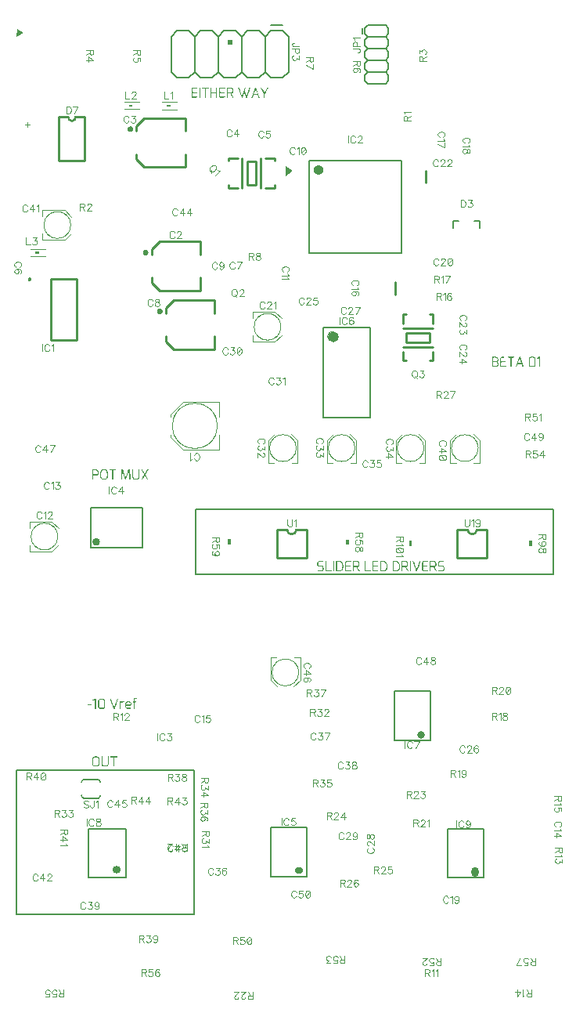
<source format=gto>
G04 DipTrace 4.0.0.0*
G04 ringsoon.GTO*
%MOIN*%
G04 #@! TF.FileFunction,Legend,Top*
G04 #@! TF.Part,Single*
%ADD10C,0.009843*%
%ADD22C,0.008*%
%ADD24C,0.006*%
%ADD25C,0.005984*%
%ADD26O,0.032804X0.030825*%
%ADD27O,0.033287X0.041609*%
%ADD28O,0.033739X0.028297*%
%ADD29O,0.035991X0.031623*%
%ADD30O,0.029646X0.031056*%
%ADD31O,0.046843X0.044917*%
%ADD32O,0.044412X0.039289*%
%ADD33C,0.000013*%
%ADD34C,0.004*%
%ADD42C,0.005*%
%ADD47C,0.002756*%
%ADD101C,0.004632*%
%FSLAX26Y26*%
G04*
G70*
G90*
G75*
G01*
G04 TopSilk*
%LPD*%
X1085227Y2963475D2*
D33*
G02X1085227Y2963475I96457J0D01*
G01*
X1284047Y2926076D2*
D34*
X1284048Y2861115D1*
X1132473Y2861112D1*
X1079323Y2914260D1*
X1079322Y2926071D1*
X1079321Y3000874D2*
X1079320Y3012685D1*
X1132469Y3065836D1*
X1284044Y3065839D1*
X1284045Y3000879D1*
X1272236Y2930012D2*
G02X1091133Y2930008I-90552J33463D01*
G01*
X1272234Y2996942D2*
G03X1091132Y2996938I-90550J-33467D01*
G01*
X1206194Y3748514D2*
D10*
X1206222Y3693386D1*
X1206194Y3748514D2*
X1031026D1*
X997552Y3715045D2*
X1031026Y3748514D1*
X997552Y3715045D2*
X997525Y3693386D1*
X1206222Y3594982D2*
X1206194Y3539853D1*
X1031026D1*
X997552Y3573323D2*
X1031026Y3539853D1*
X997525Y3594982D2*
X997552Y3573323D1*
G36*
X960138Y3701274D2*
X960239Y3702815D1*
X960540Y3704330D1*
X961037Y3705793D1*
X961720Y3707179D1*
X962578Y3708463D1*
X963597Y3709625D1*
X964758Y3710643D1*
X966043Y3711502D1*
X967428Y3712185D1*
X968891Y3712681D1*
X970407Y3712983D1*
X971948Y3713084D1*
X973490Y3712983D1*
X975005Y3712681D1*
X976468Y3712185D1*
X977853Y3711502D1*
X979138Y3710643D1*
X980299Y3709625D1*
X981318Y3708463D1*
X982176Y3707179D1*
X982859Y3705793D1*
X983356Y3704330D1*
X983657Y3702815D1*
X983758Y3701274D1*
D1*
X983657Y3699732D1*
X983356Y3698217D1*
X982859Y3696754D1*
X982176Y3695368D1*
X981318Y3694084D1*
X980299Y3692922D1*
X979138Y3691904D1*
X977853Y3691045D1*
X976468Y3690362D1*
X975005Y3689866D1*
X973490Y3689564D1*
X971948Y3689463D1*
X970407Y3689564D1*
X968891Y3689866D1*
X967428Y3690362D1*
X966043Y3691045D1*
X964758Y3691904D1*
X963597Y3692922D1*
X962578Y3694084D1*
X961720Y3695368D1*
X961037Y3696754D1*
X960540Y3698217D1*
X960239Y3699732D1*
X960138Y3701274D1*
D1*
G37*
X1141716Y4273514D2*
D10*
X1141744Y4218386D1*
X1141716Y4273514D2*
X966548D1*
X933075Y4240045D2*
X966548Y4273514D1*
X933075Y4240045D2*
X933047Y4218386D1*
X1141744Y4119982D2*
X1141716Y4064853D1*
X966548D1*
X933075Y4098323D2*
X966548Y4064853D1*
X933047Y4119982D2*
X933075Y4098323D1*
G36*
X895660Y4226274D2*
X895761Y4227815D1*
X896062Y4229330D1*
X896559Y4230793D1*
X897242Y4232179D1*
X898101Y4233463D1*
X899119Y4234625D1*
X900281Y4235643D1*
X901565Y4236502D1*
X902951Y4237185D1*
X904414Y4237681D1*
X905929Y4237983D1*
X907470Y4238084D1*
X909012Y4237983D1*
X910527Y4237681D1*
X911990Y4237185D1*
X913376Y4236502D1*
X914660Y4235643D1*
X915822Y4234625D1*
X916840Y4233463D1*
X917698Y4232179D1*
X918382Y4230793D1*
X918878Y4229330D1*
X919180Y4227815D1*
X919281Y4226274D1*
D1*
X919180Y4224732D1*
X918878Y4223217D1*
X918382Y4221754D1*
X917698Y4220368D1*
X916840Y4219084D1*
X915822Y4217922D1*
X914660Y4216904D1*
X913376Y4216045D1*
X911990Y4215362D1*
X910527Y4214866D1*
X909012Y4214564D1*
X907470Y4214463D1*
X905929Y4214564D1*
X904414Y4214866D1*
X902951Y4215362D1*
X901565Y4216045D1*
X900281Y4216904D1*
X899119Y4217922D1*
X898101Y4219084D1*
X897242Y4220368D1*
X896559Y4221754D1*
X896062Y4223217D1*
X895761Y4224732D1*
X895660Y4226274D1*
D1*
G37*
X1266716Y3498514D2*
D10*
X1266744Y3443386D1*
X1266716Y3498514D2*
X1091548D1*
X1058075Y3465045D2*
X1091548Y3498514D1*
X1058075Y3465045D2*
X1058047Y3443386D1*
X1266744Y3344982D2*
X1266716Y3289853D1*
X1091548D1*
X1058075Y3323323D2*
X1091548Y3289853D1*
X1058047Y3344982D2*
X1058075Y3323323D1*
G36*
X1020660Y3451274D2*
X1020761Y3452815D1*
X1021062Y3454330D1*
X1021559Y3455793D1*
X1022242Y3457179D1*
X1023101Y3458463D1*
X1024119Y3459625D1*
X1025281Y3460643D1*
X1026565Y3461502D1*
X1027951Y3462185D1*
X1029414Y3462681D1*
X1030929Y3462983D1*
X1032470Y3463084D1*
X1034012Y3462983D1*
X1035527Y3462681D1*
X1036990Y3462185D1*
X1038376Y3461502D1*
X1039660Y3460643D1*
X1040822Y3459625D1*
X1041840Y3458463D1*
X1042698Y3457179D1*
X1043382Y3455793D1*
X1043878Y3454330D1*
X1044180Y3452815D1*
X1044281Y3451274D1*
D1*
X1044180Y3449732D1*
X1043878Y3448217D1*
X1043382Y3446754D1*
X1042698Y3445368D1*
X1041840Y3444084D1*
X1040822Y3442922D1*
X1039660Y3441904D1*
X1038376Y3441045D1*
X1036990Y3440362D1*
X1035527Y3439866D1*
X1034012Y3439564D1*
X1032470Y3439463D1*
X1030929Y3439564D1*
X1029414Y3439866D1*
X1027951Y3440362D1*
X1026565Y3441045D1*
X1025281Y3441904D1*
X1024119Y3442922D1*
X1023101Y3444084D1*
X1022242Y3445368D1*
X1021559Y3446754D1*
X1021062Y3448217D1*
X1020761Y3449732D1*
X1020660Y3451274D1*
D1*
G37*
X484001Y2492752D2*
D33*
G02X484001Y2492752I57087J0D01*
G01*
X497781Y2530153D2*
D34*
G02X584395Y2530153I43307J-37403D01*
G01*
X497781Y2455350D2*
G03X586363Y2457319I43482J37401D01*
G01*
X478096Y2530153D2*
Y2555744D1*
X572584D1*
X600143Y2528185D1*
Y2457319D2*
X572584Y2429760D1*
X478096D1*
Y2455350D1*
X2033456Y3574771D2*
D10*
X2033457Y3523629D1*
X1434119Y3385245D2*
D33*
G02X1434119Y3385245I57087J0D01*
G01*
X1447899Y3422647D2*
D34*
G02X1534513Y3422647I43307J-37403D01*
G01*
X1447899Y3347844D2*
G03X1536482Y3349812I43482J37401D01*
G01*
X1428214Y3422647D2*
Y3448237D1*
X1522702D1*
X1550261Y3420678D1*
Y3349812D2*
X1522702Y3322253D1*
X1428214D1*
Y3347844D1*
X2165619Y3998554D2*
D10*
Y4049695D1*
X1499597Y2869184D2*
D33*
G02X1499597Y2869184I57087J0D01*
G01*
X1519282Y2825877D2*
D34*
G02X1519282Y2912491I37403J43307D01*
G01*
X1594085Y2825877D2*
G03X1592117Y2914459I-37401J43482D01*
G01*
X1519282Y2806192D2*
X1493692D1*
Y2900680D1*
X1521251Y2928239D1*
X1592117D2*
X1619676Y2900680D1*
Y2806192D1*
X1594085D1*
X1749597Y2869184D2*
D33*
G02X1749597Y2869184I57087J0D01*
G01*
X1769282Y2825877D2*
D34*
G02X1769282Y2912491I37403J43307D01*
G01*
X1844085Y2825877D2*
G03X1842117Y2914459I-37401J43482D01*
G01*
X1769282Y2806192D2*
X1743692D1*
Y2900680D1*
X1771251Y2928239D1*
X1842117D2*
X1869676Y2900680D1*
Y2806192D1*
X1844085D1*
X2043348Y2869184D2*
D33*
G02X2043348Y2869184I57087J0D01*
G01*
X2063033Y2825877D2*
D34*
G02X2063033Y2912491I37403J43307D01*
G01*
X2137836Y2825877D2*
G03X2135867Y2914459I-37401J43482D01*
G01*
X2063033Y2806192D2*
X2037442D1*
Y2900680D1*
X2065001Y2928239D1*
X2135867D2*
X2163426Y2900680D1*
Y2806192D1*
X2137836D1*
X2274597Y2869184D2*
D33*
G02X2274597Y2869184I57087J0D01*
G01*
X2294282Y2825877D2*
D34*
G02X2294282Y2912491I37403J43307D01*
G01*
X2369085Y2825877D2*
G03X2367117Y2914459I-37401J43482D01*
G01*
X2294282Y2806192D2*
X2268692D1*
Y2900680D1*
X2296251Y2928239D1*
X2367117D2*
X2394676Y2900680D1*
Y2806192D1*
X2369085D1*
X538928Y3818163D2*
D33*
G02X538928Y3818163I57087J0D01*
G01*
X552707Y3855564D2*
D34*
G02X639321Y3855564I43307J-37403D01*
G01*
X552707Y3780761D2*
G03X641290Y3782730I43482J37401D01*
G01*
X533022Y3855564D2*
Y3881155D1*
X627510D1*
X655069Y3853596D1*
Y3782730D2*
X627510Y3755171D1*
X533022D1*
Y3780761D1*
X1510239Y1914703D2*
D33*
G02X1510239Y1914703I57087J0D01*
G01*
X1604727Y1958010D2*
D34*
G02X1604727Y1871396I-37403J-43307D01*
G01*
X1529924Y1958010D2*
G03X1531892Y1869428I37401J-43482D01*
G01*
X1604727Y1977695D2*
X1630318D1*
Y1883207D1*
X1602758Y1855648D1*
X1531892D2*
X1504333Y1883207D1*
Y1977695D1*
X1529924D1*
X2282975Y3804008D2*
D24*
Y3836008D1*
X2304975D1*
X2394975D2*
Y3804008D1*
X2372975Y3836008D2*
X2394975D1*
X603128Y4278694D2*
D10*
X603134Y4093647D1*
X711413Y4093650D1*
X713375D2*
X713370Y4278697D1*
X674006Y4278696D1*
X603128Y4278694D2*
X642492Y4278695D1*
G03X674006Y4278696I15757J-1843D01*
G01*
G36*
X477854Y3579535D2*
X476849Y3579601D1*
X475861Y3579798D1*
X474907Y3580122D1*
X474003Y3580567D1*
X473166Y3581127D1*
X472408Y3581791D1*
X471744Y3582549D1*
X471184Y3583386D1*
X470738Y3584290D1*
X470415Y3585244D1*
X470218Y3586232D1*
X470152Y3587237D1*
X470218Y3588243D1*
X470415Y3589231D1*
X470738Y3590185D1*
X471184Y3591089D1*
X471744Y3591926D1*
X472408Y3592684D1*
X473166Y3593348D1*
X474003Y3593908D1*
X474907Y3594353D1*
X475861Y3594677D1*
X476849Y3594874D1*
X477854Y3594940D1*
X477881D1*
X478886Y3594874D1*
X479874Y3594677D1*
X480828Y3594353D1*
X481732Y3593908D1*
X482569Y3593348D1*
X483327Y3592684D1*
X483991Y3591926D1*
X484551Y3591089D1*
X484996Y3590185D1*
X485320Y3589231D1*
X485517Y3588243D1*
X485583Y3587237D1*
X485517Y3586232D1*
X485320Y3585244D1*
X484996Y3584290D1*
X484551Y3583386D1*
X483991Y3582549D1*
X483327Y3581791D1*
X482569Y3581127D1*
X481732Y3580567D1*
X480828Y3580122D1*
X479874Y3579798D1*
X478886Y3579601D1*
X477881Y3579535D1*
X477854D1*
G37*
X567117Y3588277D2*
D10*
Y3328446D1*
X677353Y3588277D2*
Y3328446D1*
X567117D2*
X677353D1*
X567117Y3588277D2*
X677353D1*
X1691258Y4056546D2*
D33*
G02X1691258Y4056546I14142J0D01*
G01*
X2062251Y4093396D2*
D42*
X1668550D1*
Y3699695D1*
X2062251D1*
Y4093396D1*
X746840Y2470365D2*
D33*
G02X746840Y2470365I14764J0D01*
G01*
X957668Y2445764D2*
D22*
X736802Y2445758D1*
X736797Y2615049D1*
X957663Y2615056D2*
X957668Y2445764D1*
X736797Y2615049D2*
X957663Y2615056D1*
X1746408Y3344003D2*
D33*
G02X1746408Y3344003I21000J0D01*
G01*
X1729164Y3381010D2*
D24*
Y2998688D1*
X1929652D1*
Y3381010D1*
X1729164D1*
X1919184Y4669184D2*
X1906684Y4656684D1*
Y4631684D2*
X1919184Y4619184D1*
X1906684Y4606684D1*
Y4581684D2*
X1919184Y4569184D1*
X1906684Y4556684D1*
Y4531684D2*
X1919184Y4519184D1*
X1906684Y4506684D1*
Y4481684D2*
X1919184Y4469184D1*
Y4669184D2*
X1994182D1*
X2006682Y4656684D1*
Y4631684D1*
X1994182Y4619184D1*
X2006682Y4606684D1*
Y4581684D1*
X1994182Y4569184D1*
X2006682Y4556684D1*
Y4531684D1*
X1994182Y4519184D1*
X2006682Y4506684D1*
Y4481684D1*
X1994182Y4469184D1*
Y4619184D2*
X1919184D1*
X1994182Y4569184D2*
X1919184D1*
X1994182Y4519184D2*
X1919184D1*
X1994182Y4469184D2*
X1919184D1*
X1906684Y4506684D2*
Y4481684D1*
Y4556684D2*
Y4531684D1*
Y4606684D2*
Y4581684D1*
Y4656684D2*
Y4631684D1*
X1919184Y4469184D2*
X1906684Y4456684D1*
Y4431684D2*
X1919184Y4419184D1*
X1994182Y4469184D2*
X2006682Y4456684D1*
Y4431684D1*
X1994182Y4419184D1*
X1919184D1*
X1906684Y4456684D2*
Y4431684D1*
X1894184Y4656684D2*
D22*
Y4631684D1*
G36*
X1341684Y4604168D2*
X1321668D1*
Y4584184D1*
X1341684D1*
Y4604168D1*
G37*
X1581684Y4619184D2*
D24*
X1556684Y4644184D1*
X1506684D2*
X1481684Y4619184D1*
X1456684Y4644184D1*
X1406684D2*
X1381684Y4619184D1*
X1356684Y4644184D1*
X1306684D2*
X1281684Y4619184D1*
X1256684Y4644184D1*
X1206684D2*
X1181684Y4619184D1*
X1581684D2*
Y4469184D1*
X1556684Y4444184D1*
X1506684D1*
X1481684Y4469184D1*
X1456684Y4444184D1*
X1406684D1*
X1381684Y4469184D1*
X1356684Y4444184D1*
X1306684D1*
X1281684Y4469184D1*
X1256684Y4444184D1*
X1206684D1*
X1181684Y4469184D1*
X1481684D2*
Y4619184D1*
X1381684Y4469184D2*
Y4619184D1*
X1281684Y4469184D2*
Y4619184D1*
X1181684Y4469184D2*
Y4619184D1*
X1256684Y4644184D2*
X1206684D1*
X1356684D2*
X1306684D1*
X1456684D2*
X1406684D1*
X1556684D2*
X1506684D1*
X1181684Y4619184D2*
X1156684Y4644184D1*
X1106684D2*
X1081684Y4619184D1*
X1181684Y4469184D2*
X1156684Y4444184D1*
X1106684D1*
X1081684Y4469184D1*
Y4619184D1*
X1156684Y4644184D2*
X1106684D1*
X1556684Y4669184D2*
D22*
X1506684D1*
G36*
X1061084Y4329999D2*
Y4322111D1*
X1076825D1*
Y4329999D1*
X1061084D1*
G37*
X1041392Y4341810D2*
D47*
X1104384D1*
Y4310314D2*
X1041392D1*
G36*
X900590Y4330501D2*
Y4322614D1*
X916332D1*
Y4330501D1*
X900590D1*
G37*
X880899Y4342312D2*
D47*
X943891D1*
Y4310816D2*
X880899D1*
G36*
X502398Y3705076D2*
Y3697189D1*
X518139D1*
Y3705076D1*
X502398D1*
G37*
X482706Y3716887D2*
D47*
X545698D1*
Y3685391D2*
X482706D1*
X1383430Y3976748D2*
D10*
Y4102732D1*
X1462163Y3976748D2*
Y4102732D1*
X1441559Y3989737D2*
Y4089743D1*
X1404058D1*
Y3989737D1*
X1441559D2*
X1404058D1*
X1324394Y3976748D2*
X1363760D1*
Y4102732D2*
X1324394D1*
X1481882D2*
X1521247D1*
Y3976748D2*
X1481882D1*
X1521247D2*
Y3988566D1*
X1324394Y3976748D2*
Y3988566D1*
X1521247Y4102732D2*
Y4090915D1*
X1324394Y4102732D2*
Y4090915D1*
X2068692Y3378412D2*
X2194676D1*
X2068692Y3299680D2*
X2194676D1*
X2081681Y3320283D2*
X2181686D1*
Y3357785D1*
X2081681D1*
Y3320283D2*
Y3357785D1*
X2068692Y3437449D2*
Y3398083D1*
X2194676D2*
Y3437449D1*
Y3279961D2*
Y3240596D1*
X2068692D2*
Y3279961D1*
Y3240596D2*
X2080509D1*
X2068692Y3437449D2*
X2080509D1*
X2194676Y3240596D2*
X2182858D1*
X2194676Y3437449D2*
X2182858D1*
G36*
X1837719Y2480328D2*
X1824802D1*
Y2458160D1*
X1837719D1*
Y2480328D1*
G37*
G36*
X1335660Y2481881D2*
X1322743D1*
Y2459713D1*
X1335660D1*
Y2481881D1*
G37*
G36*
X2618970Y2474077D2*
X2606052D1*
Y2451909D1*
X2618970D1*
Y2474077D1*
G37*
G36*
X2106470Y2475592D2*
X2093552D1*
Y2453424D1*
X2106470D1*
Y2475592D1*
G37*
X707278Y1458747D2*
D22*
X770269D1*
X707278Y1380006D2*
G02X699403Y1391816I1957J9836D01*
G01*
X778143D2*
G02X770269Y1380006I-9840J-1969D01*
G01*
X778143Y1446936D2*
G03X770269Y1458747I-9835J1973D01*
G01*
X707278D2*
G03X699403Y1446936I1964J-9840D01*
G01*
X770269Y1380006D2*
X707278D1*
X1531199Y2521988D2*
D10*
Y2403878D1*
X1657168Y2521988D2*
Y2403878D1*
X1531199D2*
X1657168D1*
X1531199Y2521988D2*
X1574496D1*
X1613871D2*
X1657168D1*
X1574496D2*
G03X1613871Y2521988I19688J-13D01*
G01*
X2299950D2*
Y2403878D1*
X2425919Y2521988D2*
Y2403878D1*
X2299950D2*
X2425919D1*
X2299950Y2521988D2*
X2343247D1*
X2382622D2*
X2425919D1*
X2343247D2*
G03X2382622Y2521988I19688J-13D01*
G01*
G36*
X423925Y4652685D2*
X422986Y4617933D1*
X451163Y4635779D1*
D1*
X423925Y4652685D1*
G37*
X1186613Y2607849D2*
D25*
X2709825D1*
Y2331400D1*
X1186613D1*
Y2607849D1*
X421318Y1499189D2*
X1178933D1*
Y884550D1*
X421318D1*
Y1499189D1*
X2030955Y1834416D2*
X2185286D1*
Y1625615D1*
X2030955D1*
Y1834416D1*
X2259425Y1250381D2*
X2412243D1*
Y1043093D1*
X2259425D1*
Y1250381D1*
X1505929Y1254920D2*
X1658747D1*
Y1044606D1*
X1505929D1*
Y1254920D1*
X728224Y1248867D2*
X888606D1*
Y1043093D1*
X728224D1*
Y1248867D1*
D26*
X2144498Y1649533D3*
D27*
X2375930Y1065562D3*
D28*
X1623869Y1073883D3*
D29*
X847745Y1075548D3*
D30*
X762912Y2470015D3*
D31*
X1770440Y3343638D3*
D32*
X1708646Y4051470D3*
G36*
X1597715Y4049147D2*
X1568547Y4070360D1*
Y4024222D1*
D1*
X1597715Y4049147D1*
G37*
G36*
X1712644Y2388869D2*
X1709494Y2388344D1*
X1707919Y2387819D1*
X1706869Y2387294D1*
X1704245Y2384669D1*
X1703720Y2383619D1*
X1703195Y2382044D1*
Y2371021D1*
X1703720Y2369446D1*
X1704770Y2367346D1*
X1705295Y2366821D1*
X1706869Y2365771D1*
X1708444Y2365246D1*
X1710544Y2364722D1*
X1723667Y2364197D1*
X1724717Y2363672D1*
X1725767Y2362622D1*
Y2362097D1*
X1726292Y2361572D1*
Y2352648D1*
X1725767Y2352123D1*
X1725594Y2351486D1*
X1725242Y2351073D1*
X1723142Y2350023D1*
X1720518Y2349498D1*
X1718243Y2348974D1*
X1715968D1*
X1713694Y2349498D1*
X1704245Y2350023D1*
Y2346874D1*
X1705819Y2346349D1*
X1710019Y2345824D1*
X1715268Y2345299D1*
X1721568D1*
X1724192Y2345824D1*
X1725767Y2346349D1*
X1726817Y2346874D1*
X1728917Y2348974D1*
X1729966Y2351073D1*
X1730491Y2353698D1*
Y2359997D1*
X1729966Y2363147D1*
X1728917Y2365246D1*
X1726817Y2367346D1*
X1724717Y2368396D1*
X1711069Y2368921D1*
X1708969Y2369446D1*
X1707919Y2369971D1*
X1707394Y2370496D1*
Y2371546D1*
X1706869Y2372071D1*
Y2380994D1*
X1707394Y2381519D1*
Y2382569D1*
X1708444Y2383619D1*
X1709494Y2384144D1*
X1715093Y2384669D1*
X1720693D1*
X1726292Y2384144D1*
X1728917D1*
Y2387294D1*
X1726292Y2387819D1*
X1722092Y2388344D1*
X1716318Y2388869D1*
X1712644D1*
G37*
G36*
X2227079D2*
X2223930Y2388344D1*
X2222355Y2387819D1*
X2221305Y2387294D1*
X2218680Y2384669D1*
X2218155Y2383619D1*
X2217631Y2382044D1*
Y2371021D1*
X2218155Y2369446D1*
X2219205Y2367346D1*
X2219730Y2366821D1*
X2221305Y2365771D1*
X2222880Y2365246D1*
X2224980Y2364722D1*
X2238103Y2364197D1*
X2239153Y2363672D1*
X2240203Y2362622D1*
Y2362097D1*
X2240728Y2361572D1*
Y2352648D1*
X2240203Y2352123D1*
X2240030Y2351486D1*
X2239678Y2351073D1*
X2237578Y2350023D1*
X2234953Y2349498D1*
X2232679Y2348974D1*
X2230404D1*
X2228129Y2349498D1*
X2218680Y2350023D1*
Y2346874D1*
X2220255Y2346349D1*
X2224455Y2345824D1*
X2229704Y2345299D1*
X2236003D1*
X2238628Y2345824D1*
X2240203Y2346349D1*
X2241253Y2346874D1*
X2243352Y2348974D1*
X2244402Y2351073D1*
X2244927Y2353698D1*
Y2359997D1*
X2244402Y2363147D1*
X2243352Y2365246D1*
X2241253Y2367346D1*
X2239153Y2368396D1*
X2225505Y2368921D1*
X2223405Y2369446D1*
X2222355Y2369971D1*
X2221830Y2370496D1*
Y2371546D1*
X2221305Y2372071D1*
Y2380994D1*
X2221830Y2381519D1*
Y2382569D1*
X2222880Y2383619D1*
X2223930Y2384144D1*
X2229529Y2384669D1*
X2235128D1*
X2240728Y2384144D1*
X2243352D1*
Y2387294D1*
X2240728Y2387819D1*
X2236528Y2388344D1*
X2230754Y2388869D1*
X2227079D1*
G37*
G36*
X1737840Y2388344D2*
Y2351598D1*
X1738365Y2349498D1*
X1738890Y2348449D1*
X1740465Y2346874D1*
X1741515Y2346349D1*
X1743090Y2345824D1*
X1763562D1*
Y2349498D1*
X1743615Y2350023D1*
X1742565Y2350548D1*
X1742040Y2351073D1*
Y2388344D1*
X1737840D1*
G37*
G36*
X1770386D2*
Y2345824D1*
X1774586D1*
Y2388344D1*
X1770386D1*
G37*
G36*
X1782985Y2384144D2*
Y2345824D1*
X1801358D1*
X1803457Y2346349D1*
X1805557Y2347399D1*
X1807132Y2348449D1*
X1809232Y2350548D1*
X1810281Y2352123D1*
X1812381Y2356323D1*
X1812906Y2358422D1*
X1813431Y2359997D1*
X1813956Y2363672D1*
Y2371021D1*
X1813431Y2374695D1*
X1812906Y2376795D1*
X1811856Y2379945D1*
X1810806Y2382044D1*
X1809756Y2383619D1*
X1807657Y2385719D1*
X1806082Y2386769D1*
X1805032Y2387294D1*
X1803457Y2387819D1*
X1801358Y2388344D1*
X1782985D1*
Y2384144D1*
X1787184D1*
X1791734Y2384669D1*
X1796283D1*
X1800833Y2384144D1*
X1802932Y2383619D1*
X1805032Y2382569D1*
X1807657Y2379945D1*
Y2379420D1*
X1808182Y2378370D1*
X1808707Y2376795D1*
X1809232Y2374695D1*
X1809756Y2370496D1*
X1810281Y2369971D1*
Y2364722D1*
X1809756Y2364197D1*
X1809232Y2359997D1*
X1808707Y2357897D1*
X1807132Y2354748D1*
Y2354223D1*
X1804507Y2351598D1*
X1802407Y2350548D1*
X1797333Y2350023D1*
X1792259D1*
X1787184Y2350548D1*
Y2384144D1*
X1782985D1*
G37*
G36*
X1827079Y2388344D2*
X1825505Y2387819D1*
X1824455Y2387294D1*
X1823405Y2386244D1*
X1822355Y2384144D1*
X1821830Y2382044D1*
Y2351598D1*
X1822355Y2349498D1*
X1823405Y2347399D1*
X1823930Y2346874D1*
X1826029Y2345824D1*
X1837053D1*
X1846502Y2346349D1*
X1847552Y2346874D1*
Y2349498D1*
X1827079Y2350023D1*
X1826029Y2351073D1*
Y2364197D1*
X1831279Y2364722D1*
X1844927Y2365246D1*
Y2368396D1*
X1834953Y2368921D1*
X1826029Y2369446D1*
Y2383094D1*
X1826554Y2383619D1*
X1827604Y2384144D1*
X1847552Y2384669D1*
Y2387294D1*
X1843877Y2387819D1*
X1833903Y2388344D1*
X1827079D1*
G37*
G36*
X1854376Y2384144D2*
Y2345824D1*
X1858050D1*
Y2363672D1*
X1859800Y2364197D1*
X1861550D1*
X1863300Y2363672D1*
X1870649Y2362622D1*
X1871072Y2361944D1*
X1871174Y2361572D1*
X1873274Y2357372D1*
X1874323Y2355798D1*
X1879048Y2346349D1*
X1879573Y2345824D1*
X1883772D1*
X1881148Y2351073D1*
X1880098Y2352648D1*
X1875373Y2362097D1*
X1874751Y2362687D1*
X1874848Y2363147D1*
X1875898Y2363672D1*
X1877473Y2364197D1*
X1879048Y2365246D1*
X1879573Y2365771D1*
X1880623Y2367346D1*
X1881148Y2368396D1*
X1881673Y2369971D1*
X1882197Y2372596D1*
Y2378895D1*
X1881673Y2381519D1*
X1881148Y2383094D1*
X1880623Y2384144D1*
X1879573Y2385719D1*
X1879048Y2386244D1*
X1877473Y2387294D1*
X1876423Y2387819D1*
X1874848Y2388344D1*
X1854376D1*
Y2384144D1*
X1858050D1*
X1863300Y2384669D1*
X1868549D1*
X1873798Y2384144D1*
X1875373Y2383619D1*
X1876423Y2383094D1*
X1876846Y2382416D1*
X1876948Y2382044D1*
X1877473Y2380994D1*
X1877998Y2377845D1*
X1878523Y2377320D1*
Y2374170D1*
X1877998Y2373645D1*
X1877473Y2370496D1*
X1876948Y2369446D1*
Y2368921D1*
X1875898Y2368396D1*
X1874323Y2367871D1*
X1868899Y2367346D1*
X1863475D1*
X1858050Y2367871D1*
Y2384144D1*
X1854376D1*
G37*
G36*
X1904770Y2388344D2*
Y2351598D1*
X1905295Y2349498D1*
X1905819Y2348449D1*
X1907394Y2346874D1*
X1908444Y2346349D1*
X1910019Y2345824D1*
X1930491D1*
Y2349498D1*
X1910544Y2350023D1*
X1909494Y2350548D1*
X1908969Y2351073D1*
Y2388344D1*
X1904770D1*
G37*
G36*
X1942565D2*
X1940990Y2387819D1*
X1939940Y2387294D1*
X1938890Y2386244D1*
X1937840Y2384144D1*
X1937316Y2382044D1*
Y2351598D1*
X1937840Y2349498D1*
X1938890Y2347399D1*
X1939415Y2346874D1*
X1941515Y2345824D1*
X1952539D1*
X1961987Y2346349D1*
X1963037Y2346874D1*
Y2349498D1*
X1942565Y2350023D1*
X1941515Y2351073D1*
Y2364197D1*
X1946764Y2364722D1*
X1960413Y2365246D1*
Y2368396D1*
X1950439Y2368921D1*
X1941515Y2369446D1*
Y2383094D1*
X1942040Y2383619D1*
X1943090Y2384144D1*
X1963037Y2384669D1*
Y2387294D1*
X1959363Y2387819D1*
X1949389Y2388344D1*
X1942565D1*
G37*
G36*
X1970911Y2384144D2*
Y2345824D1*
X1989284D1*
X1991384Y2346349D1*
X1993484Y2347399D1*
X1995058Y2348449D1*
X1997158Y2350548D1*
X1998208Y2352123D1*
X2000308Y2356323D1*
X2000833Y2358422D1*
X2001358Y2359997D1*
X2001882Y2363672D1*
Y2371021D1*
X2001358Y2374695D1*
X2000833Y2376795D1*
X1999783Y2379945D1*
X1998733Y2382044D1*
X1997683Y2383619D1*
X1995583Y2385719D1*
X1994008Y2386769D1*
X1992959Y2387294D1*
X1991384Y2387819D1*
X1989284Y2388344D1*
X1970911D1*
Y2384144D1*
X1975111D1*
X1979660Y2384669D1*
X1984210D1*
X1988759Y2384144D1*
X1990859Y2383619D1*
X1992959Y2382569D1*
X1995583Y2379945D1*
Y2379420D1*
X1996108Y2378370D1*
X1996633Y2376795D1*
X1997158Y2374695D1*
X1997683Y2370496D1*
X1998208Y2369971D1*
Y2364722D1*
X1997683Y2364197D1*
X1997158Y2359997D1*
X1996633Y2357897D1*
X1995058Y2354748D1*
Y2354223D1*
X1992434Y2351598D1*
X1990334Y2350548D1*
X1985260Y2350023D1*
X1980185D1*
X1975111Y2350548D1*
Y2384144D1*
X1970911D1*
G37*
G36*
X2024455D2*
Y2345824D1*
X2042827D1*
X2044927Y2346349D1*
X2047027Y2347399D1*
X2048602Y2348449D1*
X2050701Y2350548D1*
X2051751Y2352123D1*
X2053851Y2356323D1*
X2054376Y2358422D1*
X2054901Y2359997D1*
X2055426Y2363672D1*
Y2371021D1*
X2054901Y2374695D1*
X2054376Y2376795D1*
X2053326Y2379945D1*
X2052276Y2382044D1*
X2051226Y2383619D1*
X2049127Y2385719D1*
X2047552Y2386769D1*
X2046502Y2387294D1*
X2044927Y2387819D1*
X2042827Y2388344D1*
X2024455D1*
Y2384144D1*
X2028654D1*
X2033204Y2384669D1*
X2037753D1*
X2042302Y2384144D1*
X2044402Y2383619D1*
X2046502Y2382569D1*
X2049127Y2379945D1*
Y2379420D1*
X2049652Y2378370D1*
X2050176Y2376795D1*
X2050701Y2374695D1*
X2051226Y2370496D1*
X2051751Y2369971D1*
Y2364722D1*
X2051226Y2364197D1*
X2050701Y2359997D1*
X2050176Y2357897D1*
X2048602Y2354748D1*
Y2354223D1*
X2045977Y2351598D1*
X2043877Y2350548D1*
X2038803Y2350023D1*
X2033729D1*
X2028654Y2350548D1*
Y2384144D1*
X2024455D1*
G37*
G36*
X2062250D2*
Y2345824D1*
X2065924D1*
Y2363672D1*
X2067674Y2364197D1*
X2069424D1*
X2071174Y2363672D1*
X2078523Y2362622D1*
X2078946Y2361944D1*
X2079048Y2361572D1*
X2081148Y2357372D1*
X2082197Y2355798D1*
X2086922Y2346349D1*
X2087447Y2345824D1*
X2091646D1*
X2089022Y2351073D1*
X2087972Y2352648D1*
X2083247Y2362097D1*
X2082625Y2362687D1*
X2082722Y2363147D1*
X2083772Y2363672D1*
X2085347Y2364197D1*
X2086922Y2365246D1*
X2087447Y2365771D1*
X2088497Y2367346D1*
X2089022Y2368396D1*
X2089547Y2369971D1*
X2090071Y2372596D1*
Y2378895D1*
X2089547Y2381519D1*
X2089022Y2383094D1*
X2088497Y2384144D1*
X2087447Y2385719D1*
X2086922Y2386244D1*
X2085347Y2387294D1*
X2084297Y2387819D1*
X2082722Y2388344D1*
X2062250D1*
Y2384144D1*
X2065924D1*
X2071174Y2384669D1*
X2076423D1*
X2081673Y2384144D1*
X2083247Y2383619D1*
X2084297Y2383094D1*
X2084720Y2382416D1*
X2084822Y2382044D1*
X2085347Y2380994D1*
X2085872Y2377845D1*
X2086397Y2377320D1*
Y2374170D1*
X2085872Y2373645D1*
X2085347Y2370496D1*
X2084822Y2369446D1*
Y2368921D1*
X2083772Y2368396D1*
X2082197Y2367871D1*
X2076773Y2367346D1*
X2071349D1*
X2065924Y2367871D1*
Y2384144D1*
X2062250D1*
G37*
G36*
X2097945Y2388344D2*
Y2345824D1*
X2102145D1*
Y2388344D1*
X2097945D1*
G37*
G36*
X2108969D2*
Y2387294D1*
X2110544Y2382569D1*
X2111069Y2381519D1*
X2113694Y2373645D1*
X2114218Y2372596D1*
X2117368Y2363147D1*
X2117893Y2362097D1*
X2120518Y2354223D1*
X2121043Y2353173D1*
X2123142Y2346874D1*
X2123667Y2345824D1*
X2127867D1*
X2129442Y2350548D1*
X2129966Y2351598D1*
X2131016Y2354748D1*
X2131541Y2355798D1*
X2133116Y2360522D1*
X2133641Y2361572D1*
X2134691Y2364722D1*
X2135216Y2365771D1*
X2136791Y2370496D1*
X2137316Y2371546D1*
X2138890Y2376270D1*
X2139415Y2377320D1*
X2140465Y2380470D1*
X2140990Y2381519D1*
X2142565Y2386244D1*
X2143090Y2387294D1*
Y2388344D1*
X2138890D1*
X2137840Y2385194D1*
X2137316Y2384144D1*
X2135741Y2379420D1*
X2135216Y2378370D1*
X2133641Y2373645D1*
X2133116Y2372596D1*
X2131541Y2367871D1*
X2131016Y2366821D1*
X2129442Y2362097D1*
X2128917Y2361047D1*
X2127342Y2356323D1*
X2126817Y2355273D1*
X2126292Y2353698D1*
X2126159Y2353079D1*
X2125736Y2352600D1*
X2125466Y2352687D1*
X2125127Y2353265D1*
X2125242Y2353698D1*
X2124717Y2354748D1*
X2121043Y2365771D1*
X2120518Y2366821D1*
X2117368Y2376270D1*
X2116843Y2377320D1*
X2113169Y2388344D1*
X2108969D1*
G37*
G36*
X2155163D2*
X2153589Y2387819D1*
X2152539Y2387294D1*
X2151489Y2386244D1*
X2150439Y2384144D1*
X2149914Y2382044D1*
Y2351598D1*
X2150439Y2349498D1*
X2151489Y2347399D1*
X2152014Y2346874D1*
X2154113Y2345824D1*
X2165137D1*
X2174586Y2346349D1*
X2175636Y2346874D1*
Y2349498D1*
X2155163Y2350023D1*
X2154113Y2351073D1*
Y2364197D1*
X2159363Y2364722D1*
X2173011Y2365246D1*
Y2368396D1*
X2163037Y2368921D1*
X2154113Y2369446D1*
Y2383094D1*
X2154638Y2383619D1*
X2155688Y2384144D1*
X2175636Y2384669D1*
Y2387294D1*
X2171961Y2387819D1*
X2161987Y2388344D1*
X2155163D1*
G37*
G36*
X2182460Y2384144D2*
Y2345824D1*
X2186134D1*
Y2363672D1*
X2187884Y2364197D1*
X2189634D1*
X2191384Y2363672D1*
X2198733Y2362622D1*
X2199156Y2361944D1*
X2199258Y2361572D1*
X2201358Y2357372D1*
X2202407Y2355798D1*
X2207132Y2346349D1*
X2207657Y2345824D1*
X2211856D1*
X2209232Y2351073D1*
X2208182Y2352648D1*
X2203457Y2362097D1*
X2202835Y2362687D1*
X2202932Y2363147D1*
X2203982Y2363672D1*
X2205557Y2364197D1*
X2207132Y2365246D1*
X2207657Y2365771D1*
X2208707Y2367346D1*
X2209232Y2368396D1*
X2209756Y2369971D1*
X2210281Y2372596D1*
Y2378895D1*
X2209756Y2381519D1*
X2209232Y2383094D1*
X2208707Y2384144D1*
X2207657Y2385719D1*
X2207132Y2386244D1*
X2205557Y2387294D1*
X2204507Y2387819D1*
X2202932Y2388344D1*
X2182460D1*
Y2384144D1*
X2186134D1*
X2191384Y2384669D1*
X2196633D1*
X2201882Y2384144D1*
X2203457Y2383619D1*
X2204507Y2383094D1*
X2204930Y2382416D1*
X2205032Y2382044D1*
X2205557Y2380994D1*
X2206082Y2377845D1*
X2206607Y2377320D1*
Y2374170D1*
X2206082Y2373645D1*
X2205557Y2370496D1*
X2205032Y2369446D1*
Y2368921D1*
X2203982Y2368396D1*
X2202407Y2367871D1*
X2196983Y2367346D1*
X2191559D1*
X2186134Y2367871D1*
Y2384144D1*
X2182460D1*
G37*
G36*
X747289Y1553173D2*
X746239Y1552123D1*
X745190Y1550023D1*
X744665Y1548449D1*
X744140Y1546349D1*
X743615Y1543199D1*
Y1527976D1*
X744140Y1524827D1*
X745190Y1521677D1*
X746239Y1519577D1*
X747814Y1517477D1*
X749389Y1516428D1*
X750439Y1515903D1*
X753589Y1514853D1*
X765662D1*
X767762Y1515378D1*
X770911Y1516953D1*
X773011Y1519052D1*
X774061Y1521152D1*
X775111Y1524302D1*
X775636Y1526401D1*
X776161Y1530601D1*
Y1541099D1*
X775636Y1545299D1*
X775111Y1547924D1*
X774061Y1551073D1*
X773536Y1552123D1*
X772486Y1553698D1*
X770911Y1555273D1*
X769337Y1556323D1*
X767762Y1556848D1*
X765662Y1557372D1*
X761463Y1557897D1*
X758313D1*
X753589Y1557372D1*
X750439Y1556323D1*
X748864Y1555273D1*
X747289Y1553698D1*
Y1553173D1*
X753589D1*
X757788Y1553698D1*
X761987D1*
X766187Y1553173D1*
X768287Y1552123D1*
X770386Y1550023D1*
Y1548974D1*
X770911Y1547924D1*
X771436Y1545824D1*
X771961Y1541099D1*
X772486Y1540575D1*
Y1531126D1*
X771961Y1530601D1*
X771436Y1526401D1*
X770911Y1524302D1*
X769861Y1522202D1*
Y1521677D1*
X768812Y1520627D1*
X766712Y1519577D1*
X764612Y1519052D1*
X761288Y1518527D1*
X757963D1*
X754638Y1519052D1*
X752539Y1519577D1*
X751489Y1520102D1*
X748864Y1522727D1*
Y1523252D1*
X748339Y1524827D1*
X747814Y1527976D1*
X747289Y1528501D1*
Y1542674D1*
X747814Y1543199D1*
X748339Y1546874D1*
X748864Y1548449D1*
X749389Y1549498D1*
Y1550023D1*
X751489Y1552123D1*
X753589Y1553173D1*
X747289D1*
G37*
G36*
X784035Y1557372D2*
Y1530601D1*
X784560Y1525876D1*
X785085Y1523252D1*
X786134Y1520102D1*
X786659Y1519052D1*
X789809Y1515903D1*
X792959Y1514853D1*
X797158Y1514328D1*
X801358D1*
X806082Y1514853D1*
X807657Y1515378D1*
X809756Y1516428D1*
X811856Y1518527D1*
X812906Y1520102D1*
X813431Y1521152D1*
X814481Y1524302D1*
X815006Y1526926D1*
Y1557372D1*
X811331D1*
X810806Y1527976D1*
X810281Y1524827D1*
X809756Y1523252D1*
X808707Y1521677D1*
Y1521152D1*
X807657Y1520102D1*
X805557Y1519052D1*
X801708Y1518527D1*
X797858D1*
X794008Y1519052D1*
X792434Y1519577D1*
X791384Y1520102D1*
X790334Y1521152D1*
Y1521677D1*
X789284Y1523777D1*
X788759Y1525876D1*
X788234Y1557372D1*
X784035D1*
G37*
G36*
X821830D2*
Y1553698D1*
X834428Y1553173D1*
Y1514853D1*
X838628D1*
Y1553173D1*
X851226Y1553698D1*
Y1557372D1*
X821830D1*
G37*
G36*
X925767Y1806191D2*
X924192Y1805666D1*
X922617Y1804617D1*
X922092Y1804092D1*
X921568Y1803042D1*
X921043Y1801467D1*
Y1792018D1*
X920518Y1791493D1*
X915268Y1790443D1*
Y1787294D1*
X921043Y1786769D1*
Y1760522D1*
X924717D1*
Y1786769D1*
X933116Y1787294D1*
Y1790968D1*
X924717Y1791493D1*
Y1800417D1*
X926292Y1801992D1*
X935741Y1802517D1*
Y1804617D1*
X935216Y1805141D1*
X933116Y1805666D1*
X930491Y1806191D1*
X925767D1*
G37*
G36*
X756213Y1803042D2*
X746764Y1798317D1*
Y1795693D1*
X747814D1*
X754113Y1797792D1*
X754988Y1798317D1*
X755863D1*
X756738Y1797792D1*
Y1760522D1*
X760413D1*
Y1803042D1*
X756213D1*
G37*
G36*
X771436Y1798842D2*
X770911Y1798317D1*
X770386Y1797267D1*
X769861Y1795168D1*
Y1767871D1*
X770386Y1765771D1*
X770911Y1764722D1*
X771961Y1763147D1*
X773536Y1762097D1*
X775636Y1761047D1*
X777211Y1760522D1*
X791909D1*
X794008Y1761047D1*
X796108Y1762097D1*
X797158Y1763147D1*
X798208Y1764722D1*
X798733Y1766296D1*
Y1796743D1*
X798208Y1798317D1*
X797683Y1799367D1*
X795058Y1801992D1*
X794008Y1802517D1*
X791909Y1803042D1*
X777735D1*
X775636Y1802517D1*
X773536Y1801467D1*
X771436Y1799367D1*
Y1798842D1*
X777735D1*
X782285Y1799367D1*
X786834D1*
X791384Y1798842D1*
X792959Y1798317D1*
X795058Y1796218D1*
Y1767346D1*
X792959Y1765246D1*
X791384Y1764722D1*
X787009Y1764197D1*
X782635D1*
X778260Y1764722D1*
X776161Y1765246D1*
X774061Y1767346D1*
Y1768396D1*
X773536Y1768921D1*
Y1794643D1*
X774061Y1795168D1*
Y1796218D1*
X776161Y1798317D1*
X777735Y1798842D1*
X771436D1*
G37*
G36*
X821305Y1803042D2*
Y1801992D1*
X822880Y1797267D1*
X823405Y1796218D1*
X826029Y1788344D1*
X826554Y1787294D1*
X829704Y1777845D1*
X830229Y1776795D1*
X832854Y1768921D1*
X833379Y1767871D1*
X835478Y1761572D1*
X836003Y1760522D1*
X840203D1*
X841777Y1765246D1*
X842302Y1766296D1*
X843352Y1769446D1*
X843877Y1770496D1*
X845452Y1775220D1*
X845977Y1776270D1*
X847027Y1779420D1*
X847552Y1780470D1*
X849127Y1785194D1*
X849652Y1786244D1*
X851226Y1790968D1*
X851751Y1792018D1*
X852801Y1795168D1*
X853326Y1796218D1*
X854901Y1800942D1*
X855426Y1801992D1*
Y1803042D1*
X851226D1*
X850176Y1799892D1*
X849652Y1798842D1*
X848077Y1794118D1*
X847552Y1793068D1*
X845977Y1788344D1*
X845452Y1787294D1*
X843877Y1782569D1*
X843352Y1781519D1*
X841777Y1776795D1*
X841253Y1775745D1*
X839678Y1771021D1*
X839153Y1769971D1*
X838628Y1768396D1*
X838495Y1767777D1*
X838072Y1767298D1*
X837802Y1767385D1*
X837463Y1767963D1*
X837578Y1768396D1*
X837053Y1769446D1*
X833379Y1780470D1*
X832854Y1781519D1*
X829704Y1790968D1*
X829179Y1792018D1*
X825505Y1803042D1*
X821305D1*
G37*
G36*
X874323Y1791493D2*
X872224Y1790968D1*
X865924Y1787819D1*
X865368Y1787248D1*
X865097Y1787333D1*
X864760Y1787911D1*
X864875Y1788344D1*
X864350Y1789918D1*
X863825Y1790968D1*
X861200D1*
Y1760522D1*
X864875D1*
Y1783619D1*
X865400Y1784144D1*
X868549Y1785719D1*
X871699Y1786769D1*
X874323Y1787294D1*
X876423Y1787819D1*
X878523D1*
X880623Y1787294D1*
X881148D1*
Y1790968D1*
X880623Y1791493D1*
X874323D1*
G37*
G36*
X887447Y1787294D2*
X887274Y1786657D1*
X886922Y1786244D1*
X886397Y1784144D1*
X885872Y1781519D1*
Y1770496D1*
X886397Y1767346D1*
X886922Y1765246D1*
X887972Y1763147D1*
X889547Y1761572D1*
X890596Y1761047D1*
X892171Y1760522D1*
X895321Y1759997D1*
X897945D1*
X904770Y1760522D1*
X907919Y1761047D1*
X910019Y1761572D1*
Y1764722D1*
X909494D1*
X903895Y1764197D1*
X898295D1*
X892696Y1764722D1*
X891646Y1765246D1*
X890596Y1766296D1*
Y1766821D1*
X890071Y1769446D1*
X889547Y1769971D1*
Y1773120D1*
X904770Y1773645D1*
X906869Y1774170D1*
X908969Y1775220D1*
X909494Y1775745D1*
X910544Y1777845D1*
X911069Y1779945D1*
Y1782044D1*
X910544Y1785719D1*
X910019Y1787294D1*
X909494Y1788344D1*
X907919Y1789918D1*
X905819Y1790968D1*
X903195Y1791493D1*
X895321D1*
X892696Y1790968D1*
X891121Y1790443D1*
X890071Y1789918D1*
X887447Y1787294D1*
X895846D1*
X897770Y1787819D1*
X899695D1*
X901620Y1787294D1*
X904770Y1786769D1*
X905819Y1786244D1*
X906242Y1785566D1*
X906344Y1785194D1*
X906869Y1784669D1*
Y1779420D1*
X905819Y1778370D1*
X904770Y1777845D1*
X899695Y1777320D1*
X894621D1*
X889547Y1777845D1*
Y1781519D1*
X890071Y1782044D1*
X890596Y1784144D1*
X891646Y1785719D1*
Y1786244D1*
X892696Y1786769D1*
X895846Y1787294D1*
X887447D1*
G37*
G36*
X724717Y1779420D2*
Y1775220D1*
X742040D1*
X742565Y1775745D1*
Y1778895D1*
X742040Y1779420D1*
X724717D1*
G37*
G36*
X782460Y2774170D2*
X781410Y2773120D1*
X780360Y2771021D1*
X779835Y2769446D1*
X779310Y2767346D1*
X778785Y2764197D1*
Y2748974D1*
X779310Y2745824D1*
X780360Y2742674D1*
X781410Y2740575D1*
X782985Y2738475D1*
X784560Y2737425D1*
X785610Y2736900D1*
X788759Y2735850D1*
X800833D1*
X802932Y2736375D1*
X806082Y2737950D1*
X808182Y2740050D1*
X809232Y2742149D1*
X810281Y2745299D1*
X810806Y2747399D1*
X811331Y2751598D1*
Y2762097D1*
X810806Y2766296D1*
X810281Y2768921D1*
X809232Y2772071D1*
X808707Y2773120D1*
X807657Y2774695D1*
X806082Y2776270D1*
X804507Y2777320D1*
X802932Y2777845D1*
X800833Y2778370D1*
X796633Y2778895D1*
X793484D1*
X788759Y2778370D1*
X785610Y2777320D1*
X784035Y2776270D1*
X782460Y2774695D1*
Y2774170D1*
X788759D1*
X792959Y2774695D1*
X797158D1*
X801358Y2774170D1*
X803457Y2773120D1*
X805557Y2771021D1*
Y2769971D1*
X806082Y2768921D1*
X806607Y2766821D1*
X807132Y2762097D1*
X807657Y2761572D1*
Y2752123D1*
X807132Y2751598D1*
X806607Y2747399D1*
X806082Y2745299D1*
X805032Y2743199D1*
Y2742674D1*
X803982Y2741624D1*
X801882Y2740575D1*
X799783Y2740050D1*
X796458Y2739525D1*
X793134D1*
X789809Y2740050D1*
X787709Y2740575D1*
X786659Y2741099D1*
X784035Y2743724D1*
Y2744249D1*
X783510Y2745824D1*
X782985Y2748974D1*
X782460Y2749498D1*
Y2763672D1*
X782985Y2764197D1*
X783510Y2767871D1*
X784035Y2769446D1*
X784560Y2770496D1*
Y2771021D1*
X786659Y2773120D1*
X788759Y2774170D1*
X782460D1*
G37*
G36*
X744140D2*
Y2735850D1*
X747814D1*
Y2753698D1*
X749914Y2754223D1*
X752014D1*
X754113Y2753698D1*
X760413Y2753173D1*
X763037D1*
X765662Y2753698D1*
X767762Y2754748D1*
X769861Y2756848D1*
X770386Y2757897D1*
X770911Y2759472D1*
X771436Y2761572D1*
Y2770496D1*
X770386Y2773645D1*
X769861Y2774695D1*
X767762Y2776795D1*
X765662Y2777845D1*
X764087Y2778370D1*
X744140D1*
Y2774170D1*
X747814D1*
X752889Y2774695D1*
X757963D1*
X763037Y2774170D1*
X764612Y2773645D1*
X765662Y2773120D1*
X766712Y2772071D1*
Y2771546D1*
X767237Y2769446D1*
X767762Y2768921D1*
Y2762622D1*
X767237Y2762097D1*
X766712Y2759997D1*
Y2759472D1*
X765662Y2758422D1*
X764612Y2757897D1*
X759013Y2757372D1*
X753414D1*
X747814Y2757897D1*
Y2774170D1*
X744140D1*
G37*
G36*
X817106Y2778370D2*
Y2774695D1*
X829704Y2774170D1*
Y2735850D1*
X833903D1*
Y2774170D1*
X846502Y2774695D1*
Y2778370D1*
X817106D1*
G37*
G36*
X869599D2*
Y2775220D1*
X869074Y2774695D1*
X868024Y2758947D1*
X867499Y2750548D1*
X866974Y2742674D1*
Y2735850D1*
X870649D1*
X871174Y2742149D1*
X872749Y2765771D1*
Y2769971D1*
X873141Y2770308D1*
X873413Y2770277D1*
X873798Y2769971D1*
Y2768921D1*
X879048Y2753173D1*
X879573Y2751073D1*
X884297Y2736900D1*
X884822Y2735850D1*
X889022D1*
X889547Y2737425D1*
X890071Y2739525D1*
X892171Y2745824D1*
X892696Y2747924D1*
X895321Y2755798D1*
X895846Y2757897D1*
X897945Y2764197D1*
X898470Y2766296D1*
X899520Y2769446D1*
X899606Y2769852D1*
X899928Y2770282D1*
X900187Y2770270D1*
X900570Y2769971D1*
Y2764722D1*
X902145Y2744249D1*
X902670Y2736900D1*
X903195Y2735850D1*
X906869D1*
Y2737425D1*
X903720Y2778370D1*
X897945D1*
X896371Y2773645D1*
X895846Y2771546D1*
X893746Y2765246D1*
X893221Y2763147D1*
X891646Y2758422D1*
X891121Y2756323D1*
X889022Y2750023D1*
X888497Y2747924D1*
X887447Y2744774D1*
Y2743724D1*
X886807Y2743176D1*
X886200Y2743244D1*
X885872Y2743724D1*
Y2745299D1*
X882197Y2756323D1*
X881673Y2758422D1*
X877998Y2769446D1*
X877473Y2771546D1*
X875373Y2777845D1*
X874848Y2778370D1*
X869599D1*
G37*
G36*
X915268D2*
Y2751598D1*
X915793Y2746874D1*
X916318Y2744249D1*
X917368Y2741099D1*
X917893Y2740050D1*
X921043Y2736900D1*
X924192Y2735850D1*
X928392Y2735325D1*
X932591D1*
X937316Y2735850D1*
X938890Y2736375D1*
X940990Y2737425D1*
X943090Y2739525D1*
X944140Y2741099D1*
X944665Y2742149D1*
X945715Y2745299D1*
X946239Y2747924D1*
Y2778370D1*
X942565D1*
X942040Y2748974D1*
X941515Y2745824D1*
X940990Y2744249D1*
X939940Y2742674D1*
Y2742149D1*
X938890Y2741099D1*
X936791Y2740050D1*
X932941Y2739525D1*
X929092D1*
X925242Y2740050D1*
X923667Y2740575D1*
X922617Y2741099D1*
X921568Y2742149D1*
Y2742674D1*
X920518Y2744774D1*
X919993Y2746874D1*
X919468Y2778370D1*
X915268D1*
G37*
G36*
X953589D2*
Y2777845D1*
X954638Y2776270D1*
X955688Y2774170D1*
X956738Y2772596D1*
X957263Y2771546D1*
X958313Y2769971D1*
X959363Y2767871D1*
X960413Y2766296D1*
X960938Y2765246D1*
X961987Y2763672D1*
X962512Y2762622D1*
X963562Y2761047D1*
X964612Y2758947D1*
X965662Y2757897D1*
Y2756848D1*
X964612Y2755798D1*
X963037Y2752648D1*
X961987Y2751073D1*
X960938Y2748974D1*
X959888Y2747399D1*
X958313Y2744249D1*
X957263Y2742674D1*
X956213Y2740575D1*
X955163Y2739000D1*
X953589Y2735850D1*
X957788D1*
X958313Y2736375D1*
X959363Y2738475D1*
X960413Y2740050D1*
X961463Y2742149D1*
X962512Y2743724D1*
X963562Y2745824D1*
X964612Y2747399D1*
X965662Y2749498D1*
X966712Y2751073D1*
X967501Y2752645D1*
X967786Y2753129D1*
X968158Y2753502D1*
X968426Y2753477D1*
X968787Y2753120D1*
X969068Y2752638D1*
X969337Y2752123D1*
X970386Y2750548D1*
X971436Y2748449D1*
X972486Y2746874D1*
X973011Y2745824D1*
X974061Y2744249D1*
X975111Y2742149D1*
X976161Y2740575D1*
X976686Y2739525D1*
X977735Y2737950D1*
X978785Y2735850D1*
X982985D1*
Y2736375D1*
X981935Y2738475D1*
X980885Y2740050D1*
X979835Y2742149D1*
X978785Y2743724D1*
X977735Y2745824D1*
X976686Y2747399D1*
X975636Y2749498D1*
X974586Y2751073D1*
X973536Y2753173D1*
X972486Y2754748D1*
X971699Y2756323D1*
X971386Y2756887D1*
X971436Y2757372D1*
X971448Y2757884D1*
X971542Y2758265D1*
X971961Y2758947D1*
X973011Y2760522D1*
X973536Y2761572D1*
X974586Y2763147D1*
X975111Y2764197D1*
X976161Y2765771D1*
X976686Y2766821D1*
X977735Y2768396D1*
X978260Y2769446D1*
X979310Y2771021D1*
X979835Y2772071D1*
X980885Y2773645D1*
X981410Y2774695D1*
X982460Y2776270D1*
X983510Y2778370D1*
X979310D1*
X978785Y2777845D1*
X978260Y2776795D1*
X977211Y2775220D1*
X976686Y2774170D1*
X975636Y2772596D1*
X975111Y2771546D1*
X974061Y2769971D1*
X973536Y2768921D1*
X972486Y2767346D1*
X971961Y2766296D1*
X970911Y2764722D1*
X970386Y2763672D1*
X969337Y2762097D1*
X969072Y2761571D1*
X968767Y2761022D1*
X968254Y2760476D1*
X967984Y2760562D1*
X967762Y2761047D1*
X966712Y2763147D1*
X965662Y2764722D1*
X964612Y2766821D1*
X963562Y2768396D1*
X963037Y2769446D1*
X961987Y2771021D1*
X960938Y2773120D1*
X959888Y2774695D1*
X959363Y2775745D1*
X958313Y2777320D1*
X957788Y2778370D1*
X953589D1*
G37*
G36*
X468549Y4256060D2*
Y4246611D1*
X458575Y4246086D1*
Y4242412D1*
X468549Y4241887D1*
Y4232438D1*
X472224D1*
Y4241887D1*
X482197Y4242412D1*
Y4246086D1*
X472224Y4246611D1*
Y4256060D1*
X468549D1*
G37*
G36*
X1172486Y4403042D2*
X1170911Y4402517D1*
X1169861Y4401992D1*
X1168812Y4400942D1*
X1167762Y4398842D1*
X1167237Y4396743D1*
Y4366296D1*
X1167762Y4364197D1*
X1168812Y4362097D1*
X1169337Y4361572D1*
X1171436Y4360522D1*
X1182460D1*
X1191909Y4361047D1*
X1192959Y4361572D1*
Y4364197D1*
X1172486Y4364722D1*
X1171436Y4365771D1*
Y4378895D1*
X1176686Y4379420D1*
X1190334Y4379945D1*
Y4383094D1*
X1180360Y4383619D1*
X1171436Y4384144D1*
Y4397792D1*
X1171961Y4398317D1*
X1173011Y4398842D1*
X1192959Y4399367D1*
Y4401992D1*
X1189284Y4402517D1*
X1179310Y4403042D1*
X1172486D1*
G37*
G36*
X1200833D2*
Y4360522D1*
X1205032D1*
Y4403042D1*
X1200833D1*
G37*
G36*
X1211331D2*
Y4399367D1*
X1223930Y4398842D1*
Y4360522D1*
X1228129D1*
Y4398842D1*
X1240728Y4399367D1*
Y4403042D1*
X1211331D1*
G37*
G36*
X1247552D2*
Y4360522D1*
X1251751D1*
Y4378370D1*
X1258750Y4378895D1*
X1265749D1*
X1272749Y4378370D1*
Y4360522D1*
X1276423D1*
Y4403042D1*
X1272749D1*
Y4383619D1*
X1265749Y4383094D1*
X1258750D1*
X1251751Y4383619D1*
Y4403042D1*
X1247552D1*
G37*
G36*
X1290071D2*
X1288497Y4402517D1*
X1287447Y4401992D1*
X1286397Y4400942D1*
X1285347Y4398842D1*
X1284822Y4396743D1*
Y4366296D1*
X1285347Y4364197D1*
X1286397Y4362097D1*
X1286922Y4361572D1*
X1289022Y4360522D1*
X1300045D1*
X1309494Y4361047D1*
X1310544Y4361572D1*
Y4364197D1*
X1290071Y4364722D1*
X1289022Y4365771D1*
Y4378895D1*
X1294271Y4379420D1*
X1307919Y4379945D1*
Y4383094D1*
X1297945Y4383619D1*
X1289022Y4384144D1*
Y4397792D1*
X1289547Y4398317D1*
X1290596Y4398842D1*
X1310544Y4399367D1*
Y4401992D1*
X1306869Y4402517D1*
X1296896Y4403042D1*
X1290071D1*
G37*
G36*
X1317368Y4398842D2*
Y4360522D1*
X1321043D1*
Y4378370D1*
X1322792Y4378895D1*
X1324542D1*
X1326292Y4378370D1*
X1333641Y4377320D1*
X1334064Y4376642D1*
X1334166Y4376270D1*
X1336266Y4372071D1*
X1337316Y4370496D1*
X1342040Y4361047D1*
X1342565Y4360522D1*
X1346764D1*
X1344140Y4365771D1*
X1343090Y4367346D1*
X1338365Y4376795D1*
X1337743Y4377385D1*
X1337840Y4377845D1*
X1338890Y4378370D1*
X1340465Y4378895D1*
X1342040Y4379945D1*
X1342565Y4380470D1*
X1343615Y4382044D1*
X1344140Y4383094D1*
X1344665Y4384669D1*
X1345190Y4387294D1*
Y4393593D1*
X1344665Y4396218D1*
X1344140Y4397792D1*
X1343615Y4398842D1*
X1342565Y4400417D1*
X1342040Y4400942D1*
X1340465Y4401992D1*
X1339415Y4402517D1*
X1337840Y4403042D1*
X1317368D1*
Y4398842D1*
X1321043D1*
X1326292Y4399367D1*
X1331541D1*
X1336791Y4398842D1*
X1338365Y4398317D1*
X1339415Y4397792D1*
X1339838Y4397115D1*
X1339940Y4396743D1*
X1340465Y4395693D1*
X1340990Y4392543D1*
X1341515Y4392018D1*
Y4388869D1*
X1340990Y4388344D1*
X1340465Y4385194D1*
X1339940Y4384144D1*
Y4383619D1*
X1338890Y4383094D1*
X1337316Y4382569D1*
X1331891Y4382044D1*
X1326467D1*
X1321043Y4382569D1*
Y4398842D1*
X1317368D1*
G37*
G36*
X1366187Y4403042D2*
Y4401992D1*
X1367762Y4397267D1*
X1368287Y4396218D1*
X1370911Y4388344D1*
X1371436Y4387294D1*
X1374586Y4377845D1*
X1375111Y4376795D1*
X1377735Y4368921D1*
X1378260Y4367871D1*
X1380360Y4361572D1*
X1380885Y4360522D1*
X1385085D1*
X1385610Y4362622D1*
X1390859Y4378370D1*
X1391384Y4380470D1*
Y4381519D1*
X1391946Y4381833D1*
X1392401Y4381799D1*
X1392959Y4381519D1*
Y4380470D1*
X1393484Y4378895D1*
X1394008Y4377845D1*
X1395583Y4373120D1*
X1396108Y4372071D1*
X1397683Y4367346D1*
X1398208Y4366296D1*
X1399258Y4363147D1*
X1399783Y4362097D1*
X1400308Y4360522D1*
X1404507D1*
X1406082Y4365246D1*
X1406607Y4367346D1*
X1408707Y4373645D1*
X1409232Y4375745D1*
X1411331Y4382044D1*
X1411856Y4384144D1*
X1413956Y4390443D1*
X1414481Y4392543D1*
X1416581Y4398842D1*
X1417106Y4400942D1*
X1417631Y4402517D1*
Y4403042D1*
X1413431D1*
X1411331Y4396743D1*
X1410806Y4394643D1*
X1409232Y4389918D1*
X1408707Y4387819D1*
X1407132Y4383094D1*
X1406607Y4380994D1*
X1405032Y4376270D1*
X1404507Y4374170D1*
X1402932Y4369446D1*
Y4367871D1*
X1402376Y4367301D1*
X1402105Y4367385D1*
X1401768Y4367963D1*
X1401882Y4368396D1*
X1401358Y4369446D1*
X1398733Y4377320D1*
X1398208Y4378370D1*
X1395583Y4386244D1*
X1395058Y4387294D1*
X1394533Y4388869D1*
X1393911Y4389459D1*
X1394073Y4389809D1*
X1394533Y4390443D1*
X1395583Y4393593D1*
X1396108Y4395693D1*
X1396633Y4397267D1*
X1397158Y4399367D1*
X1397683Y4400942D1*
X1398208Y4403042D1*
X1394008D1*
X1393484Y4402517D1*
X1392434Y4399367D1*
X1391909Y4397267D1*
X1390859Y4394118D1*
X1390334Y4392018D1*
X1389284Y4388869D1*
X1388759Y4386769D1*
X1387709Y4383619D1*
X1387184Y4381519D1*
X1386134Y4378370D1*
X1385610Y4376270D1*
X1384560Y4373120D1*
X1384035Y4371021D1*
X1383510Y4369446D1*
Y4368396D1*
X1382953Y4367826D1*
X1382681Y4367911D1*
X1382460Y4368396D1*
X1379835Y4376270D1*
X1379310Y4377320D1*
X1376686Y4385194D1*
X1376161Y4386244D1*
X1373536Y4394118D1*
X1373011Y4395168D1*
X1370386Y4403042D1*
X1366187D1*
G37*
G36*
X1436003Y4396218D2*
X1435478Y4395693D1*
X1434953Y4394118D1*
X1434428Y4393068D1*
X1433379Y4389918D1*
X1432854Y4388869D1*
X1431279Y4384144D1*
X1430754Y4383094D1*
X1429179Y4378370D1*
X1428654Y4377320D1*
X1427604Y4374170D1*
X1427079Y4373120D1*
X1425505Y4368396D1*
X1424980Y4367346D1*
X1423930Y4364197D1*
X1423405Y4363147D1*
X1422880Y4361572D1*
Y4360522D1*
X1427604D1*
X1429704Y4366821D1*
X1430229Y4368921D1*
X1430754Y4370496D1*
Y4371546D1*
X1431279Y4372071D1*
X1437228Y4372596D1*
X1443177D1*
X1449127Y4372071D1*
Y4371021D1*
X1450701Y4366296D1*
X1451226Y4364197D1*
X1452276Y4361047D1*
X1452801Y4360522D1*
X1457001D1*
Y4361572D1*
X1455951Y4364722D1*
X1455426Y4365771D1*
X1452801Y4373645D1*
X1452276Y4374695D1*
X1449127Y4384144D1*
X1448602Y4385194D1*
X1445977Y4393068D1*
X1445452Y4394118D1*
X1442827Y4401992D1*
X1442302Y4403042D1*
X1438103D1*
X1437053Y4399892D1*
X1436528Y4398842D1*
X1436003Y4397267D1*
Y4396218D1*
X1439678D1*
X1440070Y4396555D1*
X1440335Y4396511D1*
X1440634Y4396077D1*
X1440728Y4395693D1*
X1443877Y4386244D1*
X1444402Y4385194D1*
X1447027Y4377320D1*
X1447552Y4376795D1*
X1442652Y4376270D1*
X1437753D1*
X1432854Y4376795D1*
X1432956Y4377167D1*
X1433379Y4377845D1*
X1433903Y4379420D1*
X1434428Y4380470D1*
X1437053Y4388344D1*
X1437578Y4389393D1*
X1439678Y4395693D1*
Y4396218D1*
X1436003D1*
G37*
G36*
X1462250Y4403042D2*
Y4402517D1*
X1469599Y4387819D1*
X1470124Y4386244D1*
X1475373Y4375745D1*
X1475898Y4360522D1*
X1479573D1*
X1480098Y4376795D1*
X1481148Y4378370D1*
X1483772Y4383619D1*
X1484822Y4385194D1*
X1487972Y4391493D1*
X1489022Y4393068D1*
X1491646Y4398317D1*
X1492696Y4399892D1*
X1494271Y4403042D1*
X1490071D1*
X1489547Y4402517D1*
X1488497Y4400417D1*
X1487447Y4398842D1*
X1484822Y4393593D1*
X1483772Y4392018D1*
X1481673Y4387819D1*
X1480623Y4386244D1*
X1478258Y4381518D1*
X1477953Y4380970D1*
X1477441Y4380423D1*
X1477172Y4380508D1*
X1476834Y4381087D1*
X1476948Y4381519D1*
X1470124Y4395168D1*
X1469599Y4396743D1*
X1466449Y4403042D1*
X1462250D1*
G37*
G36*
X2447027Y3235063D2*
Y3215115D1*
X2465924D1*
X2468024Y3215640D1*
X2469599Y3216165D1*
X2471174Y3217215D1*
X2472224Y3218265D1*
X2473274Y3219840D1*
X2473798Y3220890D1*
X2474323Y3222464D1*
X2474848Y3226664D1*
Y3227189D1*
X2474323Y3230863D1*
X2473798Y3232438D1*
X2472749Y3234538D1*
X2471174Y3236113D1*
X2469074Y3237162D1*
X2471174Y3238212D1*
X2472749Y3239787D1*
X2473798Y3241887D1*
X2474323Y3243462D1*
Y3249236D1*
X2473274Y3252386D1*
X2472224Y3253960D1*
X2470124Y3256060D1*
X2468024Y3257110D1*
X2465924Y3257635D1*
X2447027D1*
Y3253435D1*
X2451226D1*
X2455951Y3253960D1*
X2460675D1*
X2465400Y3253435D1*
X2467499Y3252911D1*
X2468024Y3252386D1*
X2469074Y3251861D1*
X2469497Y3251183D1*
X2469599Y3250811D1*
X2470124Y3249236D1*
X2470649Y3248711D1*
Y3244512D1*
X2470124Y3243987D1*
X2469599Y3242412D1*
Y3241887D1*
X2468549Y3240837D1*
X2467499Y3240312D1*
X2465924Y3239787D1*
X2461025Y3239262D1*
X2456126D1*
X2451226Y3239787D1*
Y3253435D1*
X2447027D1*
Y3235063D1*
X2451226D1*
X2455951Y3235588D1*
X2460675D1*
X2465400Y3235063D1*
X2466974Y3234538D1*
X2468024Y3234013D1*
X2469599Y3232438D1*
Y3231913D1*
X2470124Y3230338D1*
X2470649Y3229813D1*
Y3223514D1*
X2470124Y3222989D1*
X2469074Y3221414D1*
X2467499Y3219840D1*
X2465400Y3219315D1*
X2460675Y3218790D1*
X2455951D1*
X2451226Y3219315D1*
Y3235063D1*
X2447027D1*
G37*
G36*
X2487447Y3257635D2*
X2485872Y3257110D1*
X2484822Y3256585D1*
X2483772Y3255535D1*
X2482722Y3253435D1*
X2482197Y3251336D1*
Y3220890D1*
X2482722Y3218790D1*
X2483772Y3216690D1*
X2484297Y3216165D1*
X2486397Y3215115D1*
X2497421D1*
X2506869Y3215640D1*
X2507919Y3216165D1*
Y3218790D1*
X2487447Y3219315D1*
X2486397Y3220365D1*
Y3233488D1*
X2491646Y3234013D1*
X2505295Y3234538D1*
Y3237687D1*
X2495321Y3238212D1*
X2486397Y3238737D1*
Y3252386D1*
X2486922Y3252911D1*
X2487972Y3253435D1*
X2507919Y3253960D1*
Y3256585D1*
X2504245Y3257110D1*
X2494271Y3257635D1*
X2487447D1*
G37*
G36*
X2513694D2*
Y3253960D1*
X2526292Y3253435D1*
Y3215115D1*
X2530491D1*
Y3253435D1*
X2543090Y3253960D1*
Y3257635D1*
X2513694D1*
G37*
G36*
X2561463Y3250811D2*
X2560938Y3250286D1*
X2560413Y3248711D1*
X2559888Y3247661D1*
X2558838Y3244512D1*
X2558313Y3243462D1*
X2556738Y3238737D1*
X2556213Y3237687D1*
X2554638Y3232963D1*
X2554113Y3231913D1*
X2553064Y3228764D1*
X2552539Y3227714D1*
X2550964Y3222989D1*
X2550439Y3221939D1*
X2549389Y3218790D1*
X2548864Y3217740D1*
X2548339Y3216165D1*
Y3215115D1*
X2553064D1*
X2555163Y3221414D1*
X2555688Y3223514D1*
X2556213Y3225089D1*
Y3226139D1*
X2556738Y3226664D1*
X2562687Y3227189D1*
X2568637D1*
X2574586Y3226664D1*
Y3225614D1*
X2576161Y3220890D1*
X2576686Y3218790D1*
X2577735Y3215640D1*
X2578260Y3215115D1*
X2582460D1*
Y3216165D1*
X2581410Y3219315D1*
X2580885Y3220365D1*
X2578260Y3228239D1*
X2577735Y3229288D1*
X2574586Y3238737D1*
X2574061Y3239787D1*
X2571436Y3247661D1*
X2570911Y3248711D1*
X2568287Y3256585D1*
X2567762Y3257635D1*
X2563562D1*
X2562512Y3254485D1*
X2561987Y3253435D1*
X2561463Y3251861D1*
Y3250811D1*
X2565137D1*
X2565529Y3251148D1*
X2565795Y3251104D1*
X2566093Y3250670D1*
X2566187Y3250286D1*
X2569337Y3240837D1*
X2569861Y3239787D1*
X2572486Y3231913D1*
X2573011Y3231388D1*
X2568112Y3230863D1*
X2563212D1*
X2558313Y3231388D1*
X2558415Y3231760D1*
X2558838Y3232438D1*
X2559363Y3234013D1*
X2559888Y3235063D1*
X2562512Y3242937D1*
X2563037Y3243987D1*
X2565137Y3250286D1*
Y3250811D1*
X2561463D1*
G37*
G36*
X2605032Y3253435D2*
X2604507Y3252911D1*
X2603982Y3251861D1*
X2603457Y3249761D1*
Y3222464D1*
X2603982Y3220365D1*
X2604507Y3219315D1*
X2605557Y3217740D1*
X2607132Y3216690D1*
X2609232Y3215640D1*
X2610806Y3215115D1*
X2625505D1*
X2627604Y3215640D1*
X2629704Y3216690D1*
X2630754Y3217740D1*
X2631804Y3219315D1*
X2632329Y3220890D1*
Y3251336D1*
X2631804Y3252911D1*
X2631279Y3253960D1*
X2628654Y3256585D1*
X2627604Y3257110D1*
X2625505Y3257635D1*
X2611331D1*
X2609232Y3257110D1*
X2607132Y3256060D1*
X2605032Y3253960D1*
Y3253435D1*
X2611331D1*
X2615881Y3253960D1*
X2620430D1*
X2624980Y3253435D1*
X2626554Y3252911D1*
X2628654Y3250811D1*
Y3221939D1*
X2626554Y3219840D1*
X2624980Y3219315D1*
X2620605Y3218790D1*
X2616231D1*
X2611856Y3219315D1*
X2609756Y3219840D1*
X2607657Y3221939D1*
Y3222989D1*
X2607132Y3223514D1*
Y3249236D1*
X2607657Y3249761D1*
Y3250811D1*
X2609756Y3252911D1*
X2611331Y3253435D1*
X2605032D1*
G37*
G36*
X2649127Y3257635D2*
X2639678Y3252911D1*
Y3250286D1*
X2640728D1*
X2647027Y3252386D1*
X2647902Y3252911D1*
X2648777D1*
X2649652Y3252386D1*
Y3215115D1*
X2653326D1*
Y3257635D1*
X2649127D1*
G37*
X1179156Y2824342D2*
D101*
X1180582Y2821490D1*
X1183467Y2818605D1*
X1186319Y2817179D1*
X1192056D1*
X1194941Y2818605D1*
X1197793Y2821490D1*
X1199252Y2824342D1*
X1200677Y2828653D1*
Y2835849D1*
X1199251Y2840127D1*
X1197792Y2843012D1*
X1194940Y2845864D1*
X1192055Y2847323D1*
X1186318D1*
X1183466Y2845864D1*
X1180581Y2843012D1*
X1179155Y2840127D1*
X1169892Y2822949D2*
X1167007Y2821490D1*
X1162696Y2817212D1*
X1162695Y2847323D1*
X1094998Y3785285D2*
X1093573Y3788137D1*
X1090687Y3791022D1*
X1087836Y3792448D1*
X1082099D1*
X1079213Y3791022D1*
X1076362Y3788137D1*
X1074902Y3785285D1*
X1073477Y3780974D1*
Y3773778D1*
X1074902Y3769500D1*
X1076362Y3766615D1*
X1079213Y3763763D1*
X1082099Y3762304D1*
X1087836D1*
X1090687Y3763763D1*
X1093573Y3766615D1*
X1094998Y3769500D1*
X1105721Y3785252D2*
Y3786678D1*
X1107147Y3789563D1*
X1108573Y3790989D1*
X1111458Y3792415D1*
X1117195D1*
X1120047Y3790989D1*
X1121473Y3789563D1*
X1122932Y3786678D1*
Y3783826D1*
X1121473Y3780941D1*
X1118621Y3776663D1*
X1104262Y3762304D1*
X1124358D1*
X899998Y4276493D2*
X898573Y4279345D1*
X895687Y4282230D1*
X892836Y4283656D1*
X887099D1*
X884213Y4282230D1*
X881362Y4279345D1*
X879902Y4276493D1*
X878477Y4272182D1*
Y4264986D1*
X879902Y4260708D1*
X881362Y4257823D1*
X884213Y4254971D1*
X887099Y4253512D1*
X892836D1*
X895687Y4254971D1*
X898573Y4257823D1*
X899998Y4260708D1*
X912147Y4283622D2*
X927899D1*
X919310Y4272148D1*
X923621D1*
X926473Y4270722D1*
X927899Y4269297D1*
X929358Y4264986D1*
Y4262134D1*
X927899Y4257823D1*
X925047Y4254938D1*
X920736Y4253512D1*
X916425D1*
X912147Y4254938D1*
X910721Y4256397D1*
X909262Y4259249D1*
X1338338Y4217128D2*
X1336912Y4219980D1*
X1334027Y4222865D1*
X1331175Y4224291D1*
X1325438D1*
X1322553Y4222865D1*
X1319701Y4219980D1*
X1318242Y4217128D1*
X1316816Y4212817D1*
Y4205621D1*
X1318242Y4201343D1*
X1319701Y4198458D1*
X1322553Y4195606D1*
X1325438Y4194147D1*
X1331175D1*
X1334027Y4195606D1*
X1336912Y4198458D1*
X1338338Y4201343D1*
X1361961Y4194147D2*
Y4224258D1*
X1347602Y4204195D1*
X1369123D1*
X1474055Y4212731D2*
X1472629Y4215583D1*
X1469744Y4218468D1*
X1466892Y4219894D1*
X1461155D1*
X1458270Y4218468D1*
X1455418Y4215583D1*
X1453959Y4212731D1*
X1452533Y4208420D1*
Y4201224D1*
X1453959Y4196947D1*
X1455418Y4194061D1*
X1458270Y4191210D1*
X1461155Y4189750D1*
X1466892D1*
X1469744Y4191210D1*
X1472629Y4194061D1*
X1474055Y4196947D1*
X1500529Y4219861D2*
X1486204D1*
X1484778Y4206961D1*
X1486204Y4208387D1*
X1490515Y4209846D1*
X1494792D1*
X1499103Y4208387D1*
X1501988Y4205535D1*
X1503414Y4201224D1*
Y4198372D1*
X1501988Y4194061D1*
X1499103Y4191176D1*
X1494792Y4189750D1*
X1490515D1*
X1486204Y4191176D1*
X1484778Y4192635D1*
X1483318Y4195487D1*
X435562Y3640045D2*
X438414Y3641471D1*
X441299Y3644356D1*
X442725Y3647208D1*
Y3652945D1*
X441299Y3655830D1*
X438414Y3658682D1*
X435562Y3660141D1*
X431251Y3661567D1*
X424055D1*
X419777Y3660141D1*
X416892Y3658682D1*
X414040Y3655830D1*
X412581Y3652945D1*
Y3647208D1*
X414040Y3644356D1*
X416892Y3641471D1*
X419777Y3640045D1*
X438414Y3613570D2*
X441266Y3614996D1*
X442692Y3619307D1*
Y3622159D1*
X441266Y3626470D1*
X436955Y3629355D1*
X429792Y3630781D1*
X422629D1*
X416892Y3629355D1*
X414007Y3626470D1*
X412581Y3622159D1*
Y3620733D1*
X414007Y3616455D1*
X416892Y3613570D1*
X421203Y3612144D1*
X422629D1*
X426940Y3613570D1*
X429792Y3616455D1*
X431218Y3620733D1*
Y3622159D1*
X429792Y3626470D1*
X426940Y3629355D1*
X422629Y3630781D1*
X1351576Y3654321D2*
X1350150Y3657172D1*
X1347265Y3660057D1*
X1344413Y3661483D1*
X1338676D1*
X1335791Y3660057D1*
X1332939Y3657172D1*
X1331480Y3654320D1*
X1330055Y3650009D1*
Y3642813D1*
X1331481Y3638535D1*
X1332940Y3635650D1*
X1335792Y3632798D1*
X1338677Y3631339D1*
X1344414D1*
X1347266Y3632798D1*
X1350151Y3635650D1*
X1351577Y3638536D1*
X1366578Y3631340D2*
X1380936Y3661452D1*
X1360840Y3661451D1*
X1001732Y3496522D2*
X1000306Y3499373D1*
X997421Y3502258D1*
X994569Y3503684D1*
X988832D1*
X985947Y3502258D1*
X983095Y3499373D1*
X981636Y3496522D1*
X980210Y3492210D1*
Y3485014D1*
X981636Y3480737D1*
X983095Y3477851D1*
X985947Y3475000D1*
X988832Y3473540D1*
X994569D1*
X997421Y3475000D1*
X1000306Y3477851D1*
X1001732Y3480737D1*
X1018158Y3503651D2*
X1013880Y3502225D1*
X1012421Y3499373D1*
Y3496488D1*
X1013880Y3493636D1*
X1016732Y3492177D1*
X1022469Y3490751D1*
X1026780Y3489325D1*
X1029632Y3486440D1*
X1031058Y3483588D1*
Y3479277D1*
X1029632Y3476426D1*
X1028206Y3474966D1*
X1023895Y3473540D1*
X1018158D1*
X1013880Y3474966D1*
X1012421Y3476426D1*
X1010995Y3479277D1*
Y3483588D1*
X1012421Y3486440D1*
X1015306Y3489325D1*
X1019584Y3490751D1*
X1025321Y3492177D1*
X1028206Y3493636D1*
X1029632Y3496488D1*
Y3499373D1*
X1028206Y3502225D1*
X1023895Y3503651D1*
X1018158D1*
X1276402Y3653543D2*
X1274976Y3656394D1*
X1272091Y3659279D1*
X1269239Y3660705D1*
X1263502D1*
X1260617Y3659279D1*
X1257765Y3656394D1*
X1256306Y3653543D1*
X1254880Y3649231D1*
Y3642035D1*
X1256306Y3637758D1*
X1257765Y3634872D1*
X1260617Y3632021D1*
X1263502Y3630561D1*
X1269239D1*
X1272091Y3632021D1*
X1274976Y3634872D1*
X1276402Y3637758D1*
X1304335Y3650657D2*
X1302876Y3646346D1*
X1300024Y3643461D1*
X1295713Y3642035D1*
X1294287D1*
X1289976Y3643461D1*
X1287124Y3646346D1*
X1285665Y3650657D1*
Y3652083D1*
X1287124Y3656394D1*
X1289976Y3659246D1*
X1294287Y3660672D1*
X1295713D1*
X1300024Y3659246D1*
X1302876Y3656394D1*
X1304335Y3650657D1*
Y3643461D1*
X1302876Y3636298D1*
X1300024Y3631987D1*
X1295713Y3630561D1*
X1292861D1*
X1288550Y3631987D1*
X1287124Y3634872D1*
X1607775Y4142300D2*
X1606349Y4145152D1*
X1603464Y4148037D1*
X1600612Y4149463D1*
X1594875D1*
X1591990Y4148037D1*
X1589138Y4145152D1*
X1587679Y4142300D1*
X1586253Y4137989D1*
Y4130793D1*
X1587679Y4126515D1*
X1589138Y4123630D1*
X1591990Y4120778D1*
X1594875Y4119319D1*
X1600612D1*
X1603464Y4120778D1*
X1606349Y4123630D1*
X1607775Y4126515D1*
X1617039Y4143693D2*
X1619924Y4145152D1*
X1624235Y4149429D1*
Y4119319D1*
X1642120Y4149429D2*
X1637809Y4148004D1*
X1634924Y4143693D1*
X1633498Y4136530D1*
Y4132219D1*
X1634924Y4125056D1*
X1637809Y4120745D1*
X1642120Y4119319D1*
X1644972D1*
X1649283Y4120745D1*
X1652135Y4125056D1*
X1653594Y4132219D1*
Y4136530D1*
X1652135Y4143693D1*
X1649283Y4148004D1*
X1644972Y4149429D1*
X1642120D1*
X1652135Y4143693D2*
X1634924Y4125056D1*
X1575032Y3620332D2*
X1577884Y3621758D1*
X1580769Y3624643D1*
X1582195Y3627495D1*
Y3633232D1*
X1580769Y3636117D1*
X1577884Y3638969D1*
X1575032Y3640428D1*
X1570721Y3641854D1*
X1563525D1*
X1559247Y3640428D1*
X1556362Y3638969D1*
X1553510Y3636117D1*
X1552051Y3633232D1*
Y3627495D1*
X1553510Y3624643D1*
X1556362Y3621758D1*
X1559247Y3620332D1*
X1576425Y3611069D2*
X1577884Y3608184D1*
X1582162Y3603873D1*
X1552051D1*
X1576425Y3594609D2*
X1577884Y3591724D1*
X1582162Y3587413D1*
X1552051D1*
X528939Y2592515D2*
X527513Y2595367D1*
X524628Y2598252D1*
X521776Y2599678D1*
X516039D1*
X513154Y2598252D1*
X510302Y2595367D1*
X508843Y2592515D1*
X507417Y2588204D1*
Y2581008D1*
X508843Y2576730D1*
X510302Y2573845D1*
X513154Y2570993D1*
X516039Y2569534D1*
X521776D1*
X524628Y2570993D1*
X527513Y2573845D1*
X528939Y2576730D1*
X538203Y2593908D2*
X541088Y2595367D1*
X545399Y2599645D1*
Y2569534D1*
X556122Y2592482D2*
Y2593908D1*
X557548Y2596793D1*
X558973Y2598219D1*
X561859Y2599645D1*
X567596D1*
X570447Y2598219D1*
X571873Y2596793D1*
X573332Y2593908D1*
Y2591056D1*
X571873Y2588171D1*
X569021Y2583893D1*
X554662Y2569534D1*
X574758D1*
X560994Y2718006D2*
X559568Y2720858D1*
X556683Y2723743D1*
X553831Y2725169D1*
X548094D1*
X545209Y2723743D1*
X542357Y2720858D1*
X540898Y2718006D1*
X539472Y2713695D1*
Y2706499D1*
X540898Y2702221D1*
X542357Y2699336D1*
X545209Y2696484D1*
X548094Y2695025D1*
X553831D1*
X556683Y2696484D1*
X559568Y2699336D1*
X560994Y2702221D1*
X570258Y2719399D2*
X573143Y2720858D1*
X577454Y2725136D1*
Y2695025D1*
X589603Y2725136D2*
X605354D1*
X596766Y2713662D1*
X601077D1*
X603928Y2712236D1*
X605354Y2710810D1*
X606814Y2706499D1*
Y2703647D1*
X605354Y2699336D1*
X602503Y2696451D1*
X598192Y2695025D1*
X593880D1*
X589603Y2696451D1*
X588177Y2697910D1*
X586718Y2700762D1*
X2735851Y1258712D2*
X2738703Y1260138D1*
X2741588Y1263023D1*
X2743014Y1265875D1*
Y1271612D1*
X2741588Y1274497D1*
X2738703Y1277349D1*
X2735851Y1278808D1*
X2731540Y1280234D1*
X2724344D1*
X2720066Y1278808D1*
X2717181Y1277349D1*
X2714329Y1274497D1*
X2712870Y1271612D1*
Y1265875D1*
X2714329Y1263023D1*
X2717181Y1260138D1*
X2720066Y1258712D1*
X2737244Y1249448D2*
X2738703Y1246563D1*
X2742981Y1242252D1*
X2712870D1*
Y1218630D2*
X2742981D1*
X2722918Y1232989D1*
Y1211467D1*
X1202081Y1726217D2*
X1200655Y1729069D1*
X1197770Y1731954D1*
X1194918Y1733380D1*
X1189181D1*
X1186296Y1731954D1*
X1183444Y1729069D1*
X1181985Y1726217D1*
X1180559Y1721906D1*
Y1714710D1*
X1181985Y1710432D1*
X1183444Y1707547D1*
X1186296Y1704695D1*
X1189181Y1703236D1*
X1194918D1*
X1197770Y1704695D1*
X1200655Y1707547D1*
X1202081Y1710432D1*
X1211345Y1727610D2*
X1214230Y1729069D1*
X1218541Y1733347D1*
Y1703236D1*
X1245015Y1733347D2*
X1230689D1*
X1229263Y1720447D1*
X1230689Y1721873D1*
X1235000Y1723332D1*
X1239278D1*
X1243589Y1721873D1*
X1246474Y1719021D1*
X1247900Y1714710D1*
Y1711858D1*
X1246474Y1707547D1*
X1243589Y1704662D1*
X1239278Y1703236D1*
X1235000D1*
X1230689Y1704662D1*
X1229263Y1706121D1*
X1227804Y1708973D1*
X1872521Y3562093D2*
X1875373Y3563519D1*
X1878258Y3566404D1*
X1879684Y3569256D1*
Y3574993D1*
X1878258Y3577878D1*
X1875373Y3580730D1*
X1872521Y3582189D1*
X1868210Y3583615D1*
X1861014D1*
X1856736Y3582189D1*
X1853851Y3580729D1*
X1850999Y3577877D1*
X1849540Y3574992D1*
Y3569255D1*
X1850999Y3566403D1*
X1853851Y3563518D1*
X1856736Y3562093D1*
X1873914Y3552829D2*
X1875373Y3549944D1*
X1879651Y3545633D1*
X1849541D1*
X1875374Y3519159D2*
X1878226Y3520585D1*
X1879652Y3524896D1*
Y3527748D1*
X1878226Y3532059D1*
X1873915Y3534944D1*
X1866752Y3536370D1*
X1859589Y3536369D1*
X1853852Y3534943D1*
X1850967Y3532058D1*
X1849541Y3527747D1*
Y3526321D1*
X1850967Y3522043D1*
X1853852Y3519158D1*
X1858163Y3517732D1*
X1859589Y3517733D1*
X1863900Y3519159D1*
X1866752Y3522044D1*
X1868178Y3526322D1*
Y3527748D1*
X1866752Y3532059D1*
X1863900Y3534944D1*
X1859589Y3536369D1*
X2239411Y4193549D2*
X2242263Y4194975D1*
X2245148Y4197860D1*
X2246574Y4200712D1*
Y4206449D1*
X2245148Y4209334D1*
X2242263Y4212186D1*
X2239411Y4213645D1*
X2235100Y4215071D1*
X2227904D1*
X2223626Y4213645D1*
X2220741Y4212186D1*
X2217889Y4209334D1*
X2216430Y4206449D1*
Y4200712D1*
X2217889Y4197860D1*
X2220741Y4194975D1*
X2223626Y4193549D1*
X2240804Y4184285D2*
X2242263Y4181400D1*
X2246541Y4177089D1*
X2216430D1*
Y4162089D2*
X2246541Y4147730D1*
Y4167826D1*
X2346129Y4168421D2*
X2348981Y4169847D1*
X2351866Y4172732D1*
X2353292Y4175584D1*
Y4181321D1*
X2351866Y4184206D1*
X2348981Y4187058D1*
X2346129Y4188517D1*
X2341818Y4189943D1*
X2334622D1*
X2330344Y4188517D1*
X2327459Y4187058D1*
X2324607Y4184206D1*
X2323148Y4181321D1*
Y4175584D1*
X2324607Y4172732D1*
X2327459Y4169847D1*
X2330344Y4168421D1*
X2347522Y4159157D2*
X2348981Y4156272D1*
X2353259Y4151961D1*
X2323148D1*
X2353259Y4135535D2*
X2351833Y4139812D1*
X2348981Y4141272D1*
X2346096D1*
X2343244Y4139812D1*
X2341785Y4136961D1*
X2340359Y4131224D1*
X2338933Y4126913D1*
X2336048Y4124061D1*
X2333196Y4122635D1*
X2328885D1*
X2326033Y4124061D1*
X2324574Y4125487D1*
X2323148Y4129798D1*
Y4135535D1*
X2324574Y4139812D1*
X2326033Y4141272D1*
X2328885Y4142697D1*
X2333196D1*
X2336048Y4141272D1*
X2338933Y4138386D1*
X2340359Y4134109D1*
X2341785Y4128372D1*
X2343244Y4125487D1*
X2346096Y4124061D1*
X2348981D1*
X2351833Y4125487D1*
X2353259Y4129798D1*
Y4135535D1*
X2260832Y956780D2*
X2259406Y959632D1*
X2256521Y962517D1*
X2253669Y963943D1*
X2247932D1*
X2245047Y962517D1*
X2242195Y959632D1*
X2240736Y956780D1*
X2239310Y952469D1*
Y945273D1*
X2240736Y940995D1*
X2242195Y938110D1*
X2245047Y935258D1*
X2247932Y933799D1*
X2253669D1*
X2256521Y935258D1*
X2259406Y938110D1*
X2260832Y940995D1*
X2270096Y958173D2*
X2272981Y959632D1*
X2277292Y963910D1*
Y933799D1*
X2305225Y953895D2*
X2303766Y949584D1*
X2300914Y946699D1*
X2296603Y945273D1*
X2295177D1*
X2290866Y946699D1*
X2288014Y949584D1*
X2286555Y953895D1*
Y955321D1*
X2288014Y959632D1*
X2290866Y962484D1*
X2295177Y963910D1*
X2296603D1*
X2300914Y962484D1*
X2303766Y959632D1*
X2305225Y953895D1*
Y946699D1*
X2303766Y939536D1*
X2300914Y935225D1*
X2296603Y933799D1*
X2293751D1*
X2289440Y935225D1*
X2288014Y938110D1*
X2219571Y3669305D2*
X2218145Y3672157D1*
X2215260Y3675042D1*
X2212408Y3676468D1*
X2206671D1*
X2203786Y3675042D1*
X2200934Y3672157D1*
X2199475Y3669305D1*
X2198049Y3664994D1*
Y3657798D1*
X2199475Y3653520D1*
X2200934Y3650635D1*
X2203786Y3647783D1*
X2206671Y3646324D1*
X2212408D1*
X2215260Y3647783D1*
X2218145Y3650635D1*
X2219571Y3653520D1*
X2230293Y3669272D2*
Y3670698D1*
X2231719Y3673583D1*
X2233145Y3675009D1*
X2236030Y3676435D1*
X2241767D1*
X2244619Y3675009D1*
X2246045Y3673583D1*
X2247504Y3670698D1*
Y3667846D1*
X2246045Y3664961D1*
X2243193Y3660683D1*
X2228834Y3646324D1*
X2248930D1*
X2266816Y3676435D2*
X2262505Y3675009D1*
X2259620Y3670698D1*
X2258194Y3663535D1*
Y3659224D1*
X2259620Y3652061D1*
X2262505Y3647750D1*
X2266816Y3646324D1*
X2269668D1*
X2273979Y3647750D1*
X2276831Y3652061D1*
X2278290Y3659224D1*
Y3663535D1*
X2276831Y3670698D1*
X2273979Y3675009D1*
X2269668Y3676435D1*
X2266816D1*
X2276831Y3670698D2*
X2259620Y3652061D1*
X1479057Y3485008D2*
X1477631Y3487860D1*
X1474746Y3490745D1*
X1471894Y3492171D1*
X1466157D1*
X1463272Y3490745D1*
X1460420Y3487860D1*
X1458961Y3485008D1*
X1457535Y3480697D1*
Y3473501D1*
X1458961Y3469223D1*
X1460420Y3466338D1*
X1463272Y3463486D1*
X1466157Y3462027D1*
X1471894D1*
X1474746Y3463486D1*
X1477631Y3466338D1*
X1479057Y3469223D1*
X1489780Y3484975D2*
Y3486401D1*
X1491206Y3489286D1*
X1492632Y3490712D1*
X1495517Y3492138D1*
X1501254D1*
X1504106Y3490712D1*
X1505532Y3489286D1*
X1506991Y3486401D1*
Y3483549D1*
X1505532Y3480664D1*
X1502680Y3476386D1*
X1488321Y3462027D1*
X1508417D1*
X1517680Y3486401D2*
X1520566Y3487860D1*
X1524877Y3492138D1*
Y3462027D1*
X2217897Y4090423D2*
X2216471Y4093275D1*
X2213586Y4096160D1*
X2210734Y4097586D1*
X2204998D1*
X2202112Y4096160D1*
X2199261Y4093275D1*
X2197801Y4090423D1*
X2196375Y4086112D1*
Y4078916D1*
X2197801Y4074638D1*
X2199261Y4071753D1*
X2202112Y4068901D1*
X2204998Y4067442D1*
X2210734D1*
X2213586Y4068901D1*
X2216471Y4071753D1*
X2217897Y4074638D1*
X2228620Y4090390D2*
Y4091816D1*
X2230046Y4094701D1*
X2231472Y4096127D1*
X2234357Y4097553D1*
X2240094D1*
X2242946Y4096127D1*
X2244372Y4094701D1*
X2245831Y4091816D1*
Y4088964D1*
X2244372Y4086079D1*
X2241520Y4081801D1*
X2227161Y4067442D1*
X2247257D1*
X2257980Y4090390D2*
Y4091816D1*
X2259406Y4094701D1*
X2260832Y4096127D1*
X2263717Y4097553D1*
X2269454D1*
X2272306Y4096127D1*
X2273731Y4094701D1*
X2275191Y4091816D1*
Y4088964D1*
X2273731Y4086079D1*
X2270880Y4081801D1*
X2256521Y4067442D1*
X2276617D1*
X2332027Y3413722D2*
X2334879Y3415148D1*
X2337764Y3418033D1*
X2339190Y3420885D1*
Y3426622D1*
X2337764Y3429507D1*
X2334879Y3432359D1*
X2332027Y3433818D1*
X2327716Y3435244D1*
X2320520D1*
X2316242Y3433818D1*
X2313357Y3432359D1*
X2310505Y3429507D1*
X2309046Y3426622D1*
Y3420885D1*
X2310505Y3418033D1*
X2313357Y3415148D1*
X2316242Y3413722D1*
X2331994Y3402999D2*
X2333420D1*
X2336305Y3401573D1*
X2337731Y3400147D1*
X2339157Y3397262D1*
Y3391525D1*
X2337731Y3388673D1*
X2336305Y3387247D1*
X2333420Y3385788D1*
X2330568D1*
X2327683Y3387247D1*
X2323405Y3390099D1*
X2309046Y3404458D1*
Y3384362D1*
X2339157Y3372214D2*
Y3356462D1*
X2327683Y3365051D1*
Y3360740D1*
X2326257Y3357888D1*
X2324831Y3356462D1*
X2320520Y3355003D1*
X2317668D1*
X2313357Y3356462D1*
X2310472Y3359314D1*
X2309046Y3363625D1*
Y3367936D1*
X2310472Y3372214D1*
X2311931Y3373640D1*
X2314783Y3375099D1*
X2331674Y3288495D2*
X2334526Y3289921D1*
X2337411Y3292806D1*
X2338837Y3295658D1*
Y3301395D1*
X2337411Y3304280D1*
X2334526Y3307132D1*
X2331674Y3308591D1*
X2327363Y3310017D1*
X2320167D1*
X2315889Y3308591D1*
X2313004Y3307132D1*
X2310152Y3304280D1*
X2308693Y3301395D1*
Y3295658D1*
X2310152Y3292806D1*
X2313004Y3289921D1*
X2315889Y3288495D1*
X2331641Y3277773D2*
X2333067D1*
X2335952Y3276347D1*
X2337378Y3274921D1*
X2338804Y3272036D1*
Y3266299D1*
X2337378Y3263447D1*
X2335952Y3262021D1*
X2333067Y3260562D1*
X2330215D1*
X2327330Y3262021D1*
X2323052Y3264873D1*
X2308693Y3279232D1*
Y3259136D1*
Y3235513D2*
X2338804D1*
X2318741Y3249872D1*
Y3228350D1*
X1646218Y3503254D2*
X1644792Y3506106D1*
X1641907Y3508991D1*
X1639055Y3510417D1*
X1633318D1*
X1630433Y3508991D1*
X1627581Y3506106D1*
X1626122Y3503254D1*
X1624696Y3498943D1*
Y3491747D1*
X1626122Y3487469D1*
X1627581Y3484584D1*
X1630433Y3481732D1*
X1633318Y3480273D1*
X1639055D1*
X1641907Y3481732D1*
X1644792Y3484584D1*
X1646218Y3487469D1*
X1656940Y3503221D2*
Y3504647D1*
X1658366Y3507532D1*
X1659792Y3508958D1*
X1662677Y3510384D1*
X1668414D1*
X1671266Y3508958D1*
X1672692Y3507532D1*
X1674151Y3504647D1*
Y3501795D1*
X1672692Y3498910D1*
X1669840Y3494632D1*
X1655481Y3480273D1*
X1675577D1*
X1702052Y3510384D2*
X1687726D1*
X1686300Y3497484D1*
X1687726Y3498910D1*
X1692037Y3500369D1*
X1696315D1*
X1700626Y3498910D1*
X1703511Y3496058D1*
X1704937Y3491747D1*
Y3488895D1*
X1703511Y3484584D1*
X1700626Y3481699D1*
X1696315Y3480273D1*
X1692037D1*
X1687726Y3481699D1*
X1686300Y3483158D1*
X1684841Y3486010D1*
X2331167Y1596853D2*
X2329741Y1599704D1*
X2326856Y1602589D1*
X2324004Y1604015D1*
X2318267D1*
X2315382Y1602589D1*
X2312530Y1599704D1*
X2311071Y1596852D1*
X2309646Y1592541D1*
Y1585345D1*
X2311072Y1581067D1*
X2312531Y1578182D1*
X2315383Y1575330D1*
X2318268Y1573871D1*
X2324005D1*
X2326857Y1575331D1*
X2329742Y1578183D1*
X2331168Y1581068D1*
X2341890Y1596820D2*
Y1598246D1*
X2343316Y1601131D1*
X2344742Y1602557D1*
X2347627Y1603983D1*
X2353364D1*
X2356216Y1602557D1*
X2357642Y1601131D1*
X2359101Y1598246D1*
Y1595394D1*
X2357642Y1592509D1*
X2354790Y1588231D1*
X2340431Y1573872D1*
X2360527D1*
X2387001Y1599706D2*
X2385575Y1602558D1*
X2381264Y1603983D1*
X2378412D1*
X2374101Y1602557D1*
X2371216Y1598246D1*
X2369791Y1591083D1*
Y1583920D1*
X2371217Y1578183D1*
X2374102Y1575298D1*
X2378413Y1573873D1*
X2379839D1*
X2384117Y1575299D1*
X2387002Y1578184D1*
X2388428Y1582495D1*
Y1583921D1*
X2387002Y1588232D1*
X2384116Y1591084D1*
X2379839Y1592509D1*
X2378413D1*
X2374102Y1591083D1*
X2371217Y1588231D1*
X2369791Y1583920D1*
X1824981Y3462775D2*
X1823555Y3465627D1*
X1820670Y3468512D1*
X1817818Y3469938D1*
X1812082D1*
X1809196Y3468512D1*
X1806345Y3465627D1*
X1804885Y3462775D1*
X1803459Y3458464D1*
Y3451268D1*
X1804885Y3446990D1*
X1806345Y3444105D1*
X1809196Y3441253D1*
X1812082Y3439794D1*
X1817818D1*
X1820670Y3441253D1*
X1823555Y3444105D1*
X1824981Y3446990D1*
X1835704Y3462742D2*
Y3464168D1*
X1837130Y3467053D1*
X1838556Y3468479D1*
X1841441Y3469905D1*
X1847178D1*
X1850030Y3468479D1*
X1851456Y3467053D1*
X1852915Y3464168D1*
Y3461316D1*
X1851456Y3458431D1*
X1848604Y3454153D1*
X1834245Y3439794D1*
X1854341D1*
X1869341D2*
X1883701Y3469905D1*
X1863605D1*
X1921796Y1168201D2*
X1918944Y1166775D1*
X1916059Y1163890D1*
X1914633Y1161038D1*
Y1155302D1*
X1916059Y1152416D1*
X1918944Y1149565D1*
X1921796Y1148105D1*
X1926107Y1146679D1*
X1933303D1*
X1937581Y1148105D1*
X1940466Y1149565D1*
X1943318Y1152416D1*
X1944777Y1155302D1*
Y1161038D1*
X1943318Y1163890D1*
X1940466Y1166775D1*
X1937581Y1168201D1*
X1921829Y1178924D2*
X1920403D1*
X1917518Y1180350D1*
X1916092Y1181776D1*
X1914666Y1184661D1*
Y1190398D1*
X1916092Y1193250D1*
X1917518Y1194676D1*
X1920403Y1196135D1*
X1923255D1*
X1926140Y1194676D1*
X1930418Y1191824D1*
X1944777Y1177465D1*
Y1197561D1*
X1914666Y1213987D2*
X1916092Y1209710D1*
X1918944Y1208250D1*
X1921829D1*
X1924681Y1209710D1*
X1926140Y1212561D1*
X1927566Y1218298D1*
X1928992Y1222609D1*
X1931877Y1225461D1*
X1934729Y1226887D1*
X1939040D1*
X1941892Y1225461D1*
X1943351Y1224035D1*
X1944777Y1219724D1*
Y1213987D1*
X1943351Y1209710D1*
X1941892Y1208250D1*
X1939040Y1206825D1*
X1934729D1*
X1931877Y1208250D1*
X1928992Y1211136D1*
X1927566Y1215413D1*
X1926140Y1221150D1*
X1924681Y1224035D1*
X1921829Y1225461D1*
X1918944D1*
X1916092Y1224035D1*
X1914666Y1219724D1*
Y1213987D1*
X1815204Y1227336D2*
X1813778Y1230188D1*
X1810893Y1233073D1*
X1808041Y1234499D1*
X1802304D1*
X1799419Y1233073D1*
X1796567Y1230188D1*
X1795108Y1227336D1*
X1793682Y1223025D1*
Y1215829D1*
X1795108Y1211551D1*
X1796567Y1208666D1*
X1799419Y1205815D1*
X1802304Y1204355D1*
X1808041D1*
X1810893Y1205815D1*
X1813778Y1208666D1*
X1815204Y1211551D1*
X1825926Y1227303D2*
Y1228729D1*
X1827352Y1231614D1*
X1828778Y1233040D1*
X1831663Y1234466D1*
X1837400D1*
X1840252Y1233040D1*
X1841678Y1231614D1*
X1843137Y1228729D1*
Y1225877D1*
X1841678Y1222992D1*
X1838826Y1218714D1*
X1824467Y1204355D1*
X1844563D1*
X1872497Y1224451D2*
X1871038Y1220140D1*
X1868186Y1217255D1*
X1863875Y1215829D1*
X1862449D1*
X1858138Y1217255D1*
X1855286Y1220140D1*
X1853827Y1224451D1*
Y1225877D1*
X1855286Y1230188D1*
X1858138Y1233040D1*
X1862449Y1234466D1*
X1863875D1*
X1868186Y1233040D1*
X1871038Y1230188D1*
X1872497Y1224451D1*
Y1217255D1*
X1871038Y1210092D1*
X1868186Y1205781D1*
X1863875Y1204355D1*
X1861023D1*
X1856712Y1205781D1*
X1855286Y1208666D1*
X1321549Y3290193D2*
X1320123Y3293045D1*
X1317238Y3295930D1*
X1314386Y3297356D1*
X1308649D1*
X1305764Y3295930D1*
X1302912Y3293045D1*
X1301453Y3290193D1*
X1300027Y3285882D1*
X1300028Y3278686D1*
X1301454Y3274408D1*
X1302913Y3271523D1*
X1305765Y3268671D1*
X1308650Y3267212D1*
X1314387D1*
X1317239Y3268671D1*
X1320124Y3271523D1*
X1321550Y3274408D1*
X1333698Y3297323D2*
X1349450Y3297324D1*
X1340861Y3285849D1*
X1345172Y3285850D1*
X1348024Y3284424D1*
X1349450Y3282998D1*
X1350909Y3278687D1*
Y3275835D1*
X1349450Y3271524D1*
X1346598Y3268639D1*
X1342287Y3267213D1*
X1337976Y3267212D1*
X1333698Y3268638D1*
X1332272Y3270097D1*
X1330813Y3272949D1*
X1368794Y3297324D2*
X1364483Y3295898D1*
X1361598Y3291587D1*
X1360172Y3284424D1*
X1360173Y3280113D1*
X1361599Y3272950D1*
X1364484Y3268639D1*
X1368795Y3267213D1*
X1371647D1*
X1375958Y3268639D1*
X1378810Y3272950D1*
X1380269Y3280113D1*
X1380268Y3284424D1*
X1378809Y3291587D1*
X1375957Y3295898D1*
X1371646Y3297324D1*
X1368794D1*
X1378809Y3291587D2*
X1361599Y3272950D1*
X1517863Y3163026D2*
X1516437Y3165878D1*
X1513552Y3168763D1*
X1510700Y3170189D1*
X1504963D1*
X1502078Y3168763D1*
X1499226Y3165877D1*
X1497767Y3163026D1*
X1496341Y3158714D1*
Y3151518D1*
X1497767Y3147241D1*
X1499227Y3144356D1*
X1502079Y3141504D1*
X1504964Y3140045D1*
X1510701D1*
X1513553Y3141504D1*
X1516438Y3144356D1*
X1517864Y3147241D1*
X1530012Y3170156D2*
X1545764D1*
X1537175Y3158682D1*
X1541486D1*
X1544338Y3157256D1*
X1545764Y3155830D1*
X1547223Y3151519D1*
Y3148667D1*
X1545764Y3144356D1*
X1542912Y3141471D1*
X1538601Y3140045D1*
X1534290D1*
X1530012Y3141471D1*
X1528586Y3142930D1*
X1527127Y3145782D1*
X1556486Y3164419D2*
X1559371Y3165879D1*
X1563682Y3170157D1*
X1563683Y3140046D1*
X1472385Y2888637D2*
X1475237Y2890063D1*
X1478122Y2892948D1*
X1479548Y2895799D1*
Y2901536D1*
X1478122Y2904422D1*
X1475237Y2907273D1*
X1472385Y2908733D1*
X1468074Y2910159D1*
X1460878D1*
X1456600Y2908733D1*
X1453715Y2907273D1*
X1450863Y2904422D1*
X1449404Y2901536D1*
Y2895799D1*
X1450863Y2892948D1*
X1453715Y2890063D1*
X1456600Y2888637D1*
X1479515Y2876488D2*
Y2860736D1*
X1468041Y2869325D1*
Y2865014D1*
X1466615Y2862162D1*
X1465189Y2860736D1*
X1460878Y2859277D1*
X1458026D1*
X1453715Y2860736D1*
X1450830Y2863588D1*
X1449404Y2867899D1*
Y2872210D1*
X1450830Y2876488D1*
X1452289Y2877914D1*
X1455141Y2879373D1*
X1472352Y2848554D2*
X1473778D1*
X1476663Y2847128D1*
X1478089Y2845702D1*
X1479515Y2842817D1*
Y2837080D1*
X1478089Y2834228D1*
X1476663Y2832803D1*
X1473778Y2831343D1*
X1470926D1*
X1468041Y2832803D1*
X1463763Y2835654D1*
X1449404Y2850013D1*
Y2829917D1*
X1720678Y2889491D2*
X1723530Y2890917D1*
X1726415Y2893802D1*
X1727841Y2896654D1*
Y2902391D1*
X1726415Y2905276D1*
X1723530Y2908128D1*
X1720678Y2909587D1*
X1716367Y2911013D1*
X1709171D1*
X1704893Y2909587D1*
X1702008Y2908128D1*
X1699156Y2905276D1*
X1697697Y2902391D1*
Y2896654D1*
X1699156Y2893802D1*
X1702008Y2890917D1*
X1704893Y2889491D1*
X1727807Y2877342D2*
Y2861590D1*
X1716333Y2870179D1*
Y2865868D1*
X1714908Y2863016D1*
X1713482Y2861590D1*
X1709171Y2860131D1*
X1706319D1*
X1702008Y2861590D1*
X1699123Y2864442D1*
X1697697Y2868753D1*
Y2873064D1*
X1699123Y2877342D1*
X1700582Y2878768D1*
X1703434Y2880227D1*
X1727807Y2847983D2*
Y2832231D1*
X1716333Y2840820D1*
Y2836509D1*
X1714908Y2833657D1*
X1713482Y2832231D1*
X1709171Y2830772D1*
X1706319D1*
X1702008Y2832231D1*
X1699123Y2835083D1*
X1697697Y2839394D1*
Y2843705D1*
X1699123Y2847983D1*
X1700582Y2849409D1*
X1703434Y2850868D1*
X2018699Y2885934D2*
X2021551Y2887359D1*
X2024436Y2890245D1*
X2025862Y2893096D1*
Y2898833D1*
X2024436Y2901719D1*
X2021551Y2904570D1*
X2018699Y2906030D1*
X2014388Y2907455D1*
X2007192D1*
X2002914Y2906030D1*
X2000029Y2904570D1*
X1997177Y2901719D1*
X1995718Y2898833D1*
Y2893096D1*
X1997177Y2890245D1*
X2000029Y2887359D1*
X2002914Y2885934D1*
X2025828Y2873785D2*
Y2858033D1*
X2014354Y2866622D1*
Y2862311D1*
X2012929Y2859459D1*
X2011503Y2858033D1*
X2007192Y2856574D1*
X2004340D1*
X2000029Y2858033D1*
X1997144Y2860885D1*
X1995718Y2865196D1*
Y2869507D1*
X1997144Y2873785D1*
X1998603Y2875211D1*
X2001455Y2876670D1*
X1995718Y2832951D2*
X2025828D1*
X2005766Y2847310D1*
Y2825788D1*
X1917085Y2810531D2*
X1915659Y2813383D1*
X1912774Y2816268D1*
X1909922Y2817694D1*
X1904185D1*
X1901300Y2816268D1*
X1898448Y2813383D1*
X1896989Y2810531D1*
X1895563Y2806220D1*
Y2799024D1*
X1896989Y2794746D1*
X1898448Y2791861D1*
X1901300Y2789009D1*
X1904185Y2787550D1*
X1909922D1*
X1912774Y2789009D1*
X1915659Y2791861D1*
X1917085Y2794746D1*
X1929234Y2817660D2*
X1944986D1*
X1936397Y2806187D1*
X1940708D1*
X1943560Y2804761D1*
X1944986Y2803335D1*
X1946445Y2799024D1*
Y2796172D1*
X1944986Y2791861D1*
X1942134Y2788976D1*
X1937823Y2787550D1*
X1933512D1*
X1929234Y2788976D1*
X1927808Y2790435D1*
X1926349Y2793287D1*
X1972919Y2817660D2*
X1958593D1*
X1957167Y2804761D1*
X1958593Y2806187D1*
X1962904Y2807646D1*
X1967182D1*
X1971493Y2806187D1*
X1974378Y2803335D1*
X1975804Y2799024D1*
Y2796172D1*
X1974378Y2791861D1*
X1971493Y2788976D1*
X1967182Y2787550D1*
X1962904D1*
X1958593Y2788976D1*
X1957167Y2790435D1*
X1955708Y2793287D1*
X1259363Y1076431D2*
X1257937Y1079283D1*
X1255052Y1082168D1*
X1252200Y1083594D1*
X1246463D1*
X1243578Y1082168D1*
X1240726Y1079283D1*
X1239267Y1076431D1*
X1237841Y1072120D1*
Y1064924D1*
X1239267Y1060646D1*
X1240726Y1057761D1*
X1243578Y1054909D1*
X1246463Y1053450D1*
X1252200D1*
X1255052Y1054909D1*
X1257937Y1057761D1*
X1259363Y1060646D1*
X1271512Y1083561D2*
X1287264D1*
X1278675Y1072087D1*
X1282986D1*
X1285838Y1070661D1*
X1287264Y1069235D1*
X1288723Y1064924D1*
Y1062072D1*
X1287264Y1057761D1*
X1284412Y1054876D1*
X1280101Y1053450D1*
X1275790D1*
X1271512Y1054876D1*
X1270086Y1056335D1*
X1268627Y1059187D1*
X1315197Y1079283D2*
X1313771Y1082135D1*
X1309460Y1083561D1*
X1306608D1*
X1302297Y1082135D1*
X1299412Y1077824D1*
X1297986Y1070661D1*
Y1063498D1*
X1299412Y1057761D1*
X1302297Y1054876D1*
X1306608Y1053450D1*
X1308034D1*
X1312312Y1054876D1*
X1315197Y1057761D1*
X1316623Y1062072D1*
Y1063498D1*
X1315197Y1067809D1*
X1312312Y1070661D1*
X1308034Y1072087D1*
X1306608D1*
X1302297Y1070661D1*
X1299412Y1067809D1*
X1297986Y1063498D1*
X1696622Y1651204D2*
X1695196Y1654056D1*
X1692311Y1656941D1*
X1689459Y1658367D1*
X1683722D1*
X1680837Y1656941D1*
X1677985Y1654056D1*
X1676526Y1651204D1*
X1675100Y1646893D1*
Y1639697D1*
X1676526Y1635419D1*
X1677985Y1632534D1*
X1680837Y1629682D1*
X1683722Y1628223D1*
X1689459D1*
X1692311Y1629682D1*
X1695196Y1632534D1*
X1696622Y1635419D1*
X1708770Y1658334D2*
X1724522D1*
X1715933Y1646860D1*
X1720244D1*
X1723096Y1645434D1*
X1724522Y1644008D1*
X1725981Y1639697D1*
Y1636845D1*
X1724522Y1632534D1*
X1721670Y1629649D1*
X1717359Y1628223D1*
X1713048D1*
X1708770Y1629649D1*
X1707345Y1631108D1*
X1705885Y1633960D1*
X1740982Y1628223D2*
X1755341Y1658334D1*
X1735245D1*
X1811865Y1527579D2*
X1810439Y1530431D1*
X1807554Y1533316D1*
X1804703Y1534742D1*
X1798966D1*
X1796080Y1533316D1*
X1793229Y1530431D1*
X1791769Y1527579D1*
X1790343Y1523268D1*
Y1516072D1*
X1791769Y1511794D1*
X1793229Y1508909D1*
X1796080Y1506057D1*
X1798966Y1504598D1*
X1804703D1*
X1807554Y1506057D1*
X1810439Y1508909D1*
X1811865Y1511794D1*
X1824014Y1534709D2*
X1839766D1*
X1831177Y1523235D1*
X1835488D1*
X1838340Y1521809D1*
X1839766Y1520383D1*
X1841225Y1516072D1*
Y1513220D1*
X1839766Y1508909D1*
X1836914Y1506024D1*
X1832603Y1504598D1*
X1828292D1*
X1824014Y1506024D1*
X1822588Y1507483D1*
X1821129Y1510335D1*
X1857651Y1534709D2*
X1853374Y1533283D1*
X1851915Y1530431D1*
Y1527546D1*
X1853374Y1524694D1*
X1856226Y1523235D1*
X1861963Y1521809D1*
X1866274Y1520383D1*
X1869125Y1517498D1*
X1870551Y1514646D1*
Y1510335D1*
X1869125Y1507483D1*
X1867699Y1506024D1*
X1863388Y1504598D1*
X1857651D1*
X1853374Y1506024D1*
X1851915Y1507483D1*
X1850489Y1510335D1*
Y1514646D1*
X1851915Y1517498D1*
X1854800Y1520383D1*
X1859077Y1521809D1*
X1864814Y1523235D1*
X1867699Y1524694D1*
X1869125Y1527546D1*
Y1530431D1*
X1867699Y1533283D1*
X1863388Y1534709D1*
X1857651D1*
X715385Y930730D2*
X713959Y933582D1*
X711074Y936467D1*
X708222Y937893D1*
X702485D1*
X699600Y936467D1*
X696748Y933582D1*
X695289Y930730D1*
X693863Y926419D1*
Y919223D1*
X695289Y914945D1*
X696748Y912060D1*
X699600Y909208D1*
X702485Y907749D1*
X708222D1*
X711074Y909208D1*
X713959Y912060D1*
X715385Y914945D1*
X727533Y937860D2*
X743285D1*
X734696Y926386D1*
X739007D1*
X741859Y924960D1*
X743285Y923534D1*
X744744Y919223D1*
Y916371D1*
X743285Y912060D1*
X740433Y909175D1*
X736122Y907749D1*
X731811D1*
X727533Y909175D1*
X726107Y910634D1*
X724648Y913486D1*
X772678Y927845D2*
X771219Y923534D1*
X768367Y920649D1*
X764056Y919223D1*
X762630D1*
X758319Y920649D1*
X755467Y923534D1*
X754008Y927845D1*
Y929271D1*
X755467Y933582D1*
X758319Y936434D1*
X762630Y937860D1*
X764056D1*
X768367Y936434D1*
X771219Y933582D1*
X772678Y927845D1*
Y920649D1*
X771219Y913486D1*
X768367Y909175D1*
X764056Y907749D1*
X761204D1*
X756893Y909175D1*
X755467Y912060D1*
X2244823Y2879100D2*
X2247675Y2880526D1*
X2250560Y2883411D1*
X2251986Y2886263D1*
Y2892000D1*
X2250560Y2894885D1*
X2247675Y2897737D1*
X2244823Y2899196D1*
X2240512Y2900622D1*
X2233316D1*
X2229038Y2899196D1*
X2226153Y2897737D1*
X2223301Y2894885D1*
X2221842Y2892000D1*
Y2886263D1*
X2223301Y2883411D1*
X2226153Y2880526D1*
X2229038Y2879100D1*
X2221842Y2855478D2*
X2251953D1*
X2231890Y2869837D1*
Y2848315D1*
X2251953Y2830429D2*
X2250527Y2834740D1*
X2246216Y2837625D1*
X2239053Y2839051D1*
X2234742D1*
X2227579Y2837625D1*
X2223268Y2834740D1*
X2221842Y2830429D1*
Y2827577D1*
X2223268Y2823266D1*
X2227579Y2820414D1*
X2234742Y2818955D1*
X2239053D1*
X2246216Y2820414D1*
X2250527Y2823266D1*
X2251953Y2827577D1*
Y2830429D1*
X2246216Y2820414D2*
X2227579Y2837625D1*
X468536Y3897258D2*
X467110Y3900110D1*
X464225Y3902995D1*
X461373Y3904421D1*
X455636D1*
X452751Y3902995D1*
X449899Y3900110D1*
X448440Y3897258D1*
X447014Y3892947D1*
Y3885751D1*
X448440Y3881473D1*
X449899Y3878588D1*
X452751Y3875736D1*
X455636Y3874277D1*
X461373D1*
X464225Y3875736D1*
X467110Y3878588D1*
X468536Y3881473D1*
X492159Y3874277D2*
Y3904387D1*
X477800Y3884325D1*
X499321D1*
X508585Y3898651D2*
X511470Y3900110D1*
X515781Y3904387D1*
Y3874277D1*
X512131Y1050469D2*
X510705Y1053321D1*
X507820Y1056206D1*
X504968Y1057632D1*
X499231D1*
X496346Y1056206D1*
X493494Y1053321D1*
X492035Y1050469D1*
X490609Y1046158D1*
Y1038962D1*
X492035Y1034684D1*
X493494Y1031799D1*
X496346Y1028947D1*
X499231Y1027488D1*
X504968D1*
X507820Y1028947D1*
X510705Y1031799D1*
X512131Y1034684D1*
X535753Y1027488D2*
Y1057599D1*
X521394Y1037536D1*
X542916D1*
X553639Y1050436D2*
Y1051862D1*
X555065Y1054747D1*
X556491Y1056173D1*
X559376Y1057599D1*
X565113D1*
X567965Y1056173D1*
X569391Y1054747D1*
X570850Y1051862D1*
Y1049010D1*
X569391Y1046125D1*
X566539Y1041847D1*
X552180Y1027488D1*
X572276D1*
X1087372Y1175640D2*
X1085946Y1178492D1*
X1083061Y1181377D1*
X1080209Y1182803D1*
X1074472D1*
X1071587Y1181377D1*
X1068735Y1178492D1*
X1067276Y1175640D1*
X1065850Y1171329D1*
Y1164133D1*
X1067276Y1159855D1*
X1068735Y1156970D1*
X1071587Y1154118D1*
X1074472Y1152659D1*
X1080209D1*
X1083061Y1154118D1*
X1085946Y1156970D1*
X1087372Y1159855D1*
X1110995Y1152659D2*
Y1182769D1*
X1096636Y1162707D1*
X1118158D1*
X1130306Y1182769D2*
X1146058D1*
X1137469Y1171295D1*
X1141780D1*
X1144632Y1169869D1*
X1146058Y1168444D1*
X1147517Y1164133D1*
Y1161281D1*
X1146058Y1156970D1*
X1143206Y1154085D1*
X1138895Y1152659D1*
X1134584D1*
X1130306Y1154085D1*
X1128880Y1155544D1*
X1127421Y1158396D1*
X1107718Y3881600D2*
X1106292Y3884452D1*
X1103407Y3887337D1*
X1100555Y3888763D1*
X1094818D1*
X1091933Y3887337D1*
X1089081Y3884452D1*
X1087622Y3881600D1*
X1086196Y3877289D1*
Y3870093D1*
X1087622Y3865815D1*
X1089081Y3862930D1*
X1091933Y3860078D1*
X1094818Y3858619D1*
X1100555D1*
X1103407Y3860078D1*
X1106292Y3862930D1*
X1107718Y3865815D1*
X1131341Y3858619D2*
Y3888730D1*
X1116982Y3868667D1*
X1138504D1*
X1162126Y3858619D2*
Y3888730D1*
X1147767Y3868667D1*
X1169289D1*
X830841Y1364319D2*
X829415Y1367171D1*
X826530Y1370056D1*
X823678Y1371482D1*
X817941D1*
X815056Y1370056D1*
X812204Y1367171D1*
X810745Y1364319D1*
X809319Y1360008D1*
Y1352812D1*
X810745Y1348534D1*
X812204Y1345649D1*
X815056Y1342797D1*
X817941Y1341338D1*
X823678D1*
X826530Y1342797D1*
X829415Y1345649D1*
X830841Y1348534D1*
X854463Y1341338D2*
Y1371449D1*
X840104Y1351386D1*
X861626D1*
X888101Y1371449D2*
X873775D1*
X872349Y1358549D1*
X873775Y1359975D1*
X878086Y1361434D1*
X882364D1*
X886675Y1359975D1*
X889560Y1357123D1*
X890986Y1352812D1*
Y1349960D1*
X889560Y1345649D1*
X886675Y1342764D1*
X882364Y1341338D1*
X878086D1*
X873775Y1342764D1*
X872349Y1344223D1*
X870890Y1347075D1*
X1667088Y1933285D2*
X1669940Y1934711D1*
X1672825Y1937596D1*
X1674251Y1940448D1*
Y1946185D1*
X1672825Y1949070D1*
X1669940Y1951922D1*
X1667088Y1953381D1*
X1662777Y1954807D1*
X1655581D1*
X1651303Y1953381D1*
X1648418Y1951922D1*
X1645566Y1949070D1*
X1644107Y1946185D1*
Y1940448D1*
X1645566Y1937596D1*
X1648418Y1934711D1*
X1651303Y1933285D1*
X1644107Y1909663D2*
X1674218D1*
X1654155Y1924022D1*
Y1902500D1*
X1669940Y1876025D2*
X1672792Y1877451D1*
X1674218Y1881762D1*
Y1884614D1*
X1672792Y1888925D1*
X1668481Y1891810D1*
X1661318Y1893236D1*
X1654155D1*
X1648418Y1891810D1*
X1645533Y1888925D1*
X1644107Y1884614D1*
Y1883188D1*
X1645533Y1878910D1*
X1648418Y1876025D1*
X1652729Y1874599D1*
X1654155D1*
X1658466Y1876025D1*
X1661318Y1878910D1*
X1662744Y1883188D1*
Y1884614D1*
X1661318Y1888925D1*
X1658466Y1891810D1*
X1654155Y1893236D1*
X523871Y2874022D2*
X522445Y2876873D1*
X519560Y2879758D1*
X516708Y2881184D1*
X510971D1*
X508086Y2879758D1*
X505234Y2876873D1*
X503775Y2874022D1*
X502349Y2869710D1*
Y2862514D1*
X503775Y2858237D1*
X505234Y2855351D1*
X508086Y2852500D1*
X510971Y2851040D1*
X516708D1*
X519560Y2852500D1*
X522445Y2855351D1*
X523871Y2858237D1*
X547493Y2851040D2*
Y2881151D1*
X533134Y2861088D1*
X554656D1*
X569657Y2851040D2*
X584016Y2881151D1*
X563920D1*
X2145810Y1972390D2*
X2144384Y1975242D1*
X2141499Y1978127D1*
X2138647Y1979553D1*
X2132910D1*
X2130025Y1978127D1*
X2127173Y1975242D1*
X2125714Y1972390D1*
X2124288Y1968079D1*
Y1960883D1*
X2125714Y1956605D1*
X2127173Y1953720D1*
X2130025Y1950868D1*
X2132910Y1949409D1*
X2138647D1*
X2141499Y1950868D1*
X2144384Y1953720D1*
X2145810Y1956605D1*
X2169433Y1949409D2*
Y1979520D1*
X2155074Y1959457D1*
X2176595D1*
X2193022Y1979520D2*
X2188744Y1978094D1*
X2187285Y1975242D1*
Y1972357D1*
X2188744Y1969505D1*
X2191596Y1968046D1*
X2197333Y1966620D1*
X2201644Y1965194D1*
X2204496Y1962309D1*
X2205922Y1959457D1*
Y1955146D1*
X2204496Y1952294D1*
X2203070Y1950835D1*
X2198759Y1949409D1*
X2193022D1*
X2188744Y1950835D1*
X2187285Y1952294D1*
X2185859Y1955146D1*
Y1959457D1*
X2187285Y1962309D1*
X2190170Y1965194D1*
X2194448Y1966620D1*
X2200185Y1968046D1*
X2203070Y1969505D1*
X2204496Y1972357D1*
Y1975242D1*
X2203070Y1978094D1*
X2198759Y1979520D1*
X2193022D1*
X2605635Y2925588D2*
X2604209Y2928440D1*
X2601324Y2931325D1*
X2598472Y2932751D1*
X2592735D1*
X2589850Y2931325D1*
X2586998Y2928440D1*
X2585539Y2925588D1*
X2584113Y2921277D1*
Y2914081D1*
X2585539Y2909803D1*
X2586998Y2906918D1*
X2589850Y2904066D1*
X2592735Y2902607D1*
X2598472D1*
X2601324Y2904066D1*
X2604209Y2906918D1*
X2605635Y2909803D1*
X2629258Y2902607D2*
Y2932718D1*
X2614899Y2912655D1*
X2636420D1*
X2664354Y2922703D2*
X2662895Y2918392D1*
X2660043Y2915507D1*
X2655732Y2914081D1*
X2654306D1*
X2649995Y2915507D1*
X2647143Y2918392D1*
X2645684Y2922703D1*
Y2924129D1*
X2647143Y2928440D1*
X2649995Y2931292D1*
X2654306Y2932718D1*
X2655732D1*
X2660043Y2931292D1*
X2662895Y2928440D1*
X2664354Y2922703D1*
Y2915507D1*
X2662895Y2908344D1*
X2660043Y2904033D1*
X2655732Y2902607D1*
X2652880D1*
X2648569Y2904033D1*
X2647143Y2906918D1*
X1613684Y979430D2*
X1612258Y982282D1*
X1609372Y985167D1*
X1606521Y986593D1*
X1600784D1*
X1597899Y985167D1*
X1595047Y982282D1*
X1593588Y979430D1*
X1592162Y975119D1*
Y967923D1*
X1593588Y963645D1*
X1595047Y960760D1*
X1597899Y957908D1*
X1600784Y956449D1*
X1606521D1*
X1609372Y957908D1*
X1612258Y960760D1*
X1613684Y963645D1*
X1640158Y986559D2*
X1625832D1*
X1624406Y973660D1*
X1625832Y975085D1*
X1630143Y976545D1*
X1634421D1*
X1638732Y975085D1*
X1641617Y972234D1*
X1643043Y967923D1*
Y965071D1*
X1641617Y960760D1*
X1638732Y957875D1*
X1634421Y956449D1*
X1630143D1*
X1625832Y957875D1*
X1624406Y959334D1*
X1622947Y962186D1*
X1660929Y986559D2*
X1656618Y985133D1*
X1653733Y980822D1*
X1652307Y973660D1*
Y969348D1*
X1653733Y962186D1*
X1656618Y957875D1*
X1660929Y956449D1*
X1663781D1*
X1668092Y957875D1*
X1670944Y962186D1*
X1672403Y969348D1*
Y973660D1*
X1670944Y980822D1*
X1668092Y985133D1*
X1663781Y986559D1*
X1660929D1*
X1670944Y980822D2*
X1653733Y962186D1*
X2314247Y3924808D2*
Y3894664D1*
X2324295D1*
X2328606Y3896123D1*
X2331491Y3898975D1*
X2332917Y3901860D1*
X2334343Y3906138D1*
Y3913334D1*
X2332917Y3917645D1*
X2331491Y3920497D1*
X2328606Y3923382D1*
X2324295Y3924808D1*
X2314247D1*
X2346492Y3924775D2*
X2362244D1*
X2353655Y3913301D1*
X2357966D1*
X2360818Y3911875D1*
X2362244Y3910449D1*
X2363703Y3906138D1*
Y3903286D1*
X2362244Y3898975D1*
X2359392Y3896090D1*
X2355081Y3894664D1*
X2350770D1*
X2346492Y3896090D1*
X2345066Y3897549D1*
X2343607Y3900401D1*
X633520Y4322629D2*
X633521Y4292485D1*
X643569D1*
X647880Y4293944D1*
X650765Y4296796D1*
X652191Y4299681D1*
X653617Y4303959D1*
X653616Y4311155D1*
X652190Y4315466D1*
X650764Y4318318D1*
X647879Y4321203D1*
X643568Y4322629D1*
X633520D1*
X668618Y4292486D2*
X682976Y4322597D1*
X662880Y4322596D1*
X531543Y3311480D2*
Y3281336D1*
X562328Y3304317D2*
X560902Y3307169D1*
X558017Y3310054D1*
X555165Y3311480D1*
X549428D1*
X546543Y3310054D1*
X543691Y3307169D1*
X542232Y3304317D1*
X540806Y3300006D1*
Y3292810D1*
X542232Y3288532D1*
X543691Y3285647D1*
X546543Y3282795D1*
X549428Y3281336D1*
X555165D1*
X558017Y3282795D1*
X560902Y3285647D1*
X562328Y3288532D1*
X571592Y3305710D2*
X574477Y3307169D1*
X578788Y3311447D1*
Y3281336D1*
X1834328Y4197818D2*
Y4167674D1*
X1865113Y4190655D2*
X1863687Y4193507D1*
X1860802Y4196392D1*
X1857950Y4197818D1*
X1852213D1*
X1849328Y4196392D1*
X1846476Y4193507D1*
X1845017Y4190655D1*
X1843591Y4186344D1*
Y4179148D1*
X1845017Y4174870D1*
X1846476Y4171985D1*
X1849328Y4169133D1*
X1852213Y4167674D1*
X1857950D1*
X1860802Y4169133D1*
X1863687Y4171985D1*
X1865113Y4174870D1*
X1875836Y4190622D2*
Y4192048D1*
X1877262Y4194933D1*
X1878688Y4196359D1*
X1881573Y4197785D1*
X1887310D1*
X1890162Y4196359D1*
X1891588Y4194933D1*
X1893047Y4192048D1*
Y4189196D1*
X1891588Y4186311D1*
X1888736Y4182033D1*
X1874377Y4167674D1*
X1894473D1*
X1022276Y1655561D2*
Y1625417D1*
X1053062Y1648398D2*
X1051636Y1651250D1*
X1048751Y1654135D1*
X1045899Y1655561D1*
X1040162D1*
X1037277Y1654135D1*
X1034425Y1651250D1*
X1032966Y1648398D1*
X1031540Y1644087D1*
Y1636891D1*
X1032966Y1632613D1*
X1034425Y1629728D1*
X1037277Y1626876D1*
X1040162Y1625417D1*
X1045899D1*
X1048751Y1626876D1*
X1051636Y1629728D1*
X1053062Y1632613D1*
X1065211Y1655528D2*
X1080962D1*
X1072374Y1644054D1*
X1076685D1*
X1079536Y1642628D1*
X1080962Y1641202D1*
X1082422Y1636891D1*
Y1634039D1*
X1080962Y1629728D1*
X1078111Y1626843D1*
X1073799Y1625417D1*
X1069488D1*
X1065211Y1626843D1*
X1063785Y1628302D1*
X1062326Y1631154D1*
X816442Y2705245D2*
Y2675101D1*
X847227Y2698083D2*
X845801Y2700935D1*
X842916Y2703820D1*
X840064Y2705246D1*
X834327D1*
X831442Y2703820D1*
X828590Y2700935D1*
X827131Y2698083D1*
X825705Y2693772D1*
X825706Y2686575D1*
X827132Y2682298D1*
X828591Y2679413D1*
X831443Y2676561D1*
X834328Y2675102D1*
X840065D1*
X842917Y2676561D1*
X845802Y2679413D1*
X847228Y2682298D1*
X870851Y2675103D2*
X870850Y2705214D1*
X856491Y2685150D1*
X878013Y2685151D1*
X1550622Y1294856D2*
Y1264712D1*
X1581407Y1287693D2*
X1579981Y1290545D1*
X1577096Y1293430D1*
X1574244Y1294856D1*
X1568507D1*
X1565622Y1293430D1*
X1562770Y1290545D1*
X1561311Y1287693D1*
X1559885Y1283382D1*
Y1276186D1*
X1561311Y1271908D1*
X1562770Y1269023D1*
X1565622Y1266171D1*
X1568507Y1264712D1*
X1574244D1*
X1577096Y1266171D1*
X1579981Y1269023D1*
X1581407Y1271908D1*
X1607882Y1294823D2*
X1593556D1*
X1592130Y1281923D1*
X1593556Y1283349D1*
X1597867Y1284808D1*
X1602145D1*
X1606456Y1283349D1*
X1609341Y1280497D1*
X1610767Y1276186D1*
Y1273334D1*
X1609341Y1269023D1*
X1606456Y1266138D1*
X1602145Y1264712D1*
X1597867D1*
X1593556Y1266138D1*
X1592130Y1267597D1*
X1590671Y1270449D1*
X1798333Y3426376D2*
Y3396232D1*
X1829118Y3419213D2*
X1827692Y3422065D1*
X1824807Y3424950D1*
X1821955Y3426376D1*
X1816218D1*
X1813333Y3424950D1*
X1810481Y3422065D1*
X1809022Y3419213D1*
X1807596Y3414902D1*
Y3407706D1*
X1809022Y3403428D1*
X1810481Y3400543D1*
X1813333Y3397691D1*
X1816218Y3396232D1*
X1821955D1*
X1824807Y3397691D1*
X1827692Y3400543D1*
X1829118Y3403428D1*
X1855593Y3422065D2*
X1854167Y3424917D1*
X1849856Y3426343D1*
X1847004D1*
X1842693Y3424917D1*
X1839808Y3420606D1*
X1838382Y3413443D1*
Y3406280D1*
X1839808Y3400543D1*
X1842693Y3397658D1*
X1847004Y3396232D1*
X1848430D1*
X1852708Y3397658D1*
X1855593Y3400543D1*
X1857019Y3404854D1*
Y3406280D1*
X1855593Y3410591D1*
X1852708Y3413443D1*
X1848430Y3414869D1*
X1847004D1*
X1842693Y3413443D1*
X1839808Y3410591D1*
X1838382Y3406280D1*
X2076656Y1622867D2*
Y1592723D1*
X2107441Y1615704D2*
X2106015Y1618556D1*
X2103130Y1621441D1*
X2100278Y1622867D1*
X2094541D1*
X2091656Y1621441D1*
X2088804Y1618556D1*
X2087345Y1615704D1*
X2085919Y1611393D1*
Y1604197D1*
X2087345Y1599919D1*
X2088804Y1597034D1*
X2091656Y1594182D1*
X2094541Y1592723D1*
X2100278D1*
X2103130Y1594182D1*
X2106015Y1597034D1*
X2107441Y1599919D1*
X2122442Y1592723D2*
X2136801Y1622834D1*
X2116705D1*
X720365Y1292263D2*
X720366Y1262119D1*
X751151Y1285101D2*
X749725Y1287952D1*
X746840Y1290837D1*
X743988Y1292263D1*
X738251D1*
X735366Y1290837D1*
X732514Y1287952D1*
X731055Y1285100D1*
X729629Y1280789D1*
Y1273593D1*
X731055Y1269315D1*
X732514Y1266430D1*
X735366Y1263578D1*
X738251Y1262119D1*
X743988D1*
X746840Y1263579D1*
X749725Y1266430D1*
X751151Y1269316D1*
X767577Y1292231D2*
X763299Y1290805D1*
X761840Y1287953D1*
Y1285068D1*
X763300Y1282216D1*
X766151Y1280757D1*
X771888Y1279331D1*
X776199Y1277905D1*
X779051Y1275020D1*
X780477Y1272168D1*
X780478Y1267857D1*
X779052Y1265005D1*
X777626Y1263546D1*
X773315Y1262120D1*
X767578D1*
X763300Y1263546D1*
X761841Y1265005D1*
X760415Y1267857D1*
Y1272168D1*
X761841Y1275020D1*
X764726Y1277905D1*
X769003Y1279331D1*
X774740Y1280757D1*
X777625Y1282216D1*
X779051Y1285068D1*
Y1287953D1*
X777625Y1290805D1*
X773314Y1292231D1*
X767577D1*
X2295579Y1284522D2*
Y1254378D1*
X2326364Y1277359D2*
X2324938Y1280211D1*
X2322053Y1283096D1*
X2319201Y1284522D1*
X2313464D1*
X2310579Y1283096D1*
X2307727Y1280211D1*
X2306268Y1277359D1*
X2304842Y1273048D1*
Y1265852D1*
X2306268Y1261574D1*
X2307727Y1258689D1*
X2310579Y1255837D1*
X2313464Y1254378D1*
X2319201D1*
X2322053Y1255837D1*
X2324938Y1258689D1*
X2326364Y1261574D1*
X2354298Y1274474D2*
X2352839Y1270163D1*
X2349987Y1267278D1*
X2345676Y1265852D1*
X2344250D1*
X2339939Y1267278D1*
X2337087Y1270163D1*
X2335628Y1274474D1*
Y1275900D1*
X2337087Y1280211D1*
X2339939Y1283063D1*
X2344250Y1284489D1*
X2345676D1*
X2349987Y1283063D1*
X2352839Y1280211D1*
X2354298Y1274474D1*
Y1267278D1*
X2352839Y1260115D1*
X2349987Y1255804D1*
X2345676Y1254378D1*
X2342824D1*
X2338513Y1255804D1*
X2337087Y1258689D1*
X1856271Y4568141D2*
X1879219D1*
X1883530Y4566715D1*
X1884956Y4565256D1*
X1886415Y4562404D1*
Y4559519D1*
X1884956Y4556667D1*
X1883530Y4555241D1*
X1879219Y4553782D1*
X1876367D1*
X1872056Y4577405D2*
Y4590338D1*
X1870630Y4594616D1*
X1869171Y4596075D1*
X1866319Y4597501D1*
X1862008D1*
X1859156Y4596075D1*
X1857697Y4594616D1*
X1856271Y4590338D1*
Y4577405D1*
X1886415D1*
X1862041Y4606764D2*
X1860582Y4609649D1*
X1856304Y4613960D1*
X1886415D1*
X1625618Y4578864D2*
X1602670D1*
X1598359Y4580290D1*
X1596933Y4581749D1*
X1595474Y4584601D1*
Y4587486D1*
X1596933Y4590338D1*
X1598359Y4591764D1*
X1602670Y4593223D1*
X1605522D1*
X1609833Y4569600D2*
Y4556667D1*
X1611258Y4552389D1*
X1612718Y4550930D1*
X1615570Y4549504D1*
X1619881D1*
X1622732Y4550930D1*
X1624192Y4552389D1*
X1625618Y4556667D1*
Y4569600D1*
X1595474D1*
X1625584Y4537356D2*
Y4521604D1*
X1614110Y4530193D1*
Y4525882D1*
X1612684Y4523030D1*
X1611258Y4521604D1*
X1606947Y4520145D1*
X1604096D1*
X1599785Y4521604D1*
X1596899Y4524456D1*
X1595474Y4528767D1*
Y4533078D1*
X1596899Y4537356D1*
X1598359Y4538781D1*
X1601210Y4540241D1*
X1052116Y4385743D2*
Y4355599D1*
X1069327D1*
X1078591Y4379973D2*
X1081476Y4381432D1*
X1085787Y4385710D1*
Y4355599D1*
X885173Y4386246D2*
Y4356102D1*
X902384D1*
X913106Y4379050D2*
Y4380476D1*
X914532Y4383361D1*
X915958Y4384787D1*
X918843Y4386213D1*
X924580D1*
X927432Y4384787D1*
X928858Y4383361D1*
X930317Y4380476D1*
Y4377624D1*
X928858Y4374739D1*
X926006Y4370461D1*
X911647Y4356102D1*
X931743D1*
X463107Y3764232D2*
Y3734088D1*
X480318D1*
X492467Y3764199D2*
X508218D1*
X499630Y3752725D1*
X503941D1*
X506792Y3751299D1*
X508218Y3749873D1*
X509678Y3745562D1*
Y3742710D1*
X508218Y3738399D1*
X505367Y3735514D1*
X501056Y3734088D1*
X496744D1*
X492467Y3735514D1*
X491041Y3736973D1*
X489582Y3739825D1*
X1267200Y4071932D2*
X1264198Y4072964D1*
X1260118D1*
X1257070Y4071932D1*
X1252990Y4069915D1*
X1247925Y4064850D1*
X1245908Y4060770D1*
X1244900Y4057745D1*
Y4053665D1*
X1245908Y4050640D1*
X1249965Y4046584D1*
X1253013Y4045552D1*
X1257070Y4045575D1*
X1260095Y4046584D1*
X1264175Y4048600D1*
X1269240Y4053665D1*
X1271256Y4057745D1*
X1272288Y4060794D1*
X1272312Y4064850D1*
X1271256Y4067875D1*
X1267200Y4071932D1*
X1253013Y4051649D2*
X1252990Y4039479D1*
X1279823Y4051148D2*
X1282895Y4050140D1*
X1288968Y4050116D1*
X1267677Y4028825D1*
X1347067Y3545321D2*
X1344215Y3543928D1*
X1341330Y3541043D1*
X1339904Y3538158D1*
X1338445Y3533847D1*
Y3526684D1*
X1339904Y3522373D1*
X1341330Y3519521D1*
X1344215Y3516636D1*
X1347067Y3515210D1*
X1352804D1*
X1355689Y3516636D1*
X1358541Y3519521D1*
X1359967Y3522373D1*
X1361426Y3526684D1*
Y3533847D1*
X1359967Y3538158D1*
X1358541Y3541043D1*
X1355689Y3543928D1*
X1352804Y3545321D1*
X1347067D1*
X1351378Y3520947D2*
X1359967Y3512325D1*
X1372149Y3538125D2*
Y3539551D1*
X1373575Y3542436D1*
X1375001Y3543862D1*
X1377886Y3545288D1*
X1383623D1*
X1386475Y3543862D1*
X1387901Y3542436D1*
X1389360Y3539551D1*
Y3536699D1*
X1387901Y3533814D1*
X1385049Y3529536D1*
X1370690Y3515177D1*
X1390786D1*
X2114088Y3199780D2*
X2111236Y3198387D1*
X2108351Y3195502D1*
X2106925Y3192617D1*
X2105466Y3188306D1*
Y3181143D1*
X2106925Y3176832D1*
X2108351Y3173980D1*
X2111236Y3171095D1*
X2114088Y3169669D1*
X2119825D1*
X2122710Y3171095D1*
X2125562Y3173980D1*
X2126988Y3176832D1*
X2128447Y3181143D1*
Y3188306D1*
X2126988Y3192617D1*
X2125562Y3195502D1*
X2122710Y3198387D1*
X2119825Y3199780D1*
X2114088D1*
X2118399Y3175406D2*
X2126988Y3166784D1*
X2140596Y3199747D2*
X2156348D1*
X2147759Y3188273D1*
X2152070D1*
X2154922Y3186847D1*
X2156348Y3185421D1*
X2157807Y3181110D1*
Y3178258D1*
X2156348Y3173947D1*
X2153496Y3171062D1*
X2149185Y3169636D1*
X2144874D1*
X2140596Y3171062D1*
X2139170Y3172521D1*
X2137711Y3175373D1*
X2085111Y4262864D2*
Y4275764D1*
X2083652Y4280075D1*
X2082226Y4281534D1*
X2079374Y4282960D1*
X2076489D1*
X2073638Y4281534D1*
X2072178Y4280075D1*
X2070752Y4275764D1*
Y4262864D1*
X2100896D1*
X2085111Y4272912D2*
X2100896Y4282960D1*
X2076523Y4292223D2*
X2075063Y4295108D1*
X2070786Y4299419D1*
X2100896D1*
X692767Y3895483D2*
X705667D1*
X709978Y3896942D1*
X711437Y3898368D1*
X712863Y3901220D1*
Y3904105D1*
X711437Y3906957D1*
X709978Y3908416D1*
X705667Y3909842D1*
X692767D1*
Y3879698D1*
X702815Y3895483D2*
X712863Y3879698D1*
X723586Y3902646D2*
Y3904072D1*
X725012Y3906957D1*
X726437Y3908383D1*
X729323Y3909809D1*
X735060D1*
X737911Y3908383D1*
X739337Y3906957D1*
X740797Y3904072D1*
Y3901220D1*
X739337Y3898335D1*
X736485Y3894057D1*
X722126Y3879698D1*
X742222D1*
X2151174Y4515420D2*
Y4528320D1*
X2149715Y4532631D1*
X2148289Y4534091D1*
X2145437Y4535516D1*
X2142552D1*
X2139701Y4534091D1*
X2138241Y4532631D1*
X2136815Y4528320D1*
Y4515420D1*
X2166959D1*
X2151174Y4525468D2*
X2166959Y4535516D1*
X2136849Y4547665D2*
Y4563417D1*
X2148323Y4554828D1*
Y4559139D1*
X2149749Y4561991D1*
X2151174Y4563417D1*
X2155485Y4564876D1*
X2158337D1*
X2162648Y4563417D1*
X2165533Y4560565D1*
X2166959Y4556254D1*
Y4551943D1*
X2165533Y4547665D1*
X2164074Y4546239D1*
X2161222Y4544780D1*
X734058Y4563311D2*
Y4550411D1*
X735517Y4546100D1*
X736943Y4544641D1*
X739795Y4543215D1*
X742680D1*
X745532Y4544641D1*
X746991Y4546100D1*
X748417Y4550411D1*
Y4563311D1*
X718273D1*
X734058Y4553263D2*
X718273Y4543215D1*
Y4519592D2*
X748384D1*
X728321Y4533951D1*
Y4512429D1*
X935373Y4561390D2*
Y4548491D1*
X936832Y4544180D1*
X938258Y4542720D1*
X941110Y4541294D1*
X943995D1*
X946847Y4542720D1*
X948306Y4544180D1*
X949732Y4548491D1*
Y4561390D1*
X919588D1*
X935373Y4551342D2*
X919588Y4541294D1*
X949699Y4514820D2*
Y4529146D1*
X936799Y4530572D1*
X938225Y4529146D1*
X939684Y4524835D1*
Y4520557D1*
X938225Y4516246D1*
X935373Y4513361D1*
X931062Y4511935D1*
X928210D1*
X923899Y4513361D1*
X921014Y4516246D1*
X919588Y4520557D1*
Y4524835D1*
X921014Y4529146D1*
X922473Y4530572D1*
X925325Y4532031D1*
X1871352Y4515334D2*
X1871353Y4502434D1*
X1872812Y4498123D1*
X1874238Y4496664D1*
X1877090Y4495238D1*
X1879975D1*
X1882827Y4496664D1*
X1884286Y4498123D1*
X1885712Y4502434D1*
X1885711Y4515334D1*
X1855567Y4515333D1*
X1871353Y4505286D2*
X1855568Y4495237D1*
X1881401Y4468763D2*
X1884253Y4470189D1*
X1885679Y4474501D1*
Y4477352D1*
X1884253Y4481663D1*
X1879942Y4484548D1*
X1872779Y4485974D1*
X1865616D1*
X1859879Y4484548D1*
X1856994Y4481663D1*
X1855568Y4477352D1*
Y4475926D1*
X1856994Y4471648D1*
X1859879Y4468763D1*
X1864190Y4467337D1*
X1865616D1*
X1869927Y4468763D1*
X1872779Y4471648D1*
X1874205Y4475926D1*
Y4477352D1*
X1872779Y4481663D1*
X1869927Y4484548D1*
X1865616Y4485974D1*
X1670573Y4532908D2*
Y4520008D1*
X1672033Y4515697D1*
X1673459Y4514237D1*
X1676310Y4512812D1*
X1679195D1*
X1682047Y4514237D1*
X1683507Y4515697D1*
X1684932Y4520008D1*
Y4532908D1*
X1654788D1*
X1670573Y4522860D2*
X1654788Y4512812D1*
Y4497811D2*
X1684899Y4483452D1*
Y4503548D1*
X1411799Y3685438D2*
X1424699D1*
X1429010Y3686897D1*
X1430469Y3688323D1*
X1431895Y3691175D1*
Y3694060D1*
X1430469Y3696912D1*
X1429010Y3698371D1*
X1424699Y3699797D1*
X1411799D1*
Y3669653D1*
X1421847Y3685438D2*
X1431895Y3669653D1*
X1448322Y3699764D2*
X1444044Y3698338D1*
X1442585Y3695486D1*
Y3692601D1*
X1444044Y3689749D1*
X1446896Y3688290D1*
X1452633Y3686864D1*
X1456944Y3685438D1*
X1459796Y3682553D1*
X1461222Y3679701D1*
Y3675390D1*
X1459796Y3672538D1*
X1458370Y3671079D1*
X1454059Y3669653D1*
X1448322D1*
X1444044Y3671079D1*
X1442585Y3672538D1*
X1441159Y3675390D1*
Y3679701D1*
X1442585Y3682553D1*
X1445470Y3685438D1*
X1449748Y3686864D1*
X1455485Y3688290D1*
X1458370Y3689749D1*
X1459796Y3692601D1*
Y3695486D1*
X1458370Y3698338D1*
X1454059Y3699764D1*
X1448322D1*
X2161822Y636820D2*
X2174722D1*
X2179033Y638279D1*
X2180492Y639705D1*
X2181918Y642557D1*
Y645442D1*
X2180492Y648294D1*
X2179033Y649753D1*
X2174722Y651179D1*
X2161822D1*
Y621035D1*
X2171870Y636820D2*
X2181918Y621035D1*
X2191181Y645409D2*
X2194066Y646868D1*
X2198377Y651146D1*
Y621035D1*
X2207641Y645409D2*
X2210526Y646868D1*
X2214837Y651146D1*
Y621035D1*
X835762Y1726425D2*
X848661D1*
X852972Y1727884D1*
X854432Y1729310D1*
X855858Y1732162D1*
Y1735047D1*
X854432Y1737899D1*
X852972Y1739358D1*
X848661Y1740784D1*
X835762D1*
Y1710640D1*
X845810Y1726425D2*
X855858Y1710640D1*
X865121Y1735014D2*
X868006Y1736473D1*
X872317Y1740751D1*
Y1710640D1*
X883040Y1733588D2*
Y1735014D1*
X884466Y1737899D1*
X885892Y1739325D1*
X888777Y1740751D1*
X894514D1*
X897366Y1739325D1*
X898792Y1737899D1*
X900251Y1735014D1*
Y1732162D1*
X898792Y1729277D1*
X895940Y1724999D1*
X881581Y1710640D1*
X901677D1*
X2732071Y1168641D2*
Y1155741D1*
X2733530Y1151430D1*
X2734956Y1149971D1*
X2737808Y1148545D1*
X2740693D1*
X2743545Y1149971D1*
X2745004Y1151430D1*
X2746430Y1155741D1*
Y1168641D1*
X2716286D1*
X2732071Y1158593D2*
X2716286Y1148545D1*
X2740660Y1139282D2*
X2742119Y1136397D1*
X2746397Y1132086D1*
X2716286D1*
X2746397Y1119937D2*
Y1104185D1*
X2734923Y1112774D1*
Y1108463D1*
X2733497Y1105611D1*
X2732071Y1104185D1*
X2727760Y1102726D1*
X2724908D1*
X2720597Y1104185D1*
X2717712Y1107037D1*
X2716286Y1111348D1*
Y1115659D1*
X2717712Y1119937D1*
X2719171Y1121363D1*
X2722023Y1122822D1*
X2614006Y549659D2*
X2601107D1*
X2596796Y548200D1*
X2595336Y546774D1*
X2593910Y543922D1*
Y541037D1*
X2595336Y538185D1*
X2596796Y536726D1*
X2601107Y535300D1*
X2614006D1*
Y565444D1*
X2603958Y549659D2*
X2593910Y565444D1*
X2584647Y541070D2*
X2581762Y539611D1*
X2577451Y535333D1*
Y565444D1*
X2553828D2*
Y535333D1*
X2568187Y555396D1*
X2546665D1*
X2728505Y1387577D2*
Y1374677D1*
X2729964Y1370366D1*
X2731390Y1368907D1*
X2734242Y1367481D1*
X2737127D1*
X2739979Y1368907D1*
X2741438Y1370366D1*
X2742864Y1374677D1*
Y1387577D1*
X2712720D1*
X2728505Y1377529D2*
X2712720Y1367481D1*
X2737094Y1358217D2*
X2738553Y1355332D1*
X2742831Y1351021D1*
X2712720D1*
X2742831Y1324547D2*
Y1338873D1*
X2729931Y1340299D1*
X2731357Y1338873D1*
X2732816Y1334562D1*
Y1330284D1*
X2731357Y1325973D1*
X2728505Y1323088D1*
X2724194Y1321662D1*
X2721342D1*
X2717031Y1323088D1*
X2714146Y1325973D1*
X2712720Y1330284D1*
Y1334562D1*
X2714146Y1338873D1*
X2715605Y1340299D1*
X2718457Y1341758D1*
X2210264Y3514870D2*
X2223164D1*
X2227475Y3516329D1*
X2228934Y3517755D1*
X2230360Y3520607D1*
Y3523492D1*
X2228934Y3526344D1*
X2227475Y3527803D1*
X2223164Y3529229D1*
X2210264D1*
Y3499085D1*
X2220312Y3514870D2*
X2230360Y3499085D1*
X2239624Y3523459D2*
X2242509Y3524918D1*
X2246820Y3529196D1*
Y3499085D1*
X2273294Y3524918D2*
X2271868Y3527770D1*
X2267557Y3529196D1*
X2264705D1*
X2260394Y3527770D1*
X2257509Y3523459D1*
X2256083Y3516296D1*
Y3509133D1*
X2257509Y3503396D1*
X2260394Y3500511D1*
X2264705Y3499085D1*
X2266131D1*
X2270409Y3500511D1*
X2273294Y3503396D1*
X2274720Y3507707D1*
Y3509133D1*
X2273294Y3513444D1*
X2270409Y3516296D1*
X2266131Y3517722D1*
X2264705D1*
X2260394Y3516296D1*
X2257509Y3513444D1*
X2256083Y3509133D1*
X2201596Y3587598D2*
X2214496D1*
X2218807Y3589057D1*
X2220266Y3590483D1*
X2221692Y3593335D1*
Y3596220D1*
X2220266Y3599072D1*
X2218807Y3600531D1*
X2214496Y3601957D1*
X2201596D1*
Y3571813D1*
X2211644Y3587598D2*
X2221692Y3571813D1*
X2230956Y3596187D2*
X2233841Y3597646D1*
X2238152Y3601924D1*
Y3571813D1*
X2253152D2*
X2267511Y3601924D1*
X2247415D1*
X2446953Y1728215D2*
X2459853D1*
X2464164Y1729674D1*
X2465623Y1731100D1*
X2467048Y1733952D1*
Y1736837D1*
X2465622Y1739689D1*
X2464163Y1741148D1*
X2459852Y1742574D1*
X2446952D1*
X2446953Y1712430D1*
X2457001Y1728215D2*
X2467049Y1712430D1*
X2476312Y1736804D2*
X2479197Y1738264D1*
X2483508Y1742542D1*
X2483509Y1712431D1*
X2499934Y1742542D2*
X2495657Y1741116D1*
X2494198Y1738264D1*
Y1735379D1*
X2495657Y1732527D1*
X2498509Y1731068D1*
X2504246Y1729642D1*
X2508557Y1728216D1*
X2511409Y1725331D1*
X2512835Y1722480D1*
Y1718169D1*
X2511409Y1715317D1*
X2509983Y1713857D1*
X2505672Y1712431D1*
X2499935D1*
X2495657Y1713857D1*
X2494198Y1715316D1*
X2492772Y1718168D1*
Y1722479D1*
X2494198Y1725331D1*
X2497083Y1728216D1*
X2501361Y1729642D1*
X2507098Y1731068D1*
X2509983Y1732527D1*
X2511409Y1735379D1*
X2511408Y1738265D1*
X2509982Y1741116D1*
X2505671Y1742542D1*
X2499934D1*
X2271232Y1485886D2*
X2284131D1*
X2288442Y1487346D1*
X2289902Y1488772D1*
X2291327Y1491623D1*
Y1494509D1*
X2289901Y1497360D1*
X2288442Y1498819D1*
X2284131Y1500245D1*
X2271231D1*
X2271232Y1470101D1*
X2281280Y1485886D2*
X2291328Y1470102D1*
X2300591Y1494476D2*
X2303476Y1495935D1*
X2307787Y1500213D1*
X2307788Y1470102D1*
X2335721Y1490198D2*
X2334262Y1485887D1*
X2331410Y1483002D1*
X2327099Y1481576D1*
X2325673D1*
X2321362Y1483002D1*
X2318510Y1485887D1*
X2317051Y1490198D1*
Y1491624D1*
X2318510Y1495935D1*
X2321361Y1498787D1*
X2325672Y1500213D1*
X2327098D1*
X2331410Y1498787D1*
X2334261Y1495935D1*
X2335721Y1490198D1*
Y1483002D1*
X2334262Y1475839D1*
X2331410Y1471528D1*
X2327099Y1470102D1*
X2324247D1*
X2319936Y1471528D1*
X2318510Y1474413D1*
X2446927Y1838942D2*
X2459827D1*
X2464138Y1840401D1*
X2465597Y1841827D1*
X2467023Y1844679D1*
Y1847564D1*
X2465597Y1850416D1*
X2464138Y1851875D1*
X2459827Y1853301D1*
X2446927D1*
Y1823157D1*
X2456975Y1838942D2*
X2467023Y1823157D1*
X2477746Y1846105D2*
Y1847531D1*
X2479172Y1850416D1*
X2480598Y1851842D1*
X2483483Y1853268D1*
X2489220D1*
X2492072Y1851842D1*
X2493498Y1850416D1*
X2494957Y1847531D1*
Y1844679D1*
X2493498Y1841794D1*
X2490646Y1837516D1*
X2476287Y1823157D1*
X2496383D1*
X2514268Y1853268D2*
X2509957Y1851842D1*
X2507072Y1847531D1*
X2505646Y1840368D1*
Y1836057D1*
X2507072Y1828894D1*
X2509957Y1824583D1*
X2514268Y1823157D1*
X2517120D1*
X2521431Y1824583D1*
X2524283Y1828894D1*
X2525742Y1836057D1*
Y1840368D1*
X2524283Y1847531D1*
X2521431Y1851842D1*
X2517120Y1853268D1*
X2514268D1*
X2524283Y1847531D2*
X2507072Y1828894D1*
X2113436Y1274007D2*
X2126336D1*
X2130647Y1275466D1*
X2132106Y1276892D1*
X2133532Y1279743D1*
Y1282629D1*
X2132106Y1285480D1*
X2130647Y1286940D1*
X2126336Y1288366D1*
X2113436D1*
Y1258222D1*
X2123484Y1274007D2*
X2133532Y1258222D1*
X2144255Y1281169D2*
Y1282595D1*
X2145681Y1285480D1*
X2147107Y1286906D1*
X2149992Y1288332D1*
X2155729D1*
X2158581Y1286906D1*
X2160007Y1285480D1*
X2161466Y1282595D1*
Y1279743D1*
X2160007Y1276858D1*
X2157155Y1272581D1*
X2142796Y1258222D1*
X2162892D1*
X2172155Y1282595D2*
X2175040Y1284055D1*
X2179351Y1288332D1*
Y1258222D1*
X1426897Y539375D2*
X1413997D1*
X1409686Y537915D1*
X1408227Y536489D1*
X1406801Y533637D1*
Y530752D1*
X1408227Y527900D1*
X1409686Y526441D1*
X1413997Y525015D1*
X1426897Y525016D1*
X1426896Y555160D1*
X1416849Y539375D2*
X1406800Y555159D1*
X1396078Y532211D2*
Y530785D1*
X1394652Y527900D1*
X1393226Y526474D1*
X1390341Y525048D1*
X1384604D1*
X1381753Y526474D1*
X1380327Y527900D1*
X1378867Y530785D1*
Y533637D1*
X1380326Y536522D1*
X1383178Y540800D1*
X1397537Y555159D1*
X1377441D1*
X1366719Y532211D2*
Y530785D1*
X1365293Y527899D1*
X1363867Y526474D1*
X1360982Y525047D1*
X1355245D1*
X1352393Y526473D1*
X1350967Y527899D1*
X1349508Y530784D1*
Y533636D1*
X1350967Y536521D1*
X1353819Y540799D1*
X1368177Y555158D1*
X1348081D1*
X2083990Y1395772D2*
X2096890D1*
X2101201Y1397231D1*
X2102660Y1398657D1*
X2104086Y1401509D1*
Y1404394D1*
X2102660Y1407246D1*
X2101201Y1408705D1*
X2096890Y1410131D1*
X2083990D1*
Y1379987D1*
X2094038Y1395772D2*
X2104086Y1379987D1*
X2114809Y1402935D2*
Y1404360D1*
X2116235Y1407246D1*
X2117661Y1408672D1*
X2120546Y1410097D1*
X2126283D1*
X2129135Y1408672D1*
X2130561Y1407246D1*
X2132020Y1404360D1*
Y1401509D1*
X2130561Y1398624D1*
X2127709Y1394346D1*
X2113350Y1379987D1*
X2133446D1*
X2145594Y1410097D2*
X2161346D1*
X2152757Y1398624D1*
X2157068D1*
X2159920Y1397198D1*
X2161346Y1395772D1*
X2162805Y1391461D1*
Y1388609D1*
X2161346Y1384298D1*
X2158494Y1381413D1*
X2154183Y1379987D1*
X2149872D1*
X2145594Y1381413D1*
X2144168Y1382872D1*
X2142709Y1385724D1*
X1743759Y1305453D2*
X1756659D1*
X1760970Y1306912D1*
X1762429Y1308338D1*
X1763855Y1311190D1*
Y1314075D1*
X1762429Y1316927D1*
X1760970Y1318386D1*
X1756659Y1319812D1*
X1743759D1*
Y1289668D1*
X1753807Y1305453D2*
X1763855Y1289668D1*
X1774577Y1312616D2*
Y1314042D1*
X1776003Y1316927D1*
X1777429Y1318353D1*
X1780314Y1319779D1*
X1786051D1*
X1788903Y1318353D1*
X1790329Y1316927D1*
X1791788Y1314042D1*
Y1311190D1*
X1790329Y1308305D1*
X1787477Y1304027D1*
X1773118Y1289668D1*
X1793214D1*
X1816837D2*
Y1319779D1*
X1802478Y1299716D1*
X1824000D1*
X1944140Y1075266D2*
X1957040D1*
X1961351Y1076725D1*
X1962810Y1078151D1*
X1964236Y1081003D1*
Y1083888D1*
X1962810Y1086740D1*
X1961351Y1088199D1*
X1957040Y1089625D1*
X1944140D1*
Y1059481D1*
X1954188Y1075266D2*
X1964236Y1059481D1*
X1974958Y1082429D2*
Y1083855D1*
X1976384Y1086740D1*
X1977810Y1088166D1*
X1980695Y1089592D1*
X1986432D1*
X1989284Y1088166D1*
X1990710Y1086740D1*
X1992169Y1083855D1*
Y1081003D1*
X1990710Y1078118D1*
X1987858Y1073840D1*
X1973499Y1059481D1*
X1993595D1*
X2020070Y1089592D2*
X2005744D1*
X2004318Y1076692D1*
X2005744Y1078118D1*
X2010055Y1079577D1*
X2014333D1*
X2018644Y1078118D1*
X2021529Y1075266D1*
X2022955Y1070955D1*
Y1068103D1*
X2021529Y1063792D1*
X2018644Y1060907D1*
X2014333Y1059481D1*
X2010055D1*
X2005744Y1060907D1*
X2004318Y1062366D1*
X2002859Y1065218D1*
X1800187Y1018983D2*
X1813087D1*
X1817398Y1020442D1*
X1818857Y1021868D1*
X1820283Y1024720D1*
Y1027605D1*
X1818857Y1030457D1*
X1817398Y1031916D1*
X1813087Y1033342D1*
X1800187D1*
Y1003198D1*
X1810235Y1018983D2*
X1820283Y1003198D1*
X1831005Y1026146D2*
Y1027572D1*
X1832431Y1030457D1*
X1833857Y1031883D1*
X1836742Y1033309D1*
X1842479D1*
X1845331Y1031883D1*
X1846757Y1030457D1*
X1848216Y1027572D1*
Y1024720D1*
X1846757Y1021835D1*
X1843905Y1017557D1*
X1829546Y1003198D1*
X1849642D1*
X1876117Y1029031D2*
X1874691Y1031883D1*
X1870380Y1033309D1*
X1867528D1*
X1863217Y1031883D1*
X1860332Y1027572D1*
X1858906Y1020409D1*
Y1013246D1*
X1860332Y1007509D1*
X1863217Y1004624D1*
X1867528Y1003198D1*
X1868954D1*
X1873232Y1004624D1*
X1876117Y1007509D1*
X1877543Y1011820D1*
Y1013246D1*
X1876117Y1017557D1*
X1873232Y1020409D1*
X1868954Y1021835D1*
X1867528D1*
X1863217Y1020409D1*
X1860332Y1017557D1*
X1858906Y1013246D1*
X2211091Y3096949D2*
X2223991D1*
X2228302Y3098408D1*
X2229761Y3099834D1*
X2231187Y3102686D1*
Y3105571D1*
X2229761Y3108423D1*
X2228302Y3109882D1*
X2223991Y3111308D1*
X2211091D1*
Y3081164D1*
X2221139Y3096949D2*
X2231187Y3081164D1*
X2241910Y3104112D2*
Y3105538D1*
X2243336Y3108423D1*
X2244762Y3109849D1*
X2247647Y3111275D1*
X2253384D1*
X2256236Y3109849D1*
X2257662Y3108423D1*
X2259121Y3105538D1*
Y3102686D1*
X2257662Y3099801D1*
X2254810Y3095523D1*
X2240451Y3081164D1*
X2260547D1*
X2275547D2*
X2289906Y3111275D1*
X2269810D1*
X1227255Y1238475D2*
Y1225575D1*
X1228714Y1221264D1*
X1230140Y1219805D1*
X1232992Y1218379D1*
X1235877D1*
X1238729Y1219805D1*
X1240188Y1221264D1*
X1241614Y1225575D1*
Y1238475D1*
X1211470D1*
X1227255Y1228427D2*
X1211470Y1218379D1*
X1241580Y1206230D2*
Y1190478D1*
X1230106Y1199067D1*
Y1194756D1*
X1228681Y1191904D1*
X1227255Y1190478D1*
X1222944Y1189019D1*
X1220092D1*
X1215781Y1190478D1*
X1212896Y1193330D1*
X1211470Y1197641D1*
Y1201952D1*
X1212896Y1206230D1*
X1214355Y1207656D1*
X1217207Y1209115D1*
X1235843Y1179755D2*
X1237303Y1176870D1*
X1241580Y1172559D1*
X1211470D1*
X1673432Y1744570D2*
X1686332D1*
X1690643Y1746029D1*
X1692102Y1747455D1*
X1693528Y1750306D1*
Y1753192D1*
X1692102Y1756043D1*
X1690643Y1757503D1*
X1686332Y1758929D1*
X1673432D1*
Y1728785D1*
X1683480Y1744570D2*
X1693528Y1728785D1*
X1705677Y1758895D2*
X1721429D1*
X1712840Y1747421D1*
X1717151D1*
X1720003Y1745995D1*
X1721429Y1744570D1*
X1722888Y1740258D1*
Y1737407D1*
X1721429Y1733096D1*
X1718577Y1730210D1*
X1714266Y1728785D1*
X1709955D1*
X1705677Y1730210D1*
X1704251Y1731670D1*
X1702792Y1734522D1*
X1733610Y1751732D2*
Y1753158D1*
X1735036Y1756043D1*
X1736462Y1757469D1*
X1739347Y1758895D1*
X1745084D1*
X1747936Y1757469D1*
X1749362Y1756043D1*
X1750821Y1753158D1*
Y1750306D1*
X1749362Y1747421D1*
X1746510Y1743144D1*
X1732151Y1728785D1*
X1752247D1*
X584193Y1315319D2*
X597093D1*
X601404Y1316778D1*
X602863Y1318204D1*
X604289Y1321056D1*
Y1323941D1*
X602863Y1326793D1*
X601404Y1328252D1*
X597093Y1329678D1*
X584193D1*
Y1299534D1*
X594241Y1315319D2*
X604289Y1299534D1*
X616438Y1329645D2*
X632190D1*
X623601Y1318171D1*
X627912D1*
X630764Y1316745D1*
X632190Y1315319D1*
X633649Y1311008D1*
Y1308156D1*
X632190Y1303845D1*
X629338Y1300960D1*
X625027Y1299534D1*
X620716D1*
X616438Y1300960D1*
X615012Y1302419D1*
X613553Y1305271D1*
X645798Y1329645D2*
X661549D1*
X652961Y1318171D1*
X657272D1*
X660123Y1316745D1*
X661549Y1315319D1*
X663009Y1311008D1*
Y1308156D1*
X661549Y1303845D1*
X658698Y1300960D1*
X654386Y1299534D1*
X650075D1*
X645798Y1300960D1*
X644372Y1302419D1*
X642913Y1305271D1*
X1222929Y1465031D2*
Y1452131D1*
X1224388Y1447820D1*
X1225814Y1446361D1*
X1228666Y1444935D1*
X1231551D1*
X1234403Y1446361D1*
X1235862Y1447820D1*
X1237288Y1452131D1*
Y1465031D1*
X1207144D1*
X1222929Y1454983D2*
X1207144Y1444935D1*
X1237255Y1432787D2*
Y1417035D1*
X1225781Y1425624D1*
Y1421313D1*
X1224355Y1418461D1*
X1222929Y1417035D1*
X1218618Y1415576D1*
X1215766D1*
X1211455Y1417035D1*
X1208570Y1419887D1*
X1207144Y1424198D1*
Y1428509D1*
X1208570Y1432787D1*
X1210029Y1434213D1*
X1212881Y1435672D1*
X1207144Y1391953D2*
X1237255D1*
X1217192Y1406312D1*
Y1384790D1*
X1684800Y1444134D2*
X1697700D1*
X1702011Y1445593D1*
X1703470Y1447019D1*
X1704896Y1449871D1*
Y1452756D1*
X1703470Y1455608D1*
X1702011Y1457067D1*
X1697700Y1458493D1*
X1684800D1*
Y1428349D1*
X1694848Y1444134D2*
X1704896Y1428349D1*
X1717044Y1458460D2*
X1732796D1*
X1724207Y1446986D1*
X1728518D1*
X1731370Y1445560D1*
X1732796Y1444134D1*
X1734255Y1439823D1*
Y1436971D1*
X1732796Y1432660D1*
X1729944Y1429775D1*
X1725633Y1428349D1*
X1721322D1*
X1717044Y1429775D1*
X1715618Y1431234D1*
X1714159Y1434086D1*
X1760730Y1458460D2*
X1746404D1*
X1744978Y1445560D1*
X1746404Y1446986D1*
X1750715Y1448445D1*
X1754993D1*
X1759304Y1446986D1*
X1762189Y1444134D1*
X1763615Y1439823D1*
Y1436971D1*
X1762189Y1432660D1*
X1759304Y1429775D1*
X1754993Y1428349D1*
X1750715D1*
X1746404Y1429775D1*
X1744978Y1431234D1*
X1743519Y1434086D1*
X1221211Y1359925D2*
Y1347025D1*
X1222670Y1342714D1*
X1224096Y1341255D1*
X1226948Y1339829D1*
X1229833D1*
X1232685Y1341255D1*
X1234144Y1342714D1*
X1235570Y1347025D1*
Y1359925D1*
X1205426D1*
X1221211Y1349877D2*
X1205426Y1339829D1*
X1235537Y1327680D2*
Y1311928D1*
X1224063Y1320517D1*
Y1316206D1*
X1222637Y1313354D1*
X1221211Y1311928D1*
X1216900Y1310469D1*
X1214048D1*
X1209737Y1311928D1*
X1206852Y1314780D1*
X1205426Y1319091D1*
Y1323402D1*
X1206852Y1327680D1*
X1208311Y1329106D1*
X1211163Y1330565D1*
X1231259Y1283995D2*
X1234111Y1285421D1*
X1235537Y1289732D1*
Y1292584D1*
X1234111Y1296895D1*
X1229800Y1299780D1*
X1222637Y1301206D1*
X1215474D1*
X1209737Y1299780D1*
X1206852Y1296895D1*
X1205426Y1292584D1*
Y1291158D1*
X1206852Y1286880D1*
X1209737Y1283995D1*
X1214048Y1282569D1*
X1215474D1*
X1219785Y1283995D1*
X1222637Y1286880D1*
X1224063Y1291158D1*
Y1292584D1*
X1222637Y1296895D1*
X1219785Y1299780D1*
X1215474Y1301206D1*
X1658947Y1828688D2*
X1671847D1*
X1676158Y1830147D1*
X1677617Y1831573D1*
X1679043Y1834425D1*
Y1837310D1*
X1677617Y1840162D1*
X1676158Y1841621D1*
X1671847Y1843047D1*
X1658947D1*
Y1812903D1*
X1668995Y1828688D2*
X1679043Y1812903D1*
X1691191Y1843013D2*
X1706943D1*
X1698354Y1831540D1*
X1702665D1*
X1705517Y1830114D1*
X1706943Y1828688D1*
X1708402Y1824377D1*
Y1821525D1*
X1706943Y1817214D1*
X1704091Y1814329D1*
X1699780Y1812903D1*
X1695469D1*
X1691191Y1814329D1*
X1689765Y1815788D1*
X1688306Y1818640D1*
X1723403Y1812903D2*
X1737762Y1843013D1*
X1717666D1*
X1067293Y1468444D2*
X1080193D1*
X1084504Y1469903D1*
X1085963Y1471329D1*
X1087389Y1474181D1*
Y1477066D1*
X1085963Y1479917D1*
X1084504Y1481377D1*
X1080193Y1482803D1*
X1067293D1*
Y1452659D1*
X1077341Y1468444D2*
X1087389Y1452659D1*
X1099537Y1482769D2*
X1115289D1*
X1106700Y1471295D1*
X1111011D1*
X1113863Y1469869D1*
X1115289Y1468444D1*
X1116748Y1464133D1*
Y1461281D1*
X1115289Y1456970D1*
X1112437Y1454085D1*
X1108126Y1452659D1*
X1103815D1*
X1099537Y1454085D1*
X1098111Y1455544D1*
X1096652Y1458396D1*
X1133175Y1482769D2*
X1128897Y1481343D1*
X1127438Y1478492D1*
Y1475606D1*
X1128897Y1472755D1*
X1131749Y1471295D1*
X1137486Y1469869D1*
X1141797Y1468444D1*
X1144649Y1465558D1*
X1146075Y1462707D1*
Y1458396D1*
X1144649Y1455544D1*
X1143223Y1454085D1*
X1138912Y1452659D1*
X1133175D1*
X1128897Y1454085D1*
X1127438Y1455544D1*
X1126012Y1458396D1*
Y1462707D1*
X1127438Y1465558D1*
X1130323Y1468444D1*
X1134601Y1469869D1*
X1140338Y1471295D1*
X1143223Y1472755D1*
X1144649Y1475606D1*
Y1478492D1*
X1143223Y1481343D1*
X1138912Y1482769D1*
X1133175D1*
X944435Y781924D2*
X957335D1*
X961646Y783383D1*
X963105Y784809D1*
X964531Y787661D1*
Y790546D1*
X963105Y793398D1*
X961646Y794857D1*
X957335Y796283D1*
X944435D1*
Y766139D1*
X954483Y781924D2*
X964531Y766139D1*
X976680Y796250D2*
X992432D1*
X983843Y784776D1*
X988154D1*
X991006Y783350D1*
X992432Y781924D1*
X993891Y777613D1*
Y774761D1*
X992432Y770450D1*
X989580Y767565D1*
X985269Y766139D1*
X980958D1*
X976680Y767565D1*
X975254Y769024D1*
X973795Y771876D1*
X1021824Y786235D2*
X1020365Y781924D1*
X1017513Y779039D1*
X1013202Y777613D1*
X1011776D1*
X1007465Y779039D1*
X1004614Y781924D1*
X1003154Y786235D1*
Y787661D1*
X1004614Y791972D1*
X1007465Y794824D1*
X1011776Y796250D1*
X1013202D1*
X1017513Y794824D1*
X1020365Y791972D1*
X1021824Y786235D1*
Y779039D1*
X1020365Y771876D1*
X1017513Y767565D1*
X1013202Y766139D1*
X1010350D1*
X1006039Y767565D1*
X1004614Y770450D1*
X465188Y1473089D2*
X478088D1*
X482399Y1474548D1*
X483858Y1475974D1*
X485284Y1478826D1*
Y1481711D1*
X483858Y1484563D1*
X482399Y1486022D1*
X478088Y1487448D1*
X465188D1*
Y1457304D1*
X475236Y1473089D2*
X485284Y1457304D1*
X508906D2*
Y1487415D1*
X494547Y1467352D1*
X516069D1*
X533955Y1487415D2*
X529644Y1485989D1*
X526759Y1481678D1*
X525333Y1474515D1*
Y1470204D1*
X526759Y1463041D1*
X529644Y1458730D1*
X533955Y1457304D1*
X536807D1*
X541118Y1458730D1*
X543970Y1463041D1*
X545429Y1470204D1*
Y1474515D1*
X543970Y1481678D1*
X541118Y1485989D1*
X536807Y1487415D1*
X533955D1*
X543970Y1481678D2*
X526759Y1463041D1*
X624290Y1246924D2*
Y1234024D1*
X625749Y1229713D1*
X627175Y1228254D1*
X630027Y1226828D1*
X632912D1*
X635764Y1228254D1*
X637223Y1229713D1*
X638649Y1234024D1*
Y1246924D1*
X608505D1*
X624290Y1236876D2*
X608505Y1226828D1*
Y1203205D2*
X638616D1*
X618553Y1217564D1*
Y1196042D1*
X632879Y1186779D2*
X634338Y1183894D1*
X638616Y1179583D1*
X608505D1*
X1146804Y1169924D2*
X1133904D1*
X1129593Y1168465D1*
X1128134Y1167039D1*
X1126708Y1164187D1*
Y1161302D1*
X1128134Y1158450D1*
X1129593Y1156991D1*
X1133904Y1155565D1*
X1146804D1*
Y1185709D1*
X1136756Y1169924D2*
X1126708Y1185709D1*
X1103086D2*
Y1155598D1*
X1117445Y1175661D1*
X1095923D1*
X1085200Y1162761D2*
Y1161335D1*
X1083774Y1158450D1*
X1082348Y1157024D1*
X1079463Y1155598D1*
X1073726D1*
X1070874Y1157024D1*
X1069448Y1158450D1*
X1067989Y1161335D1*
Y1164187D1*
X1069448Y1167072D1*
X1072300Y1171350D1*
X1086659Y1185709D1*
X1066563D1*
Y1368444D2*
X1079463D1*
X1083774Y1369903D1*
X1085233Y1371329D1*
X1086659Y1374181D1*
Y1377066D1*
X1085233Y1379917D1*
X1083774Y1381377D1*
X1079463Y1382803D1*
X1066563D1*
Y1352659D1*
X1076611Y1368444D2*
X1086659Y1352659D1*
X1110282D2*
Y1382769D1*
X1095923Y1362707D1*
X1117445D1*
X1129593Y1382769D2*
X1145345D1*
X1136756Y1371295D1*
X1141067D1*
X1143919Y1369869D1*
X1145345Y1368444D1*
X1146804Y1364133D1*
Y1361281D1*
X1145345Y1356970D1*
X1142493Y1354085D1*
X1138182Y1352659D1*
X1133871D1*
X1129593Y1354085D1*
X1128167Y1355544D1*
X1126708Y1358396D1*
X911724Y1372678D2*
X924624D1*
X928935Y1374138D1*
X930394Y1375564D1*
X931820Y1378415D1*
Y1381300D1*
X930394Y1384152D1*
X928935Y1385612D1*
X924624Y1387037D1*
X911724D1*
Y1356893D1*
X921772Y1372678D2*
X931820Y1356893D1*
X955443D2*
Y1387004D1*
X941084Y1366941D1*
X962606D1*
X986228Y1356893D2*
Y1387004D1*
X971869Y1366941D1*
X993391D1*
X1344393Y774043D2*
X1357293D1*
X1361604Y775502D1*
X1363063Y776928D1*
X1364489Y779780D1*
Y782665D1*
X1363063Y785517D1*
X1361604Y786976D1*
X1357293Y788402D1*
X1344393D1*
Y758258D1*
X1354441Y774043D2*
X1364489Y758258D1*
X1390963Y788369D2*
X1376638D1*
X1375212Y775469D1*
X1376638Y776895D1*
X1380949Y778354D1*
X1385226D1*
X1389537Y776895D1*
X1392423Y774043D1*
X1393848Y769732D1*
Y766880D1*
X1392423Y762569D1*
X1389537Y759684D1*
X1385226Y758258D1*
X1380949D1*
X1376638Y759684D1*
X1375212Y761143D1*
X1373752Y763995D1*
X1411734Y788369D2*
X1407423Y786943D1*
X1404538Y782632D1*
X1403112Y775469D1*
Y771158D1*
X1404538Y763995D1*
X1407423Y759684D1*
X1411734Y758258D1*
X1414586D1*
X1418897Y759684D1*
X1421749Y763995D1*
X1423208Y771158D1*
Y775469D1*
X1421749Y782632D1*
X1418897Y786943D1*
X1414586Y788369D1*
X1411734D1*
X1421749Y782632D2*
X1404538Y763995D1*
X2589918Y3001966D2*
X2602818D1*
X2607129Y3003425D1*
X2608588Y3004851D1*
X2610014Y3007703D1*
Y3010588D1*
X2608588Y3013440D1*
X2607129Y3014899D1*
X2602818Y3016325D1*
X2589918D1*
Y2986181D1*
X2599966Y3001966D2*
X2610014Y2986181D1*
X2636488Y3016292D2*
X2622162D1*
X2620736Y3003392D1*
X2622162Y3004818D1*
X2626473Y3006277D1*
X2630751D1*
X2635062Y3004818D1*
X2637947Y3001966D1*
X2639373Y2997655D1*
Y2994803D1*
X2637947Y2990492D1*
X2635062Y2987607D1*
X2630751Y2986181D1*
X2626473D1*
X2622162Y2987607D1*
X2620736Y2989066D1*
X2619277Y2991918D1*
X2648637Y3010555D2*
X2651522Y3012014D1*
X2655833Y3016292D1*
Y2986181D1*
X2229224Y683961D2*
X2216324D1*
X2212013Y682501D1*
X2210554Y681075D1*
X2209128Y678224D1*
Y675339D1*
X2210554Y672487D1*
X2212013Y671027D1*
X2216324Y669602D1*
X2229224D1*
Y699746D1*
X2219176Y683961D2*
X2209128Y699746D1*
X2182653Y669635D2*
X2196979D1*
X2198405Y682535D1*
X2196979Y681109D1*
X2192668Y679650D1*
X2188390D1*
X2184079Y681109D1*
X2181194Y683961D1*
X2179768Y688272D1*
Y691123D1*
X2181194Y695435D1*
X2184079Y698320D1*
X2188390Y699746D1*
X2192668D1*
X2196979Y698320D1*
X2198405Y696860D1*
X2199864Y694009D1*
X2169046Y676798D2*
Y675372D1*
X2167620Y672487D1*
X2166194Y671061D1*
X2163309Y669635D1*
X2157572D1*
X2154720Y671061D1*
X2153294Y672487D1*
X2151835Y675372D1*
Y678224D1*
X2153294Y681109D1*
X2156146Y685387D1*
X2170505Y699746D1*
X2150409D1*
X1819698Y692827D2*
X1806798D1*
X1802487Y691368D1*
X1801027Y689942D1*
X1799602Y687090D1*
Y684205D1*
X1801027Y681353D1*
X1802487Y679894D1*
X1806798Y678468D1*
X1819698D1*
Y708612D1*
X1809650Y692827D2*
X1799602Y708612D1*
X1773127Y678501D2*
X1787453D1*
X1788879Y691401D1*
X1787453Y689975D1*
X1783142Y688516D1*
X1778864D1*
X1774553Y689975D1*
X1771668Y692827D1*
X1770242Y697138D1*
Y699990D1*
X1771668Y704301D1*
X1774553Y707186D1*
X1778864Y708612D1*
X1783142D1*
X1787453Y707186D1*
X1788879Y705727D1*
X1790338Y702875D1*
X1758093Y678501D2*
X1742342D1*
X1750930Y689975D1*
X1746619D1*
X1743767Y691401D1*
X1742342Y692827D1*
X1740882Y697138D1*
Y699990D1*
X1742342Y704301D1*
X1745193Y707186D1*
X1749504Y708612D1*
X1753815D1*
X1758093Y707186D1*
X1759519Y705727D1*
X1760978Y702875D1*
X2591172Y2844034D2*
X2604072D1*
X2608383Y2845493D1*
X2609842Y2846919D1*
X2611268Y2849771D1*
Y2852656D1*
X2609842Y2855508D1*
X2608383Y2856967D1*
X2604072Y2858393D1*
X2591172D1*
Y2828249D1*
X2601220Y2844034D2*
X2611268Y2828249D1*
X2637743Y2858360D2*
X2623417D1*
X2621991Y2845460D1*
X2623417Y2846886D1*
X2627728Y2848345D1*
X2632006D1*
X2636317Y2846886D1*
X2639202Y2844034D1*
X2640628Y2839723D1*
Y2836871D1*
X2639202Y2832560D1*
X2636317Y2829675D1*
X2632006Y2828249D1*
X2627728D1*
X2623417Y2829675D1*
X2621991Y2831134D1*
X2620532Y2833986D1*
X2664250Y2828249D2*
Y2858360D1*
X2649891Y2838297D1*
X2671413D1*
X622619Y549027D2*
X609719D1*
X605408Y547568D1*
X603949Y546142D1*
X602523Y543290D1*
Y540405D1*
X603949Y537553D1*
X605408Y536094D1*
X609719Y534668D1*
X622619D1*
X622618Y564812D1*
X612571Y549027D2*
X602522Y564812D1*
X576048Y534700D2*
X590374D1*
X591800Y547600D1*
X590374Y546174D1*
X586063Y544715D1*
X581785D1*
X577474Y546174D1*
X574589Y549026D1*
X573163Y553337D1*
Y556189D1*
X574589Y560500D1*
X577474Y563385D1*
X581785Y564811D1*
X586063D1*
X590374Y563385D1*
X591800Y561926D1*
X593259Y559074D1*
X546689Y534699D2*
X561015Y534700D1*
X562440Y547600D1*
X561014Y546174D1*
X556703Y544715D1*
X552426Y544714D1*
X548115Y546173D1*
X545229Y549025D1*
X543803Y553336D1*
Y556188D1*
X545229Y560499D1*
X548114Y563384D1*
X552425Y564810D1*
X556703Y564811D1*
X561014Y563385D1*
X562440Y561926D1*
X563899Y559074D1*
X953764Y638026D2*
X966664D1*
X970975Y639485D1*
X972434Y640911D1*
X973860Y643763D1*
Y646648D1*
X972434Y649500D1*
X970975Y650959D1*
X966664Y652385D1*
X953764D1*
Y622241D1*
X963812Y638026D2*
X973860Y622241D1*
X1000335Y652352D2*
X986009D1*
X984583Y639452D1*
X986009Y640878D1*
X990320Y642337D1*
X994598D1*
X998909Y640878D1*
X1001794Y638026D1*
X1003220Y633715D1*
Y630863D1*
X1001794Y626552D1*
X998909Y623667D1*
X994598Y622241D1*
X990320D1*
X986009Y623667D1*
X984583Y625126D1*
X983124Y627978D1*
X1029694Y648074D2*
X1028268Y650926D1*
X1023957Y652352D1*
X1021105D1*
X1016794Y650926D1*
X1013909Y646615D1*
X1012483Y639452D1*
Y632289D1*
X1013909Y626552D1*
X1016794Y623667D1*
X1021105Y622241D1*
X1022531D1*
X1026809Y623667D1*
X1029694Y626552D1*
X1031120Y630863D1*
Y632289D1*
X1029694Y636600D1*
X1026809Y639452D1*
X1022531Y640878D1*
X1021105D1*
X1016794Y639452D1*
X1013909Y636600D1*
X1012483Y632289D1*
X2630746Y684665D2*
X2617846D1*
X2613535Y683206D1*
X2612076Y681780D1*
X2610650Y678928D1*
Y676043D1*
X2612076Y673191D1*
X2613535Y671732D1*
X2617846Y670306D1*
X2630746D1*
Y700450D1*
X2620698Y684665D2*
X2610650Y700450D1*
X2584176Y670339D2*
X2598501D1*
X2599927Y683239D1*
X2598501Y681813D1*
X2594190Y680354D1*
X2589913D1*
X2585602Y681813D1*
X2582716Y684665D1*
X2581291Y688976D1*
Y691828D1*
X2582716Y696139D1*
X2585602Y699024D1*
X2589913Y700450D1*
X2594190D1*
X2598501Y699024D1*
X2599927Y697565D1*
X2601387Y694713D1*
X2566290Y700450D2*
X2551931Y670339D1*
X2572027D1*
X1880944Y2508575D2*
Y2495675D1*
X1882403Y2491364D1*
X1883829Y2489905D1*
X1886681Y2488479D1*
X1889566D1*
X1892417Y2489905D1*
X1893877Y2491364D1*
X1895303Y2495675D1*
Y2508575D1*
X1865159D1*
X1880944Y2498527D2*
X1865159Y2488479D1*
X1895269Y2462004D2*
Y2476330D1*
X1882369Y2477756D1*
X1883795Y2476330D1*
X1885255Y2472019D1*
Y2467741D1*
X1883795Y2463430D1*
X1880944Y2460545D1*
X1876633Y2459119D1*
X1873781D1*
X1869470Y2460545D1*
X1866585Y2463430D1*
X1865159Y2467741D1*
Y2472019D1*
X1866585Y2476330D1*
X1868044Y2477756D1*
X1870896Y2479215D1*
X1895269Y2442693D2*
X1893843Y2446970D1*
X1890992Y2448430D1*
X1888106D1*
X1885255Y2446970D1*
X1883795Y2444119D1*
X1882369Y2438382D1*
X1880944Y2434071D1*
X1878058Y2431219D1*
X1875207Y2429793D1*
X1870896D1*
X1868044Y2431219D1*
X1866585Y2432645D1*
X1865159Y2436956D1*
Y2442693D1*
X1866585Y2446970D1*
X1868044Y2448430D1*
X1870896Y2449856D1*
X1875207D1*
X1878058Y2448430D1*
X1880944Y2445545D1*
X1882369Y2441267D1*
X1883795Y2435530D1*
X1885255Y2432645D1*
X1888106Y2431219D1*
X1890992D1*
X1893843Y2432645D1*
X1895269Y2436956D1*
Y2442693D1*
X1270891Y2490105D2*
Y2477205D1*
X1272350Y2472894D1*
X1273776Y2471435D1*
X1276628Y2470009D1*
X1279513D1*
X1282365Y2471435D1*
X1283824Y2472894D1*
X1285250Y2477205D1*
Y2490105D1*
X1255106D1*
X1270891Y2480057D2*
X1255106Y2470009D1*
X1285217Y2443535D2*
Y2457861D1*
X1272317Y2459287D1*
X1273743Y2457861D1*
X1275202Y2453550D1*
Y2449272D1*
X1273743Y2444961D1*
X1270891Y2442076D1*
X1266580Y2440650D1*
X1263728D1*
X1259417Y2442076D1*
X1256532Y2444961D1*
X1255106Y2449272D1*
Y2453550D1*
X1256532Y2457861D1*
X1257991Y2459287D1*
X1260843Y2460746D1*
X1275202Y2412716D2*
X1270891Y2414175D1*
X1268006Y2417027D1*
X1266580Y2421338D1*
Y2422764D1*
X1268006Y2427075D1*
X1270891Y2429927D1*
X1275202Y2431386D1*
X1276628D1*
X1280939Y2429927D1*
X1283791Y2427075D1*
X1285217Y2422764D1*
Y2421338D1*
X1283791Y2417027D1*
X1280939Y2414175D1*
X1275202Y2412716D1*
X1268006D1*
X1260843Y2414175D1*
X1256532Y2417027D1*
X1255106Y2421338D1*
Y2424190D1*
X1256532Y2428501D1*
X1259417Y2429927D1*
X2662194Y2501611D2*
Y2488711D1*
X2663653Y2484400D1*
X2665079Y2482941D1*
X2667931Y2481515D1*
X2670816D1*
X2673668Y2482941D1*
X2675127Y2484400D1*
X2676553Y2488711D1*
Y2501611D1*
X2646409D1*
X2662194Y2491563D2*
X2646409Y2481515D1*
X2666505Y2453581D2*
X2662194Y2455041D1*
X2659309Y2457892D1*
X2657883Y2462203D1*
Y2463629D1*
X2659309Y2467940D1*
X2662194Y2470792D1*
X2666505Y2472251D1*
X2667931D1*
X2672242Y2470792D1*
X2675094Y2467940D1*
X2676520Y2463629D1*
Y2462203D1*
X2675094Y2457892D1*
X2672242Y2455041D1*
X2666505Y2453581D1*
X2659309D1*
X2652146Y2455041D1*
X2647835Y2457892D1*
X2646409Y2462203D1*
Y2465055D1*
X2647835Y2469366D1*
X2650720Y2470792D1*
X2676520Y2437155D2*
X2675094Y2441433D1*
X2672242Y2442892D1*
X2669357D1*
X2666505Y2441433D1*
X2665046Y2438581D1*
X2663620Y2432844D1*
X2662194Y2428533D1*
X2659309Y2425681D1*
X2656457Y2424255D1*
X2652146D1*
X2649294Y2425681D1*
X2647835Y2427107D1*
X2646409Y2431418D1*
Y2437155D1*
X2647835Y2441433D1*
X2649294Y2442892D1*
X2652146Y2444318D1*
X2656457D1*
X2659309Y2442892D1*
X2662194Y2440007D1*
X2663620Y2435729D1*
X2665046Y2429992D1*
X2666505Y2427107D1*
X2669357Y2425681D1*
X2672242D1*
X2675094Y2427107D1*
X2676520Y2431418D1*
Y2437155D1*
X2054205Y2490857D2*
Y2477957D1*
X2055664Y2473646D1*
X2057090Y2472187D1*
X2059942Y2470761D1*
X2062827D1*
X2065679Y2472187D1*
X2067138Y2473646D1*
X2068564Y2477957D1*
Y2490857D1*
X2038420D1*
X2054205Y2480809D2*
X2038420Y2470761D1*
X2062794Y2461497D2*
X2064253Y2458612D1*
X2068531Y2454301D1*
X2038420D1*
X2068531Y2436415D2*
X2067105Y2440726D1*
X2062794Y2443612D1*
X2055631Y2445037D1*
X2051320D1*
X2044157Y2443612D1*
X2039846Y2440726D1*
X2038420Y2436415D1*
Y2433564D1*
X2039846Y2429252D1*
X2044157Y2426401D1*
X2051320Y2424941D1*
X2055631D1*
X2062794Y2426401D1*
X2067105Y2429252D1*
X2068531Y2433564D1*
Y2436415D1*
X2062794Y2426401D2*
X2044157Y2443612D1*
X2062794Y2415678D2*
X2064253Y2412793D1*
X2068531Y2408482D1*
X2038420D1*
X727373Y1365355D2*
X724521Y1368240D1*
X720210Y1369666D1*
X714473D1*
X710162Y1368240D1*
X707277Y1365355D1*
Y1362503D1*
X708736Y1359618D1*
X710162Y1358192D1*
X713014Y1356766D1*
X721636Y1353881D1*
X724521Y1352455D1*
X725947Y1350996D1*
X727373Y1348144D1*
Y1343833D1*
X724521Y1340981D1*
X720210Y1339522D1*
X714473D1*
X710162Y1340981D1*
X707277Y1343833D1*
X750996Y1369666D2*
Y1346718D1*
X749570Y1342407D1*
X748110Y1340981D1*
X745259Y1339522D1*
X742373D1*
X739522Y1340981D1*
X738096Y1342407D1*
X736637Y1346718D1*
Y1349570D1*
X760259Y1363896D2*
X763144Y1365355D1*
X767455Y1369633D1*
Y1339522D1*
X1575906Y2565922D2*
Y2544400D1*
X1577332Y2540089D1*
X1580217Y2537237D1*
X1584528Y2535778D1*
X1587380D1*
X1591691Y2537237D1*
X1594576Y2540089D1*
X1596002Y2544400D1*
Y2565922D1*
X1605265Y2560152D2*
X1608150Y2561611D1*
X1612461Y2565889D1*
Y2535778D1*
X2330690Y2565922D2*
Y2544400D1*
X2332116Y2540089D1*
X2335001Y2537237D1*
X2339312Y2535778D1*
X2342164D1*
X2346475Y2537237D1*
X2349360Y2540089D1*
X2350786Y2544400D1*
Y2565922D1*
X2360049Y2560152D2*
X2362934Y2561611D1*
X2367245Y2565889D1*
Y2535778D1*
X2395179Y2555874D2*
X2393720Y2551563D1*
X2390868Y2548678D1*
X2386557Y2547252D1*
X2385131D1*
X2380820Y2548678D1*
X2377968Y2551563D1*
X2376509Y2555874D1*
Y2557300D1*
X2377968Y2561611D1*
X2380820Y2564463D1*
X2385131Y2565889D1*
X2386557D1*
X2390868Y2564463D1*
X2393720Y2561611D1*
X2395179Y2555874D1*
Y2548678D1*
X2393720Y2541515D1*
X2390868Y2537204D1*
X2386557Y2535778D1*
X2383705D1*
X2379394Y2537204D1*
X2377968Y2540089D1*
M02*

</source>
